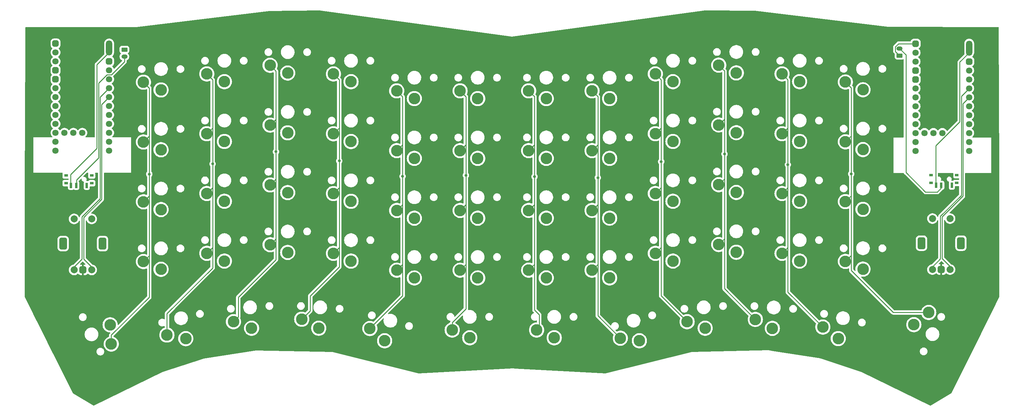
<source format=gbr>
%TF.GenerationSoftware,KiCad,Pcbnew,8.0.5*%
%TF.CreationDate,2024-10-07T12:12:51+02:00*%
%TF.ProjectId,chastity,63686173-7469-4747-992e-6b696361645f,rev?*%
%TF.SameCoordinates,Original*%
%TF.FileFunction,Copper,L1,Top*%
%TF.FilePolarity,Positive*%
%FSLAX46Y46*%
G04 Gerber Fmt 4.6, Leading zero omitted, Abs format (unit mm)*
G04 Created by KiCad (PCBNEW 8.0.5) date 2024-10-07 12:12:51*
%MOMM*%
%LPD*%
G01*
G04 APERTURE LIST*
G04 Aperture macros list*
%AMRoundRect*
0 Rectangle with rounded corners*
0 $1 Rounding radius*
0 $2 $3 $4 $5 $6 $7 $8 $9 X,Y pos of 4 corners*
0 Add a 4 corners polygon primitive as box body*
4,1,4,$2,$3,$4,$5,$6,$7,$8,$9,$2,$3,0*
0 Add four circle primitives for the rounded corners*
1,1,$1+$1,$2,$3*
1,1,$1+$1,$4,$5*
1,1,$1+$1,$6,$7*
1,1,$1+$1,$8,$9*
0 Add four rect primitives between the rounded corners*
20,1,$1+$1,$2,$3,$4,$5,0*
20,1,$1+$1,$4,$5,$6,$7,0*
20,1,$1+$1,$6,$7,$8,$9,0*
20,1,$1+$1,$8,$9,$2,$3,0*%
G04 Aperture macros list end*
%TA.AperFunction,SMDPad,CuDef*%
%ADD10R,1.000000X0.800000*%
%TD*%
%TA.AperFunction,SMDPad,CuDef*%
%ADD11R,0.700000X1.500000*%
%TD*%
%TA.AperFunction,ComponentPad*%
%ADD12C,1.800000*%
%TD*%
%TA.AperFunction,ComponentPad*%
%ADD13RoundRect,0.450000X-0.450000X-0.450000X0.450000X-0.450000X0.450000X0.450000X-0.450000X0.450000X0*%
%TD*%
%TA.AperFunction,ComponentPad*%
%ADD14O,1.800000X4.340000*%
%TD*%
%TA.AperFunction,ComponentPad*%
%ADD15C,2.000000*%
%TD*%
%TA.AperFunction,ComponentPad*%
%ADD16RoundRect,0.500000X0.500000X-0.500000X0.500000X0.500000X-0.500000X0.500000X-0.500000X-0.500000X0*%
%TD*%
%TA.AperFunction,ComponentPad*%
%ADD17RoundRect,0.550000X0.550000X-1.150000X0.550000X1.150000X-0.550000X1.150000X-0.550000X-1.150000X0*%
%TD*%
%TA.AperFunction,ComponentPad*%
%ADD18C,3.300000*%
%TD*%
%TA.AperFunction,ComponentPad*%
%ADD19O,1.750000X1.200000*%
%TD*%
%TA.AperFunction,ComponentPad*%
%ADD20RoundRect,0.250000X0.625000X-0.350000X0.625000X0.350000X-0.625000X0.350000X-0.625000X-0.350000X0*%
%TD*%
%TA.AperFunction,ComponentPad*%
%ADD21RoundRect,0.250000X-0.625000X0.350000X-0.625000X-0.350000X0.625000X-0.350000X0.625000X0.350000X0*%
%TD*%
%TA.AperFunction,ViaPad*%
%ADD22C,0.800000*%
%TD*%
%TA.AperFunction,Conductor*%
%ADD23C,0.250000*%
%TD*%
G04 APERTURE END LIST*
D10*
%TO.P,SW_POWERR32,*%
%TO.N,*%
X11949764Y86247998D03*
X11949764Y88457999D03*
X4649764Y86248000D03*
X4649764Y88457999D03*
D11*
%TO.P,SW_POWERR32,1,A*%
%TO.N,unconnected-(SW_POWERR32-A-Pad1)*%
X10549765Y85597999D03*
%TO.P,SW_POWERR32,2,B*%
%TO.N,Net-(J32-Pin_2)*%
X7549764Y85597999D03*
%TO.P,SW_POWERR32,3,C*%
%TO.N,Net-(SW_POWERR32-C)*%
X6049765Y85597999D03*
%TD*%
%TO.P,SW_POWERR31,3,C*%
%TO.N,Net-(SW_POWERR31-C)*%
X251886815Y85657555D03*
%TO.P,SW_POWERR31,2,B*%
%TO.N,Net-(J31-Pin_2)*%
X253386815Y85657555D03*
%TO.P,SW_POWERR31,1,A*%
%TO.N,unconnected-(SW_POWERR31-A-Pad1)*%
X256386815Y85657555D03*
D10*
%TO.P,SW_POWERR31,*%
%TO.N,*%
X250486815Y88517555D03*
X250486815Y86307555D03*
X257786815Y88517555D03*
X257786815Y86307555D03*
%TD*%
D12*
%TO.P,U32,1,P0.06*%
%TO.N,col 2*%
X1659764Y123423000D03*
%TO.P,U32,2,P0.08*%
%TO.N,col 1*%
X1659764Y120883000D03*
D13*
%TO.P,U32,3,GND*%
%TO.N,unconnected-(U32-GND-Pad3)*%
X1659764Y118343000D03*
%TO.P,U32,4,GND*%
%TO.N,unconnected-(U32-GND-Pad4)*%
X1659764Y115803000D03*
D12*
%TO.P,U32,5,P0.17*%
%TO.N,unconnected-(U32-P0.17-Pad5)*%
X1659764Y113263000D03*
%TO.P,U32,6,P0.20*%
%TO.N,unconnected-(U32-P0.20-Pad6)*%
X1659764Y110723000D03*
%TO.P,U32,7,P0.22*%
%TO.N,unconnected-(U32-P0.22-Pad7)*%
X1659764Y108183000D03*
%TO.P,U32,8,P0.24*%
%TO.N,unconnected-(U32-P0.24-Pad8)*%
X1659764Y105643000D03*
%TO.P,U32,9,P1.00*%
%TO.N,unconnected-(U32-P1.00-Pad9)*%
X1659764Y103103000D03*
%TO.P,U32,10,P0.11*%
%TO.N,unconnected-(U32-P0.11-Pad10)*%
X1659764Y100563000D03*
%TO.P,U32,11,P1.04-LF*%
%TO.N,unconnected-(U32-P1.04-LF-Pad11)*%
X1659764Y98023000D03*
%TO.P,U32,12,P1.06-LF*%
%TO.N,col 0*%
X1659764Y95483000D03*
D14*
%TO.P,U32,13,BAT+*%
%TO.N,Net-(SW_POWERR32-C)*%
X16899764Y124693000D03*
D13*
%TO.P,U32,14,GND*%
%TO.N,unconnected-(U32-GND-Pad14)*%
X16899764Y120883000D03*
D12*
%TO.P,U32,15,RST*%
%TO.N,unconnected-(U32-RST-Pad15)*%
X16899764Y118343000D03*
%TO.P,U32,16,3V3*%
%TO.N,unconnected-(U32-3V3-Pad16)*%
X16899764Y115803000D03*
%TO.P,U32,17,P0.31-LF*%
%TO.N,Net-(U32-P0.31-LF)*%
X16899764Y113263000D03*
%TO.P,U32,18,P0.29-LF*%
%TO.N,Net-(U32-P0.29-LF)*%
X16899764Y110723000D03*
%TO.P,U32,19,P0.02-LF*%
%TO.N,row 0*%
X16899764Y108183000D03*
%TO.P,U32,20,P1.15-LF*%
%TO.N,col 3*%
X16899764Y105643000D03*
%TO.P,U32,21,P1.13-LF*%
%TO.N,col 4*%
X16899764Y103103000D03*
%TO.P,U32,22,P1.11-LF*%
%TO.N,col 5*%
X16899764Y100563000D03*
%TO.P,U32,23,P0-10-LF*%
%TO.N,col 6*%
X16899764Y98023000D03*
%TO.P,U32,24,P0.09-LF*%
%TO.N,row 1*%
X16899764Y95483000D03*
%TO.P,U32,25,P1.01-LF*%
%TO.N,row 4*%
X4199764Y100563000D03*
%TO.P,U32,26,P1.02-LF*%
%TO.N,row 3*%
X6739764Y100563000D03*
%TO.P,U32,27,P1-07-LF*%
%TO.N,row 2*%
X9279764Y100563000D03*
D13*
%TO.P,U32,28,GND*%
%TO.N,Net-(J32-Pin_1)*%
X1659764Y125963000D03*
D12*
%TO.P,U32,29,BAT+*%
%TO.N,unconnected-(U32-BAT+-Pad29)*%
X16899764Y125963000D03*
%TD*%
%TO.P,U31,29,BAT+*%
%TO.N,unconnected-(U31-BAT+-Pad29)*%
X261316815Y125912555D03*
D13*
%TO.P,U31,28,GND*%
%TO.N,Net-(J31-Pin_1)*%
X246076815Y125912555D03*
D12*
%TO.P,U31,27,P1-07-LF*%
%TO.N,Net-(D19-K)*%
X253696815Y100512555D03*
%TO.P,U31,26,P1.02-LF*%
%TO.N,Net-(U31-P1.02-LF)*%
X251156815Y100512555D03*
%TO.P,U31,25,P1.01-LF*%
%TO.N,Net-(D13-K)*%
X248616815Y100512555D03*
%TO.P,U31,24,P0.09-LF*%
%TO.N,Net-(D25-K)*%
X261316815Y95432555D03*
%TO.P,U31,23,P0-10-LF*%
%TO.N,unconnected-(U31-P0-10-LF-Pad23)*%
X261316815Y97972555D03*
%TO.P,U31,22,P1.11-LF*%
%TO.N,unconnected-(U31-P1.11-LF-Pad22)*%
X261316815Y100512555D03*
%TO.P,U31,21,P1.13-LF*%
%TO.N,unconnected-(U31-P1.13-LF-Pad21)*%
X261316815Y103052555D03*
%TO.P,U31,20,P1.15-LF*%
%TO.N,unconnected-(U31-P1.15-LF-Pad20)*%
X261316815Y105592555D03*
%TO.P,U31,19,P0.02-LF*%
%TO.N,unconnected-(U31-P0.02-LF-Pad19)*%
X261316815Y108132555D03*
%TO.P,U31,18,P0.29-LF*%
%TO.N,Net-(U31-P0.29-LF)*%
X261316815Y110672555D03*
%TO.P,U31,17,P0.31-LF*%
%TO.N,Net-(U31-P0.31-LF)*%
X261316815Y113212555D03*
%TO.P,U31,16,3V3*%
%TO.N,unconnected-(U31-3V3-Pad16)*%
X261316815Y115752555D03*
%TO.P,U31,15,RST*%
%TO.N,unconnected-(U31-RST-Pad15)*%
X261316815Y118292555D03*
D13*
%TO.P,U31,14,GND*%
%TO.N,unconnected-(U31-GND-Pad14)*%
X261316815Y120832555D03*
D14*
%TO.P,U31,13,BAT+*%
%TO.N,Net-(SW_POWERR31-C)*%
X261316815Y124642555D03*
D12*
%TO.P,U31,12,P1.06-LF*%
%TO.N,Net-(U31-P1.06-LF)*%
X246076815Y95432555D03*
%TO.P,U31,11,P1.04-LF*%
%TO.N,Net-(U31-P1.04-LF)*%
X246076815Y97972555D03*
%TO.P,U31,10,P0.11*%
%TO.N,Net-(U31-P0.11)*%
X246076815Y100512555D03*
%TO.P,U31,9,P1.00*%
%TO.N,Net-(U31-P1.00)*%
X246076815Y103052555D03*
%TO.P,U31,8,P0.24*%
%TO.N,Net-(U31-P0.24)*%
X246076815Y105592555D03*
%TO.P,U31,7,P0.22*%
%TO.N,Net-(U31-P0.22)*%
X246076815Y108132555D03*
%TO.P,U31,6,P0.20*%
%TO.N,Net-(D10-K)*%
X246076815Y110672555D03*
%TO.P,U31,5,P0.17*%
%TO.N,Net-(D1-K)*%
X246076815Y113212555D03*
D13*
%TO.P,U31,4,GND*%
%TO.N,unconnected-(U31-GND-Pad4)*%
X246076815Y115752555D03*
%TO.P,U31,3,GND*%
%TO.N,unconnected-(U31-GND-Pad3)*%
X246076815Y118292555D03*
D12*
%TO.P,U31,2,P0.08*%
%TO.N,unconnected-(U31-P0.08-Pad2)*%
X246076815Y120832555D03*
%TO.P,U31,1,P0.06*%
%TO.N,unconnected-(U31-P0.06-Pad1)*%
X246076815Y123372555D03*
%TD*%
D15*
%TO.P,SW2,A,A*%
%TO.N,Net-(U32-P0.31-LF)*%
X6939764Y61583000D03*
%TO.P,SW2,B,B*%
%TO.N,Net-(U32-P0.29-LF)*%
X11939764Y61583000D03*
D16*
%TO.P,SW2,C,C*%
%TO.N,GND*%
X9439764Y61583000D03*
D17*
%TO.P,SW2,MP*%
%TO.N,N/C*%
X3839764Y69083000D03*
X15039764Y69083000D03*
D15*
%TO.P,SW2,S1,S1*%
%TO.N,Net-(D62-A)*%
X11939764Y76083000D03*
%TO.P,SW2,S2,S2*%
%TO.N,col 0*%
X6939764Y76083000D03*
%TD*%
%TO.P,SW1,S2,S2*%
%TO.N,Net-(U31-P1.02-LF)*%
X250866815Y76192555D03*
%TO.P,SW1,S1,S1*%
%TO.N,Net-(D61-A)*%
X255866815Y76192555D03*
D17*
%TO.P,SW1,MP*%
%TO.N,N/C*%
X258966815Y69192555D03*
X247766815Y69192555D03*
D16*
%TO.P,SW1,C,C*%
%TO.N,GND*%
X253366815Y61692555D03*
D15*
%TO.P,SW1,B,B*%
%TO.N,Net-(U31-P0.29-LF)*%
X255866815Y61692555D03*
%TO.P,SW1,A,A*%
%TO.N,Net-(U31-P0.31-LF)*%
X250866815Y61692555D03*
%TD*%
D18*
%TO.P,MX35,1,1*%
%TO.N,col 5*%
X98634764Y112493000D03*
%TO.P,MX35,2,2*%
%TO.N,Net-(D35-A)*%
X103634764Y110293000D03*
%TD*%
%TO.P,MX19,2,2*%
%TO.N,Net-(D19-A)*%
X141126815Y59302555D03*
%TO.P,MX19,1,1*%
%TO.N,Net-(U31-P0.22)*%
X136126815Y61502555D03*
%TD*%
%TO.P,MX58,1,1*%
%TO.N,col 4*%
X71638309Y47552784D03*
%TO.P,MX58,2,2*%
%TO.N,Net-(D58-A)*%
X76472669Y45009360D03*
%TD*%
%TO.P,MX4,2,2*%
%TO.N,Net-(D4-A)*%
X195126815Y117602555D03*
%TO.P,MX4,1,1*%
%TO.N,Net-(U31-P0.11)*%
X190126815Y119802555D03*
%TD*%
%TO.P,MX40,1,1*%
%TO.N,col 4*%
X80639764Y100293000D03*
%TO.P,MX40,2,2*%
%TO.N,Net-(D40-A)*%
X85639764Y98093000D03*
%TD*%
%TO.P,MX11,2,2*%
%TO.N,Net-(D11-A)*%
X213126815Y98102555D03*
%TO.P,MX11,1,1*%
%TO.N,Net-(U31-P1.04-LF)*%
X208126815Y100302555D03*
%TD*%
%TO.P,MX10,2,2*%
%TO.N,Net-(D10-A)*%
X195126815Y100602555D03*
%TO.P,MX10,1,1*%
%TO.N,Net-(U31-P0.11)*%
X190126815Y102802555D03*
%TD*%
%TO.P,MX15,2,2*%
%TO.N,Net-(D15-A)*%
X177126815Y81102555D03*
%TO.P,MX15,1,1*%
%TO.N,Net-(U31-P1.00)*%
X172126815Y83302555D03*
%TD*%
%TO.P,MX60,1,1*%
%TO.N,col 6*%
X114389764Y44483000D03*
%TO.P,MX60,2,2*%
%TO.N,Net-(D60-A)*%
X119389764Y42283000D03*
%TD*%
%TO.P,MX54,1,1*%
%TO.N,col 6*%
X116634764Y61493000D03*
%TO.P,MX54,2,2*%
%TO.N,Net-(D54-A)*%
X121634764Y59293000D03*
%TD*%
%TO.P,MX33,1,1*%
%TO.N,col 3*%
X62652114Y119754250D03*
%TO.P,MX33,2,2*%
%TO.N,Net-(D33-A)*%
X67652114Y117554250D03*
%TD*%
%TO.P,MX14,2,2*%
%TO.N,Net-(D14-A)*%
X159126815Y76302555D03*
%TO.P,MX14,1,1*%
%TO.N,Net-(U31-P0.24)*%
X154126815Y78502555D03*
%TD*%
%TO.P,MX41,1,1*%
%TO.N,col 5*%
X98634764Y95493000D03*
%TO.P,MX41,2,2*%
%TO.N,Net-(D41-A)*%
X103634764Y93293000D03*
%TD*%
%TO.P,MX9,2,2*%
%TO.N,Net-(D9-A)*%
X177126815Y98102555D03*
%TO.P,MX9,1,1*%
%TO.N,Net-(U31-P1.00)*%
X172126815Y100302555D03*
%TD*%
%TO.P,MX32,1,1*%
%TO.N,col 2*%
X44652114Y117304250D03*
%TO.P,MX32,2,2*%
%TO.N,Net-(D32-A)*%
X49652114Y115104250D03*
%TD*%
%TO.P,MX16,2,2*%
%TO.N,Net-(D16-A)*%
X195126815Y83602555D03*
%TO.P,MX16,1,1*%
%TO.N,Net-(U31-P0.11)*%
X190126815Y85802555D03*
%TD*%
%TO.P,MX31,1,1*%
%TO.N,col 1*%
X26652114Y114954250D03*
%TO.P,MX31,2,2*%
%TO.N,Net-(D31-A)*%
X31652114Y112754250D03*
%TD*%
%TO.P,MX26,2,2*%
%TO.N,Net-(D26-A)*%
X167579918Y41437043D03*
%TO.P,MX26,1,1*%
%TO.N,Net-(U31-P0.24)*%
X162167208Y42173632D03*
%TD*%
%TO.P,MX2,2,2*%
%TO.N,Net-(D2-A)*%
X159126815Y110302555D03*
%TO.P,MX2,1,1*%
%TO.N,Net-(U31-P0.24)*%
X154126815Y112502555D03*
%TD*%
%TO.P,MX21,2,2*%
%TO.N,Net-(D21-A)*%
X177126815Y64102555D03*
%TO.P,MX21,1,1*%
%TO.N,Net-(U31-P1.00)*%
X172126815Y66302555D03*
%TD*%
%TO.P,MX3,2,2*%
%TO.N,Net-(D3-A)*%
X177126815Y115102555D03*
%TO.P,MX3,1,1*%
%TO.N,Net-(U31-P1.00)*%
X172126815Y117302555D03*
%TD*%
%TO.P,MX56,1,1*%
%TO.N,col 2*%
X33312446Y43067126D03*
%TO.P,MX56,2,2*%
%TO.N,Net-(D56-A)*%
X38679188Y42048267D03*
%TD*%
%TO.P,MX13,2,2*%
%TO.N,Net-(D13-A)*%
X141126815Y76302555D03*
%TO.P,MX13,1,1*%
%TO.N,Net-(U31-P0.22)*%
X136126815Y78502555D03*
%TD*%
%TO.P,MX12,2,2*%
%TO.N,Net-(D12-A)*%
X231126815Y95802555D03*
%TO.P,MX12,1,1*%
%TO.N,Net-(U31-P1.06-LF)*%
X226126815Y98002555D03*
%TD*%
%TO.P,MX1,2,2*%
%TO.N,Net-(D1-A)*%
X141126815Y110302555D03*
%TO.P,MX1,1,1*%
%TO.N,Net-(U31-P0.22)*%
X136126815Y112502555D03*
%TD*%
%TO.P,MX44,1,1*%
%TO.N,col 2*%
X44652114Y83304250D03*
%TO.P,MX44,2,2*%
%TO.N,Net-(D44-A)*%
X49652114Y81104250D03*
%TD*%
%TO.P,MX18,2,2*%
%TO.N,Net-(D18-A)*%
X231126815Y78802555D03*
%TO.P,MX18,1,1*%
%TO.N,Net-(U31-P1.06-LF)*%
X226126815Y81002555D03*
%TD*%
%TO.P,MX20,2,2*%
%TO.N,Net-(D20-A)*%
X159126815Y59302555D03*
%TO.P,MX20,1,1*%
%TO.N,Net-(U31-P0.24)*%
X154126815Y61502555D03*
%TD*%
%TO.P,MX53,1,1*%
%TO.N,col 5*%
X98634764Y61493000D03*
%TO.P,MX53,2,2*%
%TO.N,Net-(D53-A)*%
X103634764Y59293000D03*
%TD*%
%TO.P,MX47,1,1*%
%TO.N,col 5*%
X98634764Y78493000D03*
%TO.P,MX47,2,2*%
%TO.N,Net-(D47-A)*%
X103634764Y76293000D03*
%TD*%
%TO.P,MX59,1,1*%
%TO.N,col 5*%
X90989815Y44926454D03*
%TO.P,MX59,2,2*%
%TO.N,Net-(D59-A)*%
X95189722Y41433493D03*
%TD*%
%TO.P,MX34,1,1*%
%TO.N,col 4*%
X80639764Y117293000D03*
%TO.P,MX34,2,2*%
%TO.N,Net-(D34-A)*%
X85639764Y115093000D03*
%TD*%
%TO.P,MX36,1,1*%
%TO.N,col 6*%
X116634764Y112493000D03*
%TO.P,MX36,2,2*%
%TO.N,Net-(D36-A)*%
X121634764Y110293000D03*
%TD*%
%TO.P,MX25,2,2*%
%TO.N,Net-(D25-A)*%
X143380058Y42288079D03*
%TO.P,MX25,1,1*%
%TO.N,Net-(U31-P0.22)*%
X138380058Y44488079D03*
%TD*%
%TO.P,MX8,2,2*%
%TO.N,Net-(D8-A)*%
X159126815Y93302555D03*
%TO.P,MX8,1,1*%
%TO.N,Net-(U31-P0.24)*%
X154126815Y95502555D03*
%TD*%
%TO.P,MX29,2,2*%
%TO.N,Net-(D29-A)*%
X224103773Y42064186D03*
%TO.P,MX29,1,1*%
%TO.N,Net-(U31-P1.04-LF)*%
X219726815Y45332555D03*
%TD*%
%TO.P,MX42,1,1*%
%TO.N,col 6*%
X116634764Y95493000D03*
%TO.P,MX42,2,2*%
%TO.N,Net-(D42-A)*%
X121634764Y93293000D03*
%TD*%
%TO.P,MX27,2,2*%
%TO.N,Net-(D27-A)*%
X186285264Y45003388D03*
%TO.P,MX27,1,1*%
%TO.N,Net-(U31-P1.00)*%
X181143980Y46849246D03*
%TD*%
%TO.P,MX7,2,2*%
%TO.N,Net-(D7-A)*%
X141126815Y93302555D03*
%TO.P,MX7,1,1*%
%TO.N,Net-(U31-P0.22)*%
X136126815Y95502555D03*
%TD*%
%TO.P,MX45,1,1*%
%TO.N,col 3*%
X62652114Y85754250D03*
%TO.P,MX45,2,2*%
%TO.N,Net-(D45-A)*%
X67652114Y83554250D03*
%TD*%
%TO.P,MX23,2,2*%
%TO.N,Net-(D23-A)*%
X213126815Y64102555D03*
%TO.P,MX23,1,1*%
%TO.N,Net-(U31-P1.04-LF)*%
X208126815Y66302555D03*
%TD*%
%TO.P,MX37,1,1*%
%TO.N,col 1*%
X26652114Y97954250D03*
%TO.P,MX37,2,2*%
%TO.N,Net-(D37-A)*%
X31652114Y95754250D03*
%TD*%
%TO.P,MX49,1,1*%
%TO.N,col 1*%
X26652114Y63954250D03*
%TO.P,MX49,2,2*%
%TO.N,Net-(D49-A)*%
X31652114Y61754250D03*
%TD*%
%TO.P,MX28,2,2*%
%TO.N,Net-(D28-A)*%
X205365162Y44970710D03*
%TO.P,MX28,1,1*%
%TO.N,Net-(U31-P0.11)*%
X200530805Y47514133D03*
%TD*%
%TO.P,MX22,2,2*%
%TO.N,Net-(D22-A)*%
X195126815Y66602555D03*
%TO.P,MX22,1,1*%
%TO.N,Net-(U31-P0.11)*%
X190126815Y68802555D03*
%TD*%
D19*
%TO.P,J31,2,Pin_2*%
%TO.N,Net-(J31-Pin_2)*%
X241536815Y124512555D03*
D20*
%TO.P,J31,1,Pin_1*%
%TO.N,Net-(J31-Pin_1)*%
X241536815Y122512555D03*
%TD*%
D18*
%TO.P,MX43,1,1*%
%TO.N,col 1*%
X26652114Y80954250D03*
%TO.P,MX43,2,2*%
%TO.N,Net-(D43-A)*%
X31652114Y78754250D03*
%TD*%
%TO.P,MX38,1,1*%
%TO.N,col 2*%
X44652114Y100304250D03*
%TO.P,MX38,2,2*%
%TO.N,Net-(D38-A)*%
X49652114Y98104250D03*
%TD*%
%TO.P,MX48,1,1*%
%TO.N,col 6*%
X116634764Y78493000D03*
%TO.P,MX48,2,2*%
%TO.N,Net-(D48-A)*%
X121634764Y76293000D03*
%TD*%
%TO.P,MX17,2,2*%
%TO.N,Net-(D17-A)*%
X213126815Y81102555D03*
%TO.P,MX17,1,1*%
%TO.N,Net-(U31-P1.04-LF)*%
X208126815Y83302555D03*
%TD*%
%TO.P,MX39,1,1*%
%TO.N,col 3*%
X62652114Y102754250D03*
%TO.P,MX39,2,2*%
%TO.N,Net-(D39-A)*%
X67652114Y100554250D03*
%TD*%
%TO.P,MX52,1,1*%
%TO.N,col 4*%
X80639764Y66293000D03*
%TO.P,MX52,2,2*%
%TO.N,Net-(D52-A)*%
X85639764Y64093000D03*
%TD*%
%TO.P,MX30,2,2*%
%TO.N,Net-(D30-A)*%
X245575326Y46023798D03*
%TO.P,MX30,1,1*%
%TO.N,Net-(U31-P1.06-LF)*%
X249805493Y49480052D03*
%TD*%
%TO.P,MX6,2,2*%
%TO.N,Net-(D6-A)*%
X231126815Y112802555D03*
%TO.P,MX6,1,1*%
%TO.N,Net-(U31-P1.06-LF)*%
X226126815Y115002555D03*
%TD*%
%TO.P,MX5,2,2*%
%TO.N,Net-(D5-A)*%
X213126815Y115102555D03*
%TO.P,MX5,1,1*%
%TO.N,Net-(U31-P1.04-LF)*%
X208126815Y117302555D03*
%TD*%
%TO.P,MX50,1,1*%
%TO.N,col 2*%
X44652114Y66304250D03*
%TO.P,MX50,2,2*%
%TO.N,Net-(D50-A)*%
X49652114Y64104250D03*
%TD*%
%TO.P,MX24,2,2*%
%TO.N,Net-(D24-A)*%
X231126815Y61802555D03*
%TO.P,MX24,1,1*%
%TO.N,Net-(U31-P1.06-LF)*%
X226126815Y64002555D03*
%TD*%
%TO.P,MX46,1,1*%
%TO.N,col 4*%
X80639764Y83293000D03*
%TO.P,MX46,2,2*%
%TO.N,Net-(D46-A)*%
X85639764Y81093000D03*
%TD*%
%TO.P,MX51,1,1*%
%TO.N,col 3*%
X62652114Y68754250D03*
%TO.P,MX51,2,2*%
%TO.N,Net-(D51-A)*%
X67652114Y66554250D03*
%TD*%
%TO.P,MX55,2,2*%
%TO.N,Net-(D55-A)*%
X17196201Y45965936D03*
%TO.P,MX55,1,1*%
%TO.N,col 1*%
X17505939Y40512125D03*
%TD*%
D21*
%TO.P,J32,1,Pin_1*%
%TO.N,Net-(J32-Pin_1)*%
X21239764Y124223000D03*
D19*
%TO.P,J32,2,Pin_2*%
%TO.N,Net-(J32-Pin_2)*%
X21239764Y122223000D03*
%TD*%
D18*
%TO.P,MX57,1,1*%
%TO.N,col 3*%
X52231385Y46852499D03*
%TO.P,MX57,2,2*%
%TO.N,Net-(D57-A)*%
X57372669Y45006641D03*
%TD*%
D22*
%TO.N,Net-(U31-P0.22)*%
X137776815Y88112555D03*
%TO.N,Net-(U31-P0.24)*%
X155776815Y87797555D03*
%TO.N,Net-(U31-P1.00)*%
X173776815Y92377555D03*
%TO.N,Net-(U31-P0.11)*%
X191776815Y94547555D03*
%TO.N,Net-(U31-P1.04-LF)*%
X209776815Y91517555D03*
%TO.N,Net-(U31-P1.06-LF)*%
X227776815Y88887555D03*
%TO.N,col 6*%
X118284764Y88493000D03*
%TO.N,col 5*%
X100284764Y88198000D03*
%TO.N,col 2*%
X46302114Y91728000D03*
%TO.N,col 4*%
X82289764Y92568000D03*
%TO.N,col 3*%
X64302114Y95188000D03*
%TO.N,col 1*%
X28302114Y88823000D03*
%TD*%
D23*
%TO.N,col 1*%
X17505939Y43044952D02*
X17505939Y40512125D01*
X28302114Y53841127D02*
X17505939Y43044952D01*
X28302114Y65890000D02*
X28302114Y53841127D01*
%TO.N,Net-(J31-Pin_1)*%
X240336815Y123712555D02*
X241536815Y122512555D01*
X240336815Y125012555D02*
X240336815Y123712555D01*
X246076815Y125912555D02*
X241236815Y125912555D01*
X241236815Y125912555D02*
X240336815Y125012555D01*
%TO.N,Net-(J31-Pin_2)*%
X253386815Y84862555D02*
X253386815Y85657555D01*
X248896815Y83742555D02*
X252266815Y83742555D01*
X243326815Y122722555D02*
X243326815Y89312555D01*
X241536815Y124512555D02*
X243326815Y122722555D01*
X252266815Y83742555D02*
X253386815Y84862555D01*
X243326815Y89312555D02*
X248896815Y83742555D01*
%TO.N,Net-(U31-P0.22)*%
X137776815Y63152555D02*
X137776815Y50191322D01*
X139105058Y48863079D02*
X139105058Y45213079D01*
X137776815Y97152555D02*
X137776815Y88112555D01*
X137776815Y50191322D02*
X139105058Y48863079D01*
X137776815Y110852555D02*
X137776815Y97152555D01*
X137776815Y80152555D02*
X137776815Y88112555D01*
X137776815Y97152555D02*
X136126815Y95502555D01*
X137776815Y80152555D02*
X136126815Y78502555D01*
X137776815Y63152555D02*
X136126815Y61502555D01*
X136126815Y112502555D02*
X137776815Y110852555D01*
X137776815Y80152555D02*
X137776815Y63152555D01*
%TO.N,Net-(U31-P0.24)*%
X155776815Y63152555D02*
X154126815Y61502555D01*
X155776815Y110852555D02*
X155776815Y97152555D01*
X155776815Y97152555D02*
X154126815Y95502555D01*
X155776815Y80152555D02*
X154126815Y78502555D01*
X155776815Y48564025D02*
X162167208Y42173632D01*
X155776815Y80152555D02*
X155776815Y63152555D01*
X155776815Y97152555D02*
X155776815Y80152555D01*
X154126815Y112502555D02*
X155776815Y110852555D01*
X155776815Y63152555D02*
X155776815Y48564025D01*
%TO.N,Net-(U31-P1.00)*%
X173776815Y92612555D02*
X173776815Y92377555D01*
X173776815Y101952555D02*
X172126815Y100302555D01*
X172126815Y117302555D02*
X173776815Y115652555D01*
X173776815Y68150555D02*
X173776815Y67952555D01*
X173776815Y54216411D02*
X181143980Y46849246D01*
X173776815Y101952555D02*
X173776815Y92612555D01*
X173776815Y67952555D02*
X172126815Y66302555D01*
X173776815Y92612555D02*
X173776815Y84952555D01*
X173776815Y84952555D02*
X172126815Y83302555D01*
X173776815Y68150555D02*
X173776815Y54216411D01*
X173776815Y84952555D02*
X173776815Y68150555D01*
X173776815Y115652555D02*
X173776815Y101952555D01*
%TO.N,Net-(U31-P0.11)*%
X190126815Y119802555D02*
X191776815Y118152555D01*
X191776815Y87452555D02*
X190126815Y85802555D01*
X191776815Y104452555D02*
X190126815Y102802555D01*
X191776815Y104452555D02*
X191776815Y93752555D01*
X191776815Y93752555D02*
X191776815Y87452555D01*
X191776815Y87452555D02*
X191776815Y70452555D01*
X191776815Y70452555D02*
X190126815Y68802555D01*
X191776815Y70452555D02*
X191776815Y56268123D01*
X191776815Y93752555D02*
X191776815Y94547555D01*
X191776815Y56268123D02*
X200530805Y47514133D01*
X191776815Y118152555D02*
X191776815Y104452555D01*
%TO.N,Net-(U31-P1.04-LF)*%
X209776815Y84952555D02*
X208126815Y83302555D01*
X209776815Y115652555D02*
X209776815Y101952555D01*
X209776815Y67952555D02*
X208126815Y66302555D01*
X209776815Y67952555D02*
X209776815Y55282555D01*
X209776815Y91172555D02*
X209776815Y91517555D01*
X209776815Y55282555D02*
X219726815Y45332555D01*
X209776815Y84952555D02*
X209776815Y67952555D01*
X209776815Y91172555D02*
X209776815Y84952555D01*
X208126815Y117302555D02*
X209776815Y115652555D01*
X209776815Y101952555D02*
X209776815Y91172555D01*
X209776815Y101952555D02*
X208126815Y100302555D01*
%TO.N,Net-(U31-P1.06-LF)*%
X227776815Y65652555D02*
X227776815Y61442555D01*
X227776815Y82652555D02*
X226126815Y81002555D01*
X227776815Y61442555D02*
X239739318Y49480052D01*
X226126815Y115002555D02*
X227776815Y113352555D01*
X227776815Y113352555D02*
X227776815Y99652555D01*
X227776815Y88792555D02*
X227776815Y88887555D01*
X239739318Y49480052D02*
X249805493Y49480052D01*
X227776815Y88792555D02*
X227776815Y82652555D01*
X227776815Y82652555D02*
X227776815Y65652555D01*
X227776815Y99652555D02*
X226126815Y98002555D01*
X227776815Y99652555D02*
X227776815Y88792555D01*
X227776815Y65652555D02*
X226126815Y64002555D01*
%TO.N,Net-(U31-P0.31-LF)*%
X253126815Y76838951D02*
X259076815Y82788951D01*
X253126815Y64742555D02*
X253126815Y76838951D01*
X250866815Y62482555D02*
X253126815Y64742555D01*
X250866815Y61692555D02*
X250866815Y62482555D01*
X259076815Y82788951D02*
X259076815Y110972555D01*
X259076815Y110972555D02*
X261316815Y113212555D01*
%TO.N,Net-(U31-P0.29-LF)*%
X261316815Y110672555D02*
X259526815Y108882555D01*
X259526815Y108882555D02*
X259526815Y82602555D01*
X255866815Y62542555D02*
X255866815Y61692555D01*
X259526815Y82602555D02*
X253576815Y76652555D01*
X253576815Y64832555D02*
X255866815Y62542555D01*
X253576815Y76652555D02*
X253576815Y64832555D01*
%TO.N,Net-(U32-P0.29-LF)*%
X11939764Y61583000D02*
X11939764Y62373000D01*
X14789764Y108613000D02*
X16899764Y110723000D01*
X9649764Y64663000D02*
X9649764Y76523000D01*
X14789764Y81663000D02*
X14789764Y108613000D01*
X9649764Y76523000D02*
X14789764Y81663000D01*
X11939764Y62373000D02*
X9649764Y64663000D01*
%TO.N,Net-(U32-P0.31-LF)*%
X6939764Y62423000D02*
X9199764Y64683000D01*
X9199764Y76709396D02*
X14339764Y81849396D01*
X9199764Y64683000D02*
X9199764Y76709396D01*
X14339764Y81849396D02*
X14339764Y110703000D01*
X14339764Y110703000D02*
X16899764Y113263000D01*
X6939764Y61583000D02*
X6939764Y62423000D01*
%TO.N,Net-(J32-Pin_2)*%
X13889764Y114673000D02*
X13889764Y93413000D01*
X7624764Y87148000D02*
X7624764Y85748000D01*
X21239764Y120763000D02*
X17549764Y117073000D01*
X13889764Y93413000D02*
X7624764Y87148000D01*
X16289764Y117073000D02*
X13889764Y114673000D01*
X7484765Y85597999D02*
X7549764Y85597999D01*
X17549764Y117073000D02*
X16289764Y117073000D01*
X7624764Y85748000D02*
X7479764Y85603000D01*
X21239764Y122223000D02*
X21239764Y120763000D01*
X7479764Y85603000D02*
X7484765Y85597999D01*
%TO.N,Net-(SW_POWERR31-C)*%
X258626815Y120682555D02*
X261316815Y123372555D01*
X251811815Y85732555D02*
X251811815Y96895143D01*
X258626815Y103710143D02*
X258626815Y120682555D01*
X251886815Y85657555D02*
X251811815Y85732555D01*
X251811815Y96895143D02*
X258626815Y103710143D01*
%TO.N,Net-(SW_POWERR32-C)*%
X5974764Y85673000D02*
X5974764Y88688000D01*
X6049765Y85597999D02*
X5974764Y85673000D01*
X13439764Y96153000D02*
X13439764Y119963000D01*
X13439764Y119963000D02*
X16899764Y123423000D01*
X5974764Y88688000D02*
X13439764Y96153000D01*
%TO.N,col 6*%
X116634764Y112493000D02*
X118284764Y110843000D01*
X118284764Y80253000D02*
X118284764Y63243000D01*
X118284764Y63143000D02*
X118284764Y63243000D01*
X118284764Y80143000D02*
X118284764Y80253000D01*
X114389764Y46609000D02*
X114389764Y44483000D01*
X118284764Y50504000D02*
X114389764Y46609000D01*
X118284764Y97383000D02*
X118284764Y80253000D01*
X116634764Y95493000D02*
X118284764Y97143000D01*
X118284764Y63143000D02*
X118284764Y50504000D01*
X118284764Y110843000D02*
X118284764Y97383000D01*
X116634764Y61493000D02*
X118284764Y63143000D01*
X116634764Y78493000D02*
X118284764Y80143000D01*
X118284764Y97143000D02*
X118284764Y97383000D01*
%TO.N,col 5*%
X100284764Y63143000D02*
X98634764Y61493000D01*
X100284764Y110843000D02*
X100284764Y97243000D01*
X98634764Y95493000D02*
X100284764Y97143000D01*
X100284764Y97143000D02*
X100284764Y97243000D01*
X100284764Y63841000D02*
X100284764Y63143000D01*
X98634764Y78493000D02*
X100284764Y80143000D01*
X100284764Y97243000D02*
X100284764Y80333000D01*
X100284764Y80143000D02*
X100284764Y80333000D01*
X100284764Y80333000D02*
X100284764Y63841000D01*
X100284764Y63841000D02*
X100284764Y54221403D01*
X98634764Y112493000D02*
X100284764Y110843000D01*
X100284764Y54221403D02*
X90989815Y44926454D01*
%TO.N,col 2*%
X46302114Y67954250D02*
X44652114Y66304250D01*
X46302114Y85003000D02*
X46302114Y67954250D01*
X46302114Y62154350D02*
X33312446Y49164682D01*
X46302114Y84954250D02*
X46302114Y85003000D01*
X44652114Y117304250D02*
X46302114Y115654250D01*
X44653364Y100304250D02*
X46302114Y101953000D01*
X33312446Y49164682D02*
X33312446Y43067126D01*
X46302114Y91883000D02*
X46302114Y85003000D01*
X44652114Y83304250D02*
X46302114Y84954250D01*
X46302114Y101953000D02*
X46302114Y91883000D01*
X46302114Y67954250D02*
X46302114Y62154350D01*
X46302114Y91883000D02*
X46302114Y91728000D01*
X44652114Y100304250D02*
X44653364Y100304250D01*
X46302114Y115654250D02*
X46302114Y101953000D01*
%TO.N,col 4*%
X82289764Y67943000D02*
X82289764Y62449000D01*
X80639764Y100293000D02*
X82289764Y101943000D01*
X82289764Y92283000D02*
X82289764Y85013000D01*
X80639764Y117293000D02*
X82289764Y115643000D01*
X82289764Y115643000D02*
X82289764Y102053000D01*
X80639764Y83293000D02*
X82289764Y84943000D01*
X82289764Y92283000D02*
X82289764Y92568000D01*
X74039764Y54199000D02*
X74039764Y49954239D01*
X82289764Y102053000D02*
X82289764Y92283000D01*
X82289764Y101943000D02*
X82289764Y102053000D01*
X82289764Y85013000D02*
X82289764Y67943000D01*
X82289764Y84943000D02*
X82289764Y85013000D01*
X82289764Y62449000D02*
X74039764Y54199000D01*
X82289764Y67943000D02*
X80639764Y66293000D01*
X74039764Y49954239D02*
X71638309Y47552784D01*
%TO.N,col 3*%
X62652114Y85754250D02*
X64302114Y87404250D01*
X64302114Y94203000D02*
X64302114Y87583000D01*
X64302114Y64533350D02*
X53604764Y53836000D01*
X64302114Y118104250D02*
X64302114Y104453000D01*
X64302114Y104404250D02*
X64302114Y104453000D01*
X64302114Y87583000D02*
X64302114Y70657000D01*
X62652114Y102754250D02*
X64302114Y104404250D01*
X53604764Y48225878D02*
X52231385Y46852499D01*
X64302114Y70657000D02*
X64302114Y70404250D01*
X62652114Y119754250D02*
X64302114Y118104250D01*
X64302114Y94203000D02*
X64302114Y95188000D01*
X64302114Y70404250D02*
X62652114Y68754250D01*
X64302114Y87404250D02*
X64302114Y87583000D01*
X64302114Y104453000D02*
X64302114Y94203000D01*
X64302114Y70657000D02*
X64302114Y64533350D01*
X53604764Y53836000D02*
X53604764Y48225878D01*
%TO.N,col 1*%
X28302114Y82623000D02*
X28302114Y65890000D01*
X28302114Y99604250D02*
X28302114Y99773000D01*
X28302114Y99773000D02*
X28302114Y82623000D01*
X26652114Y80954250D02*
X28302114Y82604250D01*
X28302114Y82604250D02*
X28302114Y82623000D01*
X28302114Y65890000D02*
X28302114Y65604250D01*
X28302114Y65604250D02*
X26652114Y63954250D01*
X26652114Y114954250D02*
X28302114Y113304250D01*
X26652114Y97954250D02*
X28302114Y99604250D01*
X28302114Y113304250D02*
X28302114Y99773000D01*
%TD*%
%TA.AperFunction,Conductor*%
%TO.N,GND*%
G36*
X253440148Y64068786D02*
G01*
X253484495Y64040285D01*
X254130550Y63394230D01*
X254164035Y63332907D01*
X254159051Y63263215D01*
X254117179Y63207282D01*
X254051715Y63182865D01*
X254031889Y63183036D01*
X253924817Y63192555D01*
X253616815Y63192555D01*
X253616815Y62125567D01*
X253559808Y62158480D01*
X253432641Y62192555D01*
X253300989Y62192555D01*
X253173822Y62158480D01*
X253116815Y62125567D01*
X253116815Y63192555D01*
X252808809Y63192555D01*
X252767593Y63188891D01*
X252699074Y63202563D01*
X252648823Y63251108D01*
X252632796Y63319115D01*
X252656079Y63384991D01*
X252668921Y63400072D01*
X253309137Y64040288D01*
X253370456Y64073770D01*
X253440148Y64068786D01*
G37*
%TD.AperFunction*%
%TA.AperFunction,Conductor*%
G36*
X200410235Y135244396D02*
G01*
X200423828Y135243505D01*
X238167056Y130674324D01*
X269603696Y130624520D01*
X269670704Y130604729D01*
X269716375Y130551853D01*
X269727498Y130500965D01*
X269803114Y109431185D01*
X269866824Y91678868D01*
X269867055Y91614739D01*
X269867056Y91614324D01*
X269876191Y53961590D01*
X269863484Y53906881D01*
X267896367Y49903047D01*
X267896070Y49902446D01*
X261547153Y37154520D01*
X261546920Y37154055D01*
X256193353Y26516708D01*
X256145880Y26465821D01*
X250354652Y23028510D01*
X250286955Y23011220D01*
X250236887Y23023749D01*
X230687063Y32584322D01*
X230687045Y32584329D01*
X218927060Y36434324D01*
X218927053Y36434325D01*
X205569733Y38508630D01*
X247279367Y38508630D01*
X247279367Y38335408D01*
X247306465Y38164318D01*
X247359994Y37999574D01*
X247438635Y37845231D01*
X247540453Y37705091D01*
X247662939Y37582605D01*
X247803079Y37480787D01*
X247957422Y37402146D01*
X248122166Y37348617D01*
X248293256Y37321519D01*
X248293257Y37321519D01*
X248466477Y37321519D01*
X248466478Y37321519D01*
X248637568Y37348617D01*
X248802312Y37402146D01*
X248956655Y37480787D01*
X249096795Y37582605D01*
X249219281Y37705091D01*
X249321099Y37845231D01*
X249399740Y37999574D01*
X249453269Y38164318D01*
X249480367Y38335408D01*
X249480367Y38508630D01*
X249453269Y38679720D01*
X249399740Y38844464D01*
X249321099Y38998807D01*
X249219281Y39138947D01*
X249096795Y39261433D01*
X248956655Y39363251D01*
X248802312Y39441892D01*
X248637568Y39495421D01*
X248637566Y39495422D01*
X248637565Y39495422D01*
X248506138Y39516238D01*
X248466478Y39522519D01*
X248293256Y39522519D01*
X248253595Y39516238D01*
X248122169Y39495422D01*
X247957419Y39441891D01*
X247803078Y39363251D01*
X247723123Y39305160D01*
X247662939Y39261433D01*
X247662937Y39261431D01*
X247662936Y39261431D01*
X247540455Y39138950D01*
X247540455Y39138949D01*
X247540453Y39138947D01*
X247496726Y39078763D01*
X247438635Y38998808D01*
X247359995Y38844467D01*
X247306464Y38679717D01*
X247279367Y38508630D01*
X205569733Y38508630D01*
X204219045Y38718383D01*
X204219041Y38718383D01*
X182477056Y38244324D01*
X182477052Y38244324D01*
X182477051Y38244323D01*
X182477049Y38244323D01*
X157955115Y32148814D01*
X157918477Y32145334D01*
X132449771Y33528618D01*
X131643005Y33572436D01*
X131642999Y33572436D01*
X129767056Y33674324D01*
X129377847Y42288079D01*
X141224533Y42288079D01*
X141244609Y41994568D01*
X141244610Y41994566D01*
X141304462Y41706536D01*
X141304467Y41706520D01*
X141402985Y41429317D01*
X141538336Y41168102D01*
X141538340Y41168096D01*
X141707990Y40927756D01*
X141908801Y40712741D01*
X142036442Y40608898D01*
X142137009Y40527080D01*
X142137011Y40527079D01*
X142137012Y40527078D01*
X142388377Y40374219D01*
X142388382Y40374217D01*
X142651867Y40259770D01*
X142658217Y40257012D01*
X142941503Y40177639D01*
X143196670Y40142567D01*
X143232959Y40137579D01*
X143232960Y40137579D01*
X143527157Y40137579D01*
X143563446Y40142567D01*
X143818613Y40177639D01*
X144101899Y40257012D01*
X144371740Y40374220D01*
X144623107Y40527080D01*
X144851318Y40712744D01*
X145052123Y40927753D01*
X145221780Y41168103D01*
X145357130Y41429315D01*
X145455650Y41706525D01*
X145455650Y41706530D01*
X145455653Y41706536D01*
X145491724Y41880121D01*
X145515506Y41994568D01*
X145535583Y42288079D01*
X145515506Y42581590D01*
X145492097Y42694242D01*
X145455653Y42869623D01*
X145455648Y42869639D01*
X145404917Y43012382D01*
X145357130Y43146843D01*
X145221780Y43408055D01*
X145221779Y43408057D01*
X145221775Y43408063D01*
X145052125Y43648403D01*
X144950497Y43757220D01*
X144851318Y43863414D01*
X144851316Y43863415D01*
X144851314Y43863418D01*
X144623103Y44049081D01*
X144371738Y44201940D01*
X144371733Y44201942D01*
X144101903Y44319145D01*
X143818618Y44398518D01*
X143818614Y44398519D01*
X143818613Y44398519D01*
X143649021Y44421829D01*
X143527157Y44438579D01*
X143527156Y44438579D01*
X143232960Y44438579D01*
X143232959Y44438579D01*
X142941503Y44398519D01*
X142941497Y44398518D01*
X142658212Y44319145D01*
X142388382Y44201942D01*
X142388377Y44201940D01*
X142137012Y44049081D01*
X141908801Y43863418D01*
X141707990Y43648403D01*
X141538340Y43408063D01*
X141538336Y43408057D01*
X141402985Y43146842D01*
X141304467Y42869639D01*
X141304462Y42869623D01*
X141244610Y42581593D01*
X141244609Y42581591D01*
X141224533Y42288079D01*
X129377847Y42288079D01*
X128747056Y56248383D01*
X128840033Y65339166D01*
X134526315Y65339166D01*
X134526315Y65165945D01*
X134548286Y65027220D01*
X134553413Y64994854D01*
X134606942Y64830110D01*
X134685583Y64675767D01*
X134787401Y64535627D01*
X134909887Y64413141D01*
X135050027Y64311323D01*
X135204370Y64232682D01*
X135369114Y64179153D01*
X135540204Y64152055D01*
X135540205Y64152055D01*
X135713425Y64152055D01*
X135713426Y64152055D01*
X135884516Y64179153D01*
X136049260Y64232682D01*
X136203603Y64311323D01*
X136343743Y64413141D01*
X136466229Y64535627D01*
X136568047Y64675767D01*
X136646688Y64830110D01*
X136700217Y64994854D01*
X136727315Y65165944D01*
X136727315Y65339166D01*
X136700217Y65510256D01*
X136646688Y65675000D01*
X136568047Y65829343D01*
X136466229Y65969483D01*
X136343743Y66091969D01*
X136203603Y66193787D01*
X136049260Y66272428D01*
X135884516Y66325957D01*
X135884514Y66325958D01*
X135884513Y66325958D01*
X135753086Y66346774D01*
X135713426Y66353055D01*
X135540204Y66353055D01*
X135500543Y66346774D01*
X135369117Y66325958D01*
X135204367Y66272427D01*
X135050026Y66193787D01*
X134993964Y66153055D01*
X134909887Y66091969D01*
X134909885Y66091967D01*
X134909884Y66091967D01*
X134787403Y65969486D01*
X134787403Y65969485D01*
X134787401Y65969483D01*
X134748844Y65916414D01*
X134685583Y65829344D01*
X134606943Y65675003D01*
X134553412Y65510253D01*
X134526315Y65339166D01*
X128840033Y65339166D01*
X129013901Y82339166D01*
X134526315Y82339166D01*
X134526315Y82165945D01*
X134548286Y82027220D01*
X134553413Y81994854D01*
X134606942Y81830110D01*
X134685583Y81675767D01*
X134787401Y81535627D01*
X134909887Y81413141D01*
X135050027Y81311323D01*
X135204370Y81232682D01*
X135369114Y81179153D01*
X135540204Y81152055D01*
X135540205Y81152055D01*
X135713425Y81152055D01*
X135713426Y81152055D01*
X135884516Y81179153D01*
X136049260Y81232682D01*
X136203603Y81311323D01*
X136343743Y81413141D01*
X136466229Y81535627D01*
X136568047Y81675767D01*
X136646688Y81830110D01*
X136700217Y81994854D01*
X136727315Y82165944D01*
X136727315Y82339166D01*
X136700217Y82510256D01*
X136646688Y82675000D01*
X136568047Y82829343D01*
X136466229Y82969483D01*
X136343743Y83091969D01*
X136203603Y83193787D01*
X136049260Y83272428D01*
X135884516Y83325957D01*
X135884514Y83325958D01*
X135884513Y83325958D01*
X135727095Y83350890D01*
X135713426Y83353055D01*
X135540204Y83353055D01*
X135526535Y83350890D01*
X135369117Y83325958D01*
X135204367Y83272427D01*
X135050026Y83193787D01*
X134977500Y83141093D01*
X134909887Y83091969D01*
X134909885Y83091967D01*
X134909884Y83091967D01*
X134787403Y82969486D01*
X134787403Y82969485D01*
X134787401Y82969483D01*
X134748844Y82916414D01*
X134685583Y82829344D01*
X134606943Y82675003D01*
X134606942Y82675001D01*
X134606942Y82675000D01*
X134593586Y82633895D01*
X134553412Y82510253D01*
X134526315Y82339166D01*
X129013901Y82339166D01*
X129187769Y99339166D01*
X134526315Y99339166D01*
X134526315Y99165945D01*
X134548286Y99027220D01*
X134553413Y98994854D01*
X134606942Y98830110D01*
X134685583Y98675767D01*
X134787401Y98535627D01*
X134909887Y98413141D01*
X135050027Y98311323D01*
X135204370Y98232682D01*
X135369114Y98179153D01*
X135540204Y98152055D01*
X135540205Y98152055D01*
X135713425Y98152055D01*
X135713426Y98152055D01*
X135884516Y98179153D01*
X136049260Y98232682D01*
X136203603Y98311323D01*
X136343743Y98413141D01*
X136466229Y98535627D01*
X136568047Y98675767D01*
X136646688Y98830110D01*
X136700217Y98994854D01*
X136727315Y99165944D01*
X136727315Y99339166D01*
X136700217Y99510256D01*
X136646688Y99675000D01*
X136568047Y99829343D01*
X136466229Y99969483D01*
X136343743Y100091969D01*
X136203603Y100193787D01*
X136049260Y100272428D01*
X135884516Y100325957D01*
X135884514Y100325958D01*
X135884513Y100325958D01*
X135753086Y100346774D01*
X135713426Y100353055D01*
X135540204Y100353055D01*
X135500543Y100346774D01*
X135369117Y100325958D01*
X135204367Y100272427D01*
X135050026Y100193787D01*
X134993964Y100153055D01*
X134909887Y100091969D01*
X134909885Y100091967D01*
X134909884Y100091967D01*
X134787403Y99969486D01*
X134787403Y99969485D01*
X134787401Y99969483D01*
X134748844Y99916414D01*
X134685583Y99829344D01*
X134606943Y99675003D01*
X134553412Y99510253D01*
X134526315Y99339166D01*
X129187769Y99339166D01*
X129322398Y112502555D01*
X133971290Y112502555D01*
X133991366Y112209044D01*
X133991367Y112209042D01*
X134051219Y111921012D01*
X134051224Y111920996D01*
X134149742Y111643793D01*
X134285093Y111382578D01*
X134285097Y111382572D01*
X134454747Y111142232D01*
X134454750Y111142229D01*
X134655549Y110927226D01*
X134655558Y110927217D01*
X134783199Y110823374D01*
X134883766Y110741556D01*
X134883768Y110741555D01*
X134883769Y110741554D01*
X135135134Y110588695D01*
X135135139Y110588693D01*
X135404969Y110471490D01*
X135404974Y110471488D01*
X135688260Y110392115D01*
X135944496Y110356896D01*
X135979716Y110352055D01*
X135979717Y110352055D01*
X136273914Y110352055D01*
X136305335Y110356375D01*
X136565370Y110392115D01*
X136848656Y110471488D01*
X136977916Y110527634D01*
X137047244Y110536287D01*
X137110249Y110506084D01*
X137146922Y110446612D01*
X137151315Y110413899D01*
X137151315Y97591213D01*
X137131630Y97524174D01*
X137078826Y97478419D01*
X137009668Y97468475D01*
X136977914Y97477478D01*
X136877724Y97520996D01*
X136848656Y97533622D01*
X136848654Y97533623D01*
X136848653Y97533623D01*
X136565375Y97612994D01*
X136565371Y97612995D01*
X136565370Y97612995D01*
X136419641Y97633025D01*
X136273914Y97653055D01*
X136273913Y97653055D01*
X135979717Y97653055D01*
X135979716Y97653055D01*
X135688260Y97612995D01*
X135688254Y97612994D01*
X135404969Y97533621D01*
X135135139Y97416418D01*
X135135134Y97416416D01*
X134883769Y97263557D01*
X134655558Y97077894D01*
X134454747Y96862879D01*
X134285097Y96622539D01*
X134285093Y96622533D01*
X134149742Y96361318D01*
X134051224Y96084115D01*
X134051219Y96084099D01*
X133991367Y95796069D01*
X133991366Y95796067D01*
X133971290Y95502555D01*
X133991366Y95209044D01*
X133991367Y95209042D01*
X134051219Y94921012D01*
X134051224Y94920996D01*
X134149742Y94643793D01*
X134285093Y94382578D01*
X134285097Y94382572D01*
X134454747Y94142232D01*
X134454750Y94142229D01*
X134573255Y94015341D01*
X134655558Y93927217D01*
X134727302Y93868849D01*
X134883766Y93741556D01*
X134883768Y93741555D01*
X134883769Y93741554D01*
X135135134Y93588695D01*
X135135139Y93588693D01*
X135404969Y93471490D01*
X135404974Y93471488D01*
X135688260Y93392115D01*
X135944496Y93356896D01*
X135979716Y93352055D01*
X135979717Y93352055D01*
X136273914Y93352055D01*
X136305335Y93356375D01*
X136565370Y93392115D01*
X136848656Y93471488D01*
X136977916Y93527634D01*
X137047244Y93536287D01*
X137110249Y93506084D01*
X137146922Y93446612D01*
X137151315Y93413899D01*
X137151315Y88811243D01*
X137131630Y88744204D01*
X137119465Y88728271D01*
X137044281Y88644771D01*
X136949636Y88480840D01*
X136949633Y88480833D01*
X136891142Y88300815D01*
X136891141Y88300811D01*
X136871355Y88112555D01*
X136891141Y87924299D01*
X136891142Y87924296D01*
X136949633Y87744278D01*
X136949636Y87744271D01*
X137044282Y87580339D01*
X137063866Y87558589D01*
X137119465Y87496840D01*
X137149695Y87433849D01*
X137151315Y87413868D01*
X137151315Y80591213D01*
X137131630Y80524174D01*
X137078826Y80478419D01*
X137009668Y80468475D01*
X136977914Y80477478D01*
X136877724Y80520996D01*
X136848656Y80533622D01*
X136848654Y80533623D01*
X136848653Y80533623D01*
X136565375Y80612994D01*
X136565371Y80612995D01*
X136565370Y80612995D01*
X136419641Y80633025D01*
X136273914Y80653055D01*
X136273913Y80653055D01*
X135979717Y80653055D01*
X135979716Y80653055D01*
X135688260Y80612995D01*
X135688254Y80612994D01*
X135404969Y80533621D01*
X135135139Y80416418D01*
X135135134Y80416416D01*
X134883769Y80263557D01*
X134655558Y80077894D01*
X134454747Y79862879D01*
X134285097Y79622539D01*
X134285093Y79622533D01*
X134149742Y79361318D01*
X134051224Y79084115D01*
X134051219Y79084099D01*
X133991367Y78796069D01*
X133991366Y78796067D01*
X133971290Y78502555D01*
X133991366Y78209044D01*
X133991367Y78209042D01*
X134051219Y77921012D01*
X134051224Y77920996D01*
X134149742Y77643793D01*
X134285093Y77382578D01*
X134285097Y77382572D01*
X134454747Y77142232D01*
X134655558Y76927217D01*
X134783199Y76823374D01*
X134883766Y76741556D01*
X134883768Y76741555D01*
X134883769Y76741554D01*
X135135134Y76588695D01*
X135135139Y76588693D01*
X135404969Y76471490D01*
X135404974Y76471488D01*
X135688260Y76392115D01*
X135944496Y76356896D01*
X135979716Y76352055D01*
X135979717Y76352055D01*
X136273914Y76352055D01*
X136305335Y76356375D01*
X136565370Y76392115D01*
X136848656Y76471488D01*
X136977916Y76527634D01*
X137047244Y76536287D01*
X137110249Y76506084D01*
X137146922Y76446612D01*
X137151315Y76413899D01*
X137151315Y63591213D01*
X137131630Y63524174D01*
X137078826Y63478419D01*
X137009668Y63468475D01*
X136977914Y63477478D01*
X136877724Y63520996D01*
X136848656Y63533622D01*
X136848654Y63533623D01*
X136848653Y63533623D01*
X136565375Y63612994D01*
X136565371Y63612995D01*
X136565370Y63612995D01*
X136419641Y63633025D01*
X136273914Y63653055D01*
X136273913Y63653055D01*
X135979717Y63653055D01*
X135979716Y63653055D01*
X135688260Y63612995D01*
X135688254Y63612994D01*
X135404969Y63533621D01*
X135135139Y63416418D01*
X135135134Y63416416D01*
X134883769Y63263557D01*
X134655558Y63077894D01*
X134454747Y62862879D01*
X134285097Y62622539D01*
X134285093Y62622533D01*
X134149742Y62361318D01*
X134051224Y62084115D01*
X134051219Y62084099D01*
X133991367Y61796069D01*
X133991366Y61796067D01*
X133971290Y61502555D01*
X133991366Y61209044D01*
X133991367Y61209042D01*
X134051219Y60921012D01*
X134051224Y60920996D01*
X134149742Y60643793D01*
X134285093Y60382578D01*
X134285097Y60382572D01*
X134454747Y60142232D01*
X134655558Y59927217D01*
X134778541Y59827163D01*
X134883766Y59741556D01*
X134883768Y59741555D01*
X134883769Y59741554D01*
X135135134Y59588695D01*
X135135139Y59588693D01*
X135395905Y59475427D01*
X135404974Y59471488D01*
X135688260Y59392115D01*
X135944496Y59356896D01*
X135979716Y59352055D01*
X135979717Y59352055D01*
X136273914Y59352055D01*
X136305335Y59356375D01*
X136565370Y59392115D01*
X136848656Y59471488D01*
X136977916Y59527634D01*
X137047244Y59536287D01*
X137110249Y59506084D01*
X137146922Y59446612D01*
X137151315Y59413899D01*
X137151315Y50129716D01*
X137164862Y50061606D01*
X137164862Y50061605D01*
X137175349Y50008879D01*
X137175351Y50008875D01*
X137175352Y50008871D01*
X137222503Y49895036D01*
X137250638Y49852931D01*
X137250639Y49852928D01*
X137290953Y49792594D01*
X137290959Y49792586D01*
X137382401Y49701144D01*
X137382423Y49701124D01*
X137592269Y49491278D01*
X137625754Y49429955D01*
X137620770Y49360263D01*
X137578898Y49304330D01*
X137542907Y49285666D01*
X137457608Y49257951D01*
X137303269Y49179311D01*
X137263615Y49150500D01*
X137163130Y49077493D01*
X137163128Y49077491D01*
X137163127Y49077491D01*
X137040646Y48955010D01*
X137040646Y48955009D01*
X137040644Y48955007D01*
X137007693Y48909654D01*
X136938826Y48814868D01*
X136860186Y48660527D01*
X136806655Y48495777D01*
X136785162Y48360075D01*
X136779558Y48324690D01*
X136779558Y48151468D01*
X136786087Y48110243D01*
X136803798Y47998419D01*
X136806656Y47980378D01*
X136860185Y47815634D01*
X136938826Y47661291D01*
X137040644Y47521151D01*
X137163130Y47398665D01*
X137303270Y47296847D01*
X137457613Y47218206D01*
X137622357Y47164677D01*
X137793447Y47137579D01*
X137793448Y47137579D01*
X137966668Y47137579D01*
X137966669Y47137579D01*
X138137759Y47164677D01*
X138302503Y47218206D01*
X138302506Y47218209D01*
X138302510Y47218209D01*
X138307012Y47220073D01*
X138307804Y47218159D01*
X138367931Y47229451D01*
X138432672Y47203175D01*
X138472929Y47146069D01*
X138479558Y47106070D01*
X138479558Y46762579D01*
X138459873Y46695540D01*
X138407069Y46649785D01*
X138355558Y46638579D01*
X138232959Y46638579D01*
X137941503Y46598519D01*
X137941497Y46598518D01*
X137658212Y46519145D01*
X137388382Y46401942D01*
X137388377Y46401940D01*
X137137012Y46249081D01*
X136908801Y46063418D01*
X136707990Y45848403D01*
X136538340Y45608063D01*
X136538336Y45608057D01*
X136402985Y45346842D01*
X136304467Y45069639D01*
X136304462Y45069623D01*
X136244610Y44781593D01*
X136244609Y44781591D01*
X136224533Y44488079D01*
X136244609Y44194568D01*
X136244610Y44194566D01*
X136304462Y43906536D01*
X136304467Y43906520D01*
X136402985Y43629317D01*
X136538336Y43368102D01*
X136538340Y43368096D01*
X136707990Y43127756D01*
X136908801Y42912741D01*
X137022537Y42820210D01*
X137137009Y42727080D01*
X137137011Y42727079D01*
X137137012Y42727078D01*
X137388377Y42574219D01*
X137388382Y42574217D01*
X137634893Y42467143D01*
X137658217Y42457012D01*
X137941503Y42377639D01*
X138197739Y42342420D01*
X138232959Y42337579D01*
X138232960Y42337579D01*
X138527157Y42337579D01*
X138558578Y42341899D01*
X138818613Y42377639D01*
X139101899Y42457012D01*
X139371740Y42574220D01*
X139623107Y42727080D01*
X139851318Y42912744D01*
X140052123Y43127753D01*
X140221780Y43368103D01*
X140357130Y43629315D01*
X140455650Y43906525D01*
X140455650Y43906530D01*
X140455653Y43906536D01*
X140493255Y44087491D01*
X140515506Y44194568D01*
X140535583Y44488079D01*
X140515506Y44781590D01*
X140498147Y44865124D01*
X140455653Y45069623D01*
X140455648Y45069639D01*
X140402885Y45218100D01*
X140357130Y45346843D01*
X140221780Y45608055D01*
X140221779Y45608057D01*
X140221775Y45608063D01*
X140052125Y45848403D01*
X139851314Y46063418D01*
X139776303Y46124444D01*
X139736722Y46182022D01*
X139730558Y46220632D01*
X139730558Y48365930D01*
X141429558Y48365930D01*
X141429558Y48110229D01*
X141455515Y47913072D01*
X141462932Y47856739D01*
X141517609Y47652682D01*
X141529108Y47609767D01*
X141529111Y47609757D01*
X141626952Y47373548D01*
X141626957Y47373537D01*
X141754792Y47152122D01*
X141754803Y47152106D01*
X141910446Y46949268D01*
X141910452Y46949261D01*
X142091239Y46768474D01*
X142091246Y46768468D01*
X142139151Y46731709D01*
X142294093Y46612818D01*
X142294100Y46612814D01*
X142515515Y46484979D01*
X142515520Y46484977D01*
X142515523Y46484975D01*
X142527633Y46479959D01*
X142734794Y46394150D01*
X142751745Y46387129D01*
X142998718Y46320953D01*
X143252215Y46287579D01*
X143252222Y46287579D01*
X143507894Y46287579D01*
X143507901Y46287579D01*
X143761398Y46320953D01*
X144008371Y46387129D01*
X144244593Y46484975D01*
X144466023Y46612818D01*
X144668871Y46768469D01*
X144849668Y46949266D01*
X145005319Y47152114D01*
X145133162Y47373544D01*
X145231008Y47609766D01*
X145297184Y47856739D01*
X145330558Y48110236D01*
X145330558Y48324690D01*
X147779558Y48324690D01*
X147779558Y48151468D01*
X147786087Y48110243D01*
X147803798Y47998419D01*
X147806656Y47980378D01*
X147860185Y47815634D01*
X147938826Y47661291D01*
X148040644Y47521151D01*
X148163130Y47398665D01*
X148303270Y47296847D01*
X148457613Y47218206D01*
X148622357Y47164677D01*
X148793447Y47137579D01*
X148793448Y47137579D01*
X148966668Y47137579D01*
X148966669Y47137579D01*
X149137759Y47164677D01*
X149302503Y47218206D01*
X149456846Y47296847D01*
X149596986Y47398665D01*
X149719472Y47521151D01*
X149821290Y47661291D01*
X149899931Y47815634D01*
X149953460Y47980378D01*
X149980558Y48151468D01*
X149980558Y48324690D01*
X149953460Y48495780D01*
X149899931Y48660524D01*
X149821290Y48814867D01*
X149719472Y48955007D01*
X149596986Y49077493D01*
X149456846Y49179311D01*
X149302503Y49257952D01*
X149137759Y49311481D01*
X149137757Y49311482D01*
X149137756Y49311482D01*
X149006329Y49332298D01*
X148966669Y49338579D01*
X148793447Y49338579D01*
X148753786Y49332298D01*
X148622360Y49311482D01*
X148457610Y49257951D01*
X148303269Y49179311D01*
X148263615Y49150500D01*
X148163130Y49077493D01*
X148163128Y49077491D01*
X148163127Y49077491D01*
X148040646Y48955010D01*
X148040646Y48955009D01*
X148040644Y48955007D01*
X148007693Y48909654D01*
X147938826Y48814868D01*
X147860186Y48660527D01*
X147806655Y48495777D01*
X147785162Y48360075D01*
X147779558Y48324690D01*
X145330558Y48324690D01*
X145330558Y48365922D01*
X145297184Y48619419D01*
X145231008Y48866392D01*
X145227667Y48874457D01*
X145192365Y48959685D01*
X145133162Y49102614D01*
X145133160Y49102617D01*
X145133158Y49102622D01*
X145005323Y49324037D01*
X145005319Y49324044D01*
X144925554Y49427996D01*
X144849669Y49526891D01*
X144849663Y49526898D01*
X144668876Y49707685D01*
X144668869Y49707691D01*
X144466031Y49863334D01*
X144466029Y49863336D01*
X144466023Y49863340D01*
X144466018Y49863343D01*
X144466015Y49863345D01*
X144244600Y49991180D01*
X144244589Y49991185D01*
X144008380Y50089026D01*
X144008373Y50089028D01*
X144008371Y50089029D01*
X143761398Y50155205D01*
X143705065Y50162622D01*
X143507908Y50188579D01*
X143507901Y50188579D01*
X143252215Y50188579D01*
X143252207Y50188579D01*
X143026884Y50158914D01*
X142998718Y50155205D01*
X142813410Y50105552D01*
X142751745Y50089029D01*
X142751735Y50089026D01*
X142515526Y49991185D01*
X142515515Y49991180D01*
X142294100Y49863345D01*
X142294084Y49863334D01*
X142091246Y49707691D01*
X142091239Y49707685D01*
X141910452Y49526898D01*
X141910446Y49526891D01*
X141754803Y49324053D01*
X141754792Y49324037D01*
X141626957Y49102622D01*
X141626952Y49102611D01*
X141529111Y48866402D01*
X141529108Y48866392D01*
X141463434Y48621290D01*
X141462932Y48619418D01*
X141429558Y48365930D01*
X139730558Y48365930D01*
X139730558Y48924686D01*
X139730557Y48924690D01*
X139725991Y48947646D01*
X139706521Y49045531D01*
X139661959Y49153112D01*
X139659370Y49159363D01*
X139659365Y49159372D01*
X139590916Y49261812D01*
X139590913Y49261816D01*
X139500695Y49352034D01*
X139500664Y49352063D01*
X138438634Y50414093D01*
X138405149Y50475416D01*
X138402315Y50501774D01*
X138402315Y59302555D01*
X138971290Y59302555D01*
X138991366Y59009044D01*
X138991367Y59009042D01*
X139051219Y58721012D01*
X139051224Y58720996D01*
X139149742Y58443793D01*
X139285093Y58182578D01*
X139285097Y58182572D01*
X139454747Y57942232D01*
X139655558Y57727217D01*
X139783199Y57623374D01*
X139883766Y57541556D01*
X139883768Y57541555D01*
X139883769Y57541554D01*
X140135134Y57388695D01*
X140135139Y57388693D01*
X140404969Y57271490D01*
X140404974Y57271488D01*
X140688260Y57192115D01*
X140944496Y57156896D01*
X140979716Y57152055D01*
X140979717Y57152055D01*
X141273914Y57152055D01*
X141305335Y57156375D01*
X141565370Y57192115D01*
X141848656Y57271488D01*
X142118497Y57388696D01*
X142369864Y57541556D01*
X142598075Y57727220D01*
X142798880Y57942229D01*
X142968537Y58182579D01*
X143103887Y58443791D01*
X143202407Y58721001D01*
X143202407Y58721006D01*
X143202410Y58721012D01*
X143235326Y58879420D01*
X143262263Y59009044D01*
X143282340Y59302555D01*
X143262263Y59596066D01*
X143242303Y59692117D01*
X143202410Y59884099D01*
X143202405Y59884115D01*
X143146451Y60041554D01*
X143103887Y60161319D01*
X142968537Y60422531D01*
X142968536Y60422533D01*
X142968532Y60422539D01*
X142798882Y60662879D01*
X142598071Y60877894D01*
X142394118Y61043822D01*
X142369864Y61063554D01*
X142369862Y61063555D01*
X142369860Y61063557D01*
X142118495Y61216416D01*
X142118490Y61216418D01*
X141848660Y61333621D01*
X141565375Y61412994D01*
X141565371Y61412995D01*
X141565370Y61412995D01*
X141419641Y61433025D01*
X141273914Y61453055D01*
X141273913Y61453055D01*
X140979717Y61453055D01*
X140979716Y61453055D01*
X140688260Y61412995D01*
X140688254Y61412994D01*
X140404969Y61333621D01*
X140135139Y61216418D01*
X140135134Y61216416D01*
X139883769Y61063557D01*
X139655558Y60877894D01*
X139454747Y60662879D01*
X139285097Y60422539D01*
X139285093Y60422533D01*
X139149742Y60161318D01*
X139051224Y59884115D01*
X139051219Y59884099D01*
X138991367Y59596069D01*
X138991366Y59596067D01*
X138971290Y59302555D01*
X138402315Y59302555D01*
X138402315Y65380406D01*
X139176315Y65380406D01*
X139176315Y65124705D01*
X139200339Y64942232D01*
X139209689Y64871215D01*
X139262059Y64675767D01*
X139275865Y64624243D01*
X139275868Y64624233D01*
X139373709Y64388024D01*
X139373714Y64388013D01*
X139501549Y64166598D01*
X139501560Y64166582D01*
X139657203Y63963744D01*
X139657209Y63963737D01*
X139837996Y63782950D01*
X139838003Y63782944D01*
X139934314Y63709042D01*
X140040850Y63627294D01*
X140040857Y63627290D01*
X140262272Y63499455D01*
X140262277Y63499453D01*
X140262280Y63499451D01*
X140498502Y63401605D01*
X140745475Y63335429D01*
X140998972Y63302055D01*
X140998979Y63302055D01*
X141254651Y63302055D01*
X141254658Y63302055D01*
X141508155Y63335429D01*
X141755128Y63401605D01*
X141991350Y63499451D01*
X142212780Y63627294D01*
X142415628Y63782945D01*
X142596425Y63963742D01*
X142752076Y64166590D01*
X142879919Y64388020D01*
X142977765Y64624242D01*
X143043941Y64871215D01*
X143077315Y65124712D01*
X143077315Y65339166D01*
X145526315Y65339166D01*
X145526315Y65165945D01*
X145548286Y65027220D01*
X145553413Y64994854D01*
X145606942Y64830110D01*
X145685583Y64675767D01*
X145787401Y64535627D01*
X145909887Y64413141D01*
X146050027Y64311323D01*
X146204370Y64232682D01*
X146369114Y64179153D01*
X146540204Y64152055D01*
X146540205Y64152055D01*
X146713425Y64152055D01*
X146713426Y64152055D01*
X146884516Y64179153D01*
X147049260Y64232682D01*
X147203603Y64311323D01*
X147343743Y64413141D01*
X147466229Y64535627D01*
X147568047Y64675767D01*
X147646688Y64830110D01*
X147700217Y64994854D01*
X147727315Y65165944D01*
X147727315Y65339166D01*
X152526315Y65339166D01*
X152526315Y65165945D01*
X152548286Y65027220D01*
X152553413Y64994854D01*
X152606942Y64830110D01*
X152685583Y64675767D01*
X152787401Y64535627D01*
X152909887Y64413141D01*
X153050027Y64311323D01*
X153204370Y64232682D01*
X153369114Y64179153D01*
X153540204Y64152055D01*
X153540205Y64152055D01*
X153713425Y64152055D01*
X153713426Y64152055D01*
X153884516Y64179153D01*
X154049260Y64232682D01*
X154203603Y64311323D01*
X154343743Y64413141D01*
X154466229Y64535627D01*
X154568047Y64675767D01*
X154646688Y64830110D01*
X154700217Y64994854D01*
X154727315Y65165944D01*
X154727315Y65339166D01*
X154700217Y65510256D01*
X154646688Y65675000D01*
X154568047Y65829343D01*
X154466229Y65969483D01*
X154343743Y66091969D01*
X154203603Y66193787D01*
X154049260Y66272428D01*
X153884516Y66325957D01*
X153884514Y66325958D01*
X153884513Y66325958D01*
X153753086Y66346774D01*
X153713426Y66353055D01*
X153540204Y66353055D01*
X153500543Y66346774D01*
X153369117Y66325958D01*
X153204367Y66272427D01*
X153050026Y66193787D01*
X152993964Y66153055D01*
X152909887Y66091969D01*
X152909885Y66091967D01*
X152909884Y66091967D01*
X152787403Y65969486D01*
X152787403Y65969485D01*
X152787401Y65969483D01*
X152748844Y65916414D01*
X152685583Y65829344D01*
X152606943Y65675003D01*
X152553412Y65510253D01*
X152526315Y65339166D01*
X147727315Y65339166D01*
X147700217Y65510256D01*
X147646688Y65675000D01*
X147568047Y65829343D01*
X147466229Y65969483D01*
X147343743Y66091969D01*
X147203603Y66193787D01*
X147049260Y66272428D01*
X146884516Y66325957D01*
X146884514Y66325958D01*
X146884513Y66325958D01*
X146753086Y66346774D01*
X146713426Y66353055D01*
X146540204Y66353055D01*
X146500543Y66346774D01*
X146369117Y66325958D01*
X146204367Y66272427D01*
X146050026Y66193787D01*
X145993964Y66153055D01*
X145909887Y66091969D01*
X145909885Y66091967D01*
X145909884Y66091967D01*
X145787403Y65969486D01*
X145787403Y65969485D01*
X145787401Y65969483D01*
X145748844Y65916414D01*
X145685583Y65829344D01*
X145606943Y65675003D01*
X145553412Y65510253D01*
X145526315Y65339166D01*
X143077315Y65339166D01*
X143077315Y65380398D01*
X143043941Y65633895D01*
X142977765Y65880868D01*
X142969175Y65901605D01*
X142921619Y66016416D01*
X142879919Y66117090D01*
X142879917Y66117093D01*
X142879915Y66117098D01*
X142752080Y66338513D01*
X142752076Y66338520D01*
X142707267Y66396917D01*
X142596426Y66541367D01*
X142596420Y66541374D01*
X142415633Y66722161D01*
X142415626Y66722167D01*
X142212788Y66877810D01*
X142212786Y66877812D01*
X142212780Y66877816D01*
X142212775Y66877819D01*
X142212772Y66877821D01*
X141991357Y67005656D01*
X141991346Y67005661D01*
X141755137Y67103502D01*
X141755130Y67103504D01*
X141755128Y67103505D01*
X141508155Y67169681D01*
X141451822Y67177098D01*
X141254665Y67203055D01*
X141254658Y67203055D01*
X140998972Y67203055D01*
X140998964Y67203055D01*
X140773641Y67173390D01*
X140745475Y67169681D01*
X140498502Y67103505D01*
X140498492Y67103502D01*
X140262283Y67005661D01*
X140262272Y67005656D01*
X140040857Y66877821D01*
X140040841Y66877810D01*
X139838003Y66722167D01*
X139837996Y66722161D01*
X139657209Y66541374D01*
X139657203Y66541367D01*
X139501560Y66338529D01*
X139501549Y66338513D01*
X139373714Y66117098D01*
X139373709Y66117087D01*
X139275868Y65880878D01*
X139275865Y65880868D01*
X139221478Y65677890D01*
X139209689Y65633894D01*
X139176315Y65380406D01*
X138402315Y65380406D01*
X138402315Y76302555D01*
X138971290Y76302555D01*
X138991366Y76009044D01*
X138991367Y76009042D01*
X139051219Y75721012D01*
X139051224Y75720996D01*
X139149742Y75443793D01*
X139285093Y75182578D01*
X139285097Y75182572D01*
X139454747Y74942232D01*
X139655558Y74727217D01*
X139698778Y74692055D01*
X139883766Y74541556D01*
X139883768Y74541555D01*
X139883769Y74541554D01*
X140135134Y74388695D01*
X140135139Y74388693D01*
X140326304Y74305659D01*
X140404974Y74271488D01*
X140688260Y74192115D01*
X140944496Y74156896D01*
X140979716Y74152055D01*
X140979717Y74152055D01*
X141273914Y74152055D01*
X141305335Y74156375D01*
X141565370Y74192115D01*
X141848656Y74271488D01*
X142118497Y74388696D01*
X142369864Y74541556D01*
X142598075Y74727220D01*
X142798880Y74942229D01*
X142968537Y75182579D01*
X143103887Y75443791D01*
X143202407Y75721001D01*
X143202407Y75721006D01*
X143202410Y75721012D01*
X143235326Y75879420D01*
X143262263Y76009044D01*
X143282340Y76302555D01*
X143262263Y76596066D01*
X143242303Y76692117D01*
X143202410Y76884099D01*
X143202405Y76884115D01*
X143146451Y77041554D01*
X143103887Y77161319D01*
X142968537Y77422531D01*
X142968536Y77422533D01*
X142968532Y77422539D01*
X142798882Y77662879D01*
X142598071Y77877894D01*
X142369860Y78063557D01*
X142118495Y78216416D01*
X142118490Y78216418D01*
X141848660Y78333621D01*
X141565375Y78412994D01*
X141565371Y78412995D01*
X141565370Y78412995D01*
X141419641Y78433025D01*
X141273914Y78453055D01*
X141273913Y78453055D01*
X140979717Y78453055D01*
X140979716Y78453055D01*
X140688260Y78412995D01*
X140688254Y78412994D01*
X140404969Y78333621D01*
X140135139Y78216418D01*
X140135134Y78216416D01*
X139883769Y78063557D01*
X139655558Y77877894D01*
X139454747Y77662879D01*
X139285097Y77422539D01*
X139285093Y77422533D01*
X139149742Y77161318D01*
X139051224Y76884115D01*
X139051219Y76884099D01*
X138991367Y76596069D01*
X138991366Y76596067D01*
X138971290Y76302555D01*
X138402315Y76302555D01*
X138402315Y82380406D01*
X139176315Y82380406D01*
X139176315Y82124705D01*
X139200339Y81942232D01*
X139209689Y81871215D01*
X139262059Y81675767D01*
X139275865Y81624243D01*
X139275868Y81624233D01*
X139373709Y81388024D01*
X139373714Y81388013D01*
X139501549Y81166598D01*
X139501560Y81166582D01*
X139657203Y80963744D01*
X139657209Y80963737D01*
X139837996Y80782950D01*
X139838003Y80782944D01*
X139934314Y80709042D01*
X140040850Y80627294D01*
X140040857Y80627290D01*
X140262272Y80499455D01*
X140262277Y80499453D01*
X140262280Y80499451D01*
X140498502Y80401605D01*
X140745475Y80335429D01*
X140998972Y80302055D01*
X140998979Y80302055D01*
X141254651Y80302055D01*
X141254658Y80302055D01*
X141508155Y80335429D01*
X141755128Y80401605D01*
X141991350Y80499451D01*
X142212780Y80627294D01*
X142415628Y80782945D01*
X142596425Y80963742D01*
X142752076Y81166590D01*
X142879919Y81388020D01*
X142977765Y81624242D01*
X143043941Y81871215D01*
X143077315Y82124712D01*
X143077315Y82339166D01*
X145526315Y82339166D01*
X145526315Y82165945D01*
X145548286Y82027220D01*
X145553413Y81994854D01*
X145606942Y81830110D01*
X145685583Y81675767D01*
X145787401Y81535627D01*
X145909887Y81413141D01*
X146050027Y81311323D01*
X146204370Y81232682D01*
X146369114Y81179153D01*
X146540204Y81152055D01*
X146540205Y81152055D01*
X146713425Y81152055D01*
X146713426Y81152055D01*
X146884516Y81179153D01*
X147049260Y81232682D01*
X147203603Y81311323D01*
X147343743Y81413141D01*
X147466229Y81535627D01*
X147568047Y81675767D01*
X147646688Y81830110D01*
X147700217Y81994854D01*
X147727315Y82165944D01*
X147727315Y82339166D01*
X152526315Y82339166D01*
X152526315Y82165945D01*
X152548286Y82027220D01*
X152553413Y81994854D01*
X152606942Y81830110D01*
X152685583Y81675767D01*
X152787401Y81535627D01*
X152909887Y81413141D01*
X153050027Y81311323D01*
X153204370Y81232682D01*
X153369114Y81179153D01*
X153540204Y81152055D01*
X153540205Y81152055D01*
X153713425Y81152055D01*
X153713426Y81152055D01*
X153884516Y81179153D01*
X154049260Y81232682D01*
X154203603Y81311323D01*
X154343743Y81413141D01*
X154466229Y81535627D01*
X154568047Y81675767D01*
X154646688Y81830110D01*
X154700217Y81994854D01*
X154727315Y82165944D01*
X154727315Y82339166D01*
X154700217Y82510256D01*
X154646688Y82675000D01*
X154568047Y82829343D01*
X154466229Y82969483D01*
X154343743Y83091969D01*
X154203603Y83193787D01*
X154049260Y83272428D01*
X153884516Y83325957D01*
X153884514Y83325958D01*
X153884513Y83325958D01*
X153727095Y83350890D01*
X153713426Y83353055D01*
X153540204Y83353055D01*
X153526535Y83350890D01*
X153369117Y83325958D01*
X153204367Y83272427D01*
X153050026Y83193787D01*
X152977500Y83141093D01*
X152909887Y83091969D01*
X152909885Y83091967D01*
X152909884Y83091967D01*
X152787403Y82969486D01*
X152787403Y82969485D01*
X152787401Y82969483D01*
X152748844Y82916414D01*
X152685583Y82829344D01*
X152606943Y82675003D01*
X152606942Y82675001D01*
X152606942Y82675000D01*
X152593586Y82633895D01*
X152553412Y82510253D01*
X152526315Y82339166D01*
X147727315Y82339166D01*
X147700217Y82510256D01*
X147646688Y82675000D01*
X147568047Y82829343D01*
X147466229Y82969483D01*
X147343743Y83091969D01*
X147203603Y83193787D01*
X147049260Y83272428D01*
X146884516Y83325957D01*
X146884514Y83325958D01*
X146884513Y83325958D01*
X146727095Y83350890D01*
X146713426Y83353055D01*
X146540204Y83353055D01*
X146526535Y83350890D01*
X146369117Y83325958D01*
X146204367Y83272427D01*
X146050026Y83193787D01*
X145977500Y83141093D01*
X145909887Y83091969D01*
X145909885Y83091967D01*
X145909884Y83091967D01*
X145787403Y82969486D01*
X145787403Y82969485D01*
X145787401Y82969483D01*
X145748844Y82916414D01*
X145685583Y82829344D01*
X145606943Y82675003D01*
X145606942Y82675001D01*
X145606942Y82675000D01*
X145593586Y82633895D01*
X145553412Y82510253D01*
X145526315Y82339166D01*
X143077315Y82339166D01*
X143077315Y82380398D01*
X143043941Y82633895D01*
X142977765Y82880868D01*
X142969175Y82901605D01*
X142921619Y83016416D01*
X142879919Y83117090D01*
X142879917Y83117093D01*
X142879915Y83117098D01*
X142752080Y83338513D01*
X142752076Y83338520D01*
X142707267Y83396917D01*
X142596426Y83541367D01*
X142596420Y83541374D01*
X142415633Y83722161D01*
X142415626Y83722167D01*
X142212788Y83877810D01*
X142212786Y83877812D01*
X142212780Y83877816D01*
X142212775Y83877819D01*
X142212772Y83877821D01*
X141991357Y84005656D01*
X141991346Y84005661D01*
X141755137Y84103502D01*
X141755130Y84103504D01*
X141755128Y84103505D01*
X141508155Y84169681D01*
X141451822Y84177098D01*
X141254665Y84203055D01*
X141254658Y84203055D01*
X140998972Y84203055D01*
X140998964Y84203055D01*
X140773641Y84173390D01*
X140745475Y84169681D01*
X140498502Y84103505D01*
X140498492Y84103502D01*
X140262283Y84005661D01*
X140262272Y84005656D01*
X140040857Y83877821D01*
X140040841Y83877810D01*
X139838003Y83722167D01*
X139837996Y83722161D01*
X139657209Y83541374D01*
X139657203Y83541367D01*
X139501560Y83338529D01*
X139501549Y83338513D01*
X139373714Y83117098D01*
X139373709Y83117087D01*
X139275868Y82880878D01*
X139275865Y82880868D01*
X139221478Y82677890D01*
X139209689Y82633894D01*
X139176315Y82380406D01*
X138402315Y82380406D01*
X138402315Y87413868D01*
X138422000Y87480907D01*
X138434165Y87496840D01*
X138477139Y87544568D01*
X138509348Y87580339D01*
X138603994Y87744271D01*
X138662489Y87924299D01*
X138682275Y88112555D01*
X138662489Y88300811D01*
X138603994Y88480839D01*
X138509348Y88644771D01*
X138470413Y88688013D01*
X138434165Y88728271D01*
X138403935Y88791263D01*
X138402315Y88811243D01*
X138402315Y93302555D01*
X138971290Y93302555D01*
X138991366Y93009044D01*
X138991367Y93009042D01*
X139051219Y92721012D01*
X139051224Y92720996D01*
X139149742Y92443793D01*
X139285093Y92182578D01*
X139285097Y92182572D01*
X139454747Y91942232D01*
X139655558Y91727217D01*
X139714987Y91678868D01*
X139883766Y91541556D01*
X139883768Y91541555D01*
X139883769Y91541554D01*
X140135134Y91388695D01*
X140135139Y91388693D01*
X140326304Y91305659D01*
X140404974Y91271488D01*
X140688260Y91192115D01*
X140944496Y91156896D01*
X140979716Y91152055D01*
X140979717Y91152055D01*
X141273914Y91152055D01*
X141305335Y91156375D01*
X141565370Y91192115D01*
X141848656Y91271488D01*
X142118497Y91388696D01*
X142369864Y91541556D01*
X142598075Y91727220D01*
X142798880Y91942229D01*
X142968537Y92182579D01*
X143103887Y92443791D01*
X143202407Y92721001D01*
X143202407Y92721006D01*
X143202410Y92721012D01*
X143258985Y92993271D01*
X143262263Y93009044D01*
X143282340Y93302555D01*
X143262263Y93596066D01*
X143242303Y93692117D01*
X143202410Y93884099D01*
X143202405Y93884115D01*
X143146451Y94041554D01*
X143103887Y94161319D01*
X142968537Y94422531D01*
X142968536Y94422533D01*
X142968532Y94422539D01*
X142798882Y94662879D01*
X142598071Y94877894D01*
X142369860Y95063557D01*
X142118495Y95216416D01*
X142118490Y95216418D01*
X141848660Y95333621D01*
X141565375Y95412994D01*
X141565371Y95412995D01*
X141565370Y95412995D01*
X141419641Y95433025D01*
X141273914Y95453055D01*
X141273913Y95453055D01*
X140979717Y95453055D01*
X140979716Y95453055D01*
X140688260Y95412995D01*
X140688254Y95412994D01*
X140404969Y95333621D01*
X140135139Y95216418D01*
X140135134Y95216416D01*
X139883769Y95063557D01*
X139655558Y94877894D01*
X139454747Y94662879D01*
X139285097Y94422539D01*
X139285093Y94422533D01*
X139149742Y94161318D01*
X139051224Y93884115D01*
X139051219Y93884099D01*
X138991367Y93596069D01*
X138991366Y93596067D01*
X138971290Y93302555D01*
X138402315Y93302555D01*
X138402315Y99380406D01*
X139176315Y99380406D01*
X139176315Y99124705D01*
X139200339Y98942232D01*
X139209689Y98871215D01*
X139262059Y98675767D01*
X139275865Y98624243D01*
X139275868Y98624233D01*
X139373709Y98388024D01*
X139373714Y98388013D01*
X139501549Y98166598D01*
X139501560Y98166582D01*
X139657203Y97963744D01*
X139657209Y97963737D01*
X139837996Y97782950D01*
X139838003Y97782944D01*
X139934314Y97709042D01*
X140040850Y97627294D01*
X140040857Y97627290D01*
X140262272Y97499455D01*
X140262277Y97499453D01*
X140262280Y97499451D01*
X140498502Y97401605D01*
X140745475Y97335429D01*
X140998972Y97302055D01*
X140998979Y97302055D01*
X141254651Y97302055D01*
X141254658Y97302055D01*
X141508155Y97335429D01*
X141755128Y97401605D01*
X141991350Y97499451D01*
X142212780Y97627294D01*
X142415628Y97782945D01*
X142596425Y97963742D01*
X142752076Y98166590D01*
X142879919Y98388020D01*
X142977765Y98624242D01*
X143043941Y98871215D01*
X143077315Y99124712D01*
X143077315Y99339166D01*
X145526315Y99339166D01*
X145526315Y99165945D01*
X145548286Y99027220D01*
X145553413Y98994854D01*
X145606942Y98830110D01*
X145685583Y98675767D01*
X145787401Y98535627D01*
X145909887Y98413141D01*
X146050027Y98311323D01*
X146204370Y98232682D01*
X146369114Y98179153D01*
X146540204Y98152055D01*
X146540205Y98152055D01*
X146713425Y98152055D01*
X146713426Y98152055D01*
X146884516Y98179153D01*
X147049260Y98232682D01*
X147203603Y98311323D01*
X147343743Y98413141D01*
X147466229Y98535627D01*
X147568047Y98675767D01*
X147646688Y98830110D01*
X147700217Y98994854D01*
X147727315Y99165944D01*
X147727315Y99339166D01*
X152526315Y99339166D01*
X152526315Y99165945D01*
X152548286Y99027220D01*
X152553413Y98994854D01*
X152606942Y98830110D01*
X152685583Y98675767D01*
X152787401Y98535627D01*
X152909887Y98413141D01*
X153050027Y98311323D01*
X153204370Y98232682D01*
X153369114Y98179153D01*
X153540204Y98152055D01*
X153540205Y98152055D01*
X153713425Y98152055D01*
X153713426Y98152055D01*
X153884516Y98179153D01*
X154049260Y98232682D01*
X154203603Y98311323D01*
X154343743Y98413141D01*
X154466229Y98535627D01*
X154568047Y98675767D01*
X154646688Y98830110D01*
X154700217Y98994854D01*
X154727315Y99165944D01*
X154727315Y99339166D01*
X154700217Y99510256D01*
X154646688Y99675000D01*
X154568047Y99829343D01*
X154466229Y99969483D01*
X154343743Y100091969D01*
X154203603Y100193787D01*
X154049260Y100272428D01*
X153884516Y100325957D01*
X153884514Y100325958D01*
X153884513Y100325958D01*
X153753086Y100346774D01*
X153713426Y100353055D01*
X153540204Y100353055D01*
X153500543Y100346774D01*
X153369117Y100325958D01*
X153204367Y100272427D01*
X153050026Y100193787D01*
X152993964Y100153055D01*
X152909887Y100091969D01*
X152909885Y100091967D01*
X152909884Y100091967D01*
X152787403Y99969486D01*
X152787403Y99969485D01*
X152787401Y99969483D01*
X152748844Y99916414D01*
X152685583Y99829344D01*
X152606943Y99675003D01*
X152553412Y99510253D01*
X152526315Y99339166D01*
X147727315Y99339166D01*
X147700217Y99510256D01*
X147646688Y99675000D01*
X147568047Y99829343D01*
X147466229Y99969483D01*
X147343743Y100091969D01*
X147203603Y100193787D01*
X147049260Y100272428D01*
X146884516Y100325957D01*
X146884514Y100325958D01*
X146884513Y100325958D01*
X146753086Y100346774D01*
X146713426Y100353055D01*
X146540204Y100353055D01*
X146500543Y100346774D01*
X146369117Y100325958D01*
X146204367Y100272427D01*
X146050026Y100193787D01*
X145993964Y100153055D01*
X145909887Y100091969D01*
X145909885Y100091967D01*
X145909884Y100091967D01*
X145787403Y99969486D01*
X145787403Y99969485D01*
X145787401Y99969483D01*
X145748844Y99916414D01*
X145685583Y99829344D01*
X145606943Y99675003D01*
X145553412Y99510253D01*
X145526315Y99339166D01*
X143077315Y99339166D01*
X143077315Y99380398D01*
X143043941Y99633895D01*
X142977765Y99880868D01*
X142969175Y99901605D01*
X142921619Y100016416D01*
X142879919Y100117090D01*
X142879917Y100117093D01*
X142879915Y100117098D01*
X142752080Y100338513D01*
X142752076Y100338520D01*
X142707267Y100396917D01*
X142596426Y100541367D01*
X142596420Y100541374D01*
X142415633Y100722161D01*
X142415626Y100722167D01*
X142212788Y100877810D01*
X142212786Y100877812D01*
X142212780Y100877816D01*
X142212775Y100877819D01*
X142212772Y100877821D01*
X141991357Y101005656D01*
X141991346Y101005661D01*
X141755137Y101103502D01*
X141755130Y101103504D01*
X141755128Y101103505D01*
X141508155Y101169681D01*
X141451822Y101177098D01*
X141254665Y101203055D01*
X141254658Y101203055D01*
X140998972Y101203055D01*
X140998964Y101203055D01*
X140773641Y101173390D01*
X140745475Y101169681D01*
X140499301Y101103719D01*
X140498502Y101103505D01*
X140498492Y101103502D01*
X140262283Y101005661D01*
X140262272Y101005656D01*
X140040857Y100877821D01*
X140040841Y100877810D01*
X139838003Y100722167D01*
X139837996Y100722161D01*
X139657209Y100541374D01*
X139657203Y100541367D01*
X139501560Y100338529D01*
X139501549Y100338513D01*
X139373714Y100117098D01*
X139373709Y100117087D01*
X139275868Y99880878D01*
X139275865Y99880868D01*
X139221478Y99677890D01*
X139209689Y99633894D01*
X139176315Y99380406D01*
X138402315Y99380406D01*
X138402315Y110302555D01*
X138971290Y110302555D01*
X138991366Y110009044D01*
X138991367Y110009042D01*
X139051219Y109721012D01*
X139051224Y109720996D01*
X139149742Y109443793D01*
X139285093Y109182578D01*
X139285097Y109182572D01*
X139454747Y108942232D01*
X139655558Y108727217D01*
X139783199Y108623374D01*
X139883766Y108541556D01*
X139883768Y108541555D01*
X139883769Y108541554D01*
X140135134Y108388695D01*
X140135139Y108388693D01*
X140326304Y108305659D01*
X140404974Y108271488D01*
X140688260Y108192115D01*
X140944496Y108156896D01*
X140979716Y108152055D01*
X140979717Y108152055D01*
X141273914Y108152055D01*
X141305335Y108156375D01*
X141565370Y108192115D01*
X141848656Y108271488D01*
X142118497Y108388696D01*
X142369864Y108541556D01*
X142598075Y108727220D01*
X142798880Y108942229D01*
X142968537Y109182579D01*
X143103887Y109443791D01*
X143202407Y109721001D01*
X143202407Y109721006D01*
X143202410Y109721012D01*
X143248465Y109942645D01*
X143262263Y110009044D01*
X143282340Y110302555D01*
X143262263Y110596066D01*
X143237867Y110713465D01*
X143202410Y110884099D01*
X143202405Y110884115D01*
X143146451Y111041554D01*
X143103887Y111161319D01*
X142968537Y111422531D01*
X142968536Y111422533D01*
X142968532Y111422539D01*
X142798882Y111662879D01*
X142629071Y111844701D01*
X142598075Y111877890D01*
X142598073Y111877891D01*
X142598071Y111877894D01*
X142369860Y112063557D01*
X142118495Y112216416D01*
X142118490Y112216418D01*
X141848660Y112333621D01*
X141565375Y112412994D01*
X141565371Y112412995D01*
X141565370Y112412995D01*
X141419641Y112433025D01*
X141273914Y112453055D01*
X141273913Y112453055D01*
X140979717Y112453055D01*
X140979716Y112453055D01*
X140688260Y112412995D01*
X140688254Y112412994D01*
X140404969Y112333621D01*
X140135139Y112216418D01*
X140135134Y112216416D01*
X139883769Y112063557D01*
X139655558Y111877894D01*
X139454747Y111662879D01*
X139285097Y111422539D01*
X139285093Y111422533D01*
X139149742Y111161318D01*
X139051224Y110884115D01*
X139051219Y110884099D01*
X138991367Y110596069D01*
X138991366Y110596067D01*
X138971290Y110302555D01*
X138402315Y110302555D01*
X138402315Y110914159D01*
X138399716Y110927226D01*
X138399716Y110927227D01*
X138378279Y111034999D01*
X138378278Y111035006D01*
X138339404Y111128855D01*
X138333865Y111142229D01*
X138331128Y111148837D01*
X138331125Y111148842D01*
X138262674Y111251287D01*
X138262673Y111251288D01*
X138175548Y111338413D01*
X138175547Y111338414D01*
X138088279Y111425682D01*
X138054794Y111487005D01*
X138059778Y111556697D01*
X138065850Y111570386D01*
X138103887Y111643791D01*
X138202407Y111921001D01*
X138202407Y111921006D01*
X138202410Y111921012D01*
X138255945Y112178642D01*
X138262263Y112209044D01*
X138282340Y112502555D01*
X151971290Y112502555D01*
X151991366Y112209044D01*
X151991367Y112209042D01*
X152051219Y111921012D01*
X152051224Y111920996D01*
X152149742Y111643793D01*
X152285093Y111382578D01*
X152285097Y111382572D01*
X152454747Y111142232D01*
X152454750Y111142229D01*
X152655549Y110927226D01*
X152655558Y110927217D01*
X152783199Y110823374D01*
X152883766Y110741556D01*
X152883768Y110741555D01*
X152883769Y110741554D01*
X153135134Y110588695D01*
X153135139Y110588693D01*
X153404969Y110471490D01*
X153404974Y110471488D01*
X153688260Y110392115D01*
X153944496Y110356896D01*
X153979716Y110352055D01*
X153979717Y110352055D01*
X154273914Y110352055D01*
X154305335Y110356375D01*
X154565370Y110392115D01*
X154848656Y110471488D01*
X154977916Y110527634D01*
X155047244Y110536287D01*
X155110249Y110506084D01*
X155146922Y110446612D01*
X155151315Y110413899D01*
X155151315Y97591213D01*
X155131630Y97524174D01*
X155078826Y97478419D01*
X155009668Y97468475D01*
X154977914Y97477478D01*
X154877724Y97520996D01*
X154848656Y97533622D01*
X154848654Y97533623D01*
X154848653Y97533623D01*
X154565375Y97612994D01*
X154565371Y97612995D01*
X154565370Y97612995D01*
X154419641Y97633025D01*
X154273914Y97653055D01*
X154273913Y97653055D01*
X153979717Y97653055D01*
X153979716Y97653055D01*
X153688260Y97612995D01*
X153688254Y97612994D01*
X153404969Y97533621D01*
X153135139Y97416418D01*
X153135134Y97416416D01*
X152883769Y97263557D01*
X152655558Y97077894D01*
X152454747Y96862879D01*
X152285097Y96622539D01*
X152285093Y96622533D01*
X152149742Y96361318D01*
X152051224Y96084115D01*
X152051219Y96084099D01*
X151991367Y95796069D01*
X151991366Y95796067D01*
X151971290Y95502555D01*
X151991366Y95209044D01*
X151991367Y95209042D01*
X152051219Y94921012D01*
X152051224Y94920996D01*
X152149742Y94643793D01*
X152285093Y94382578D01*
X152285097Y94382572D01*
X152454747Y94142232D01*
X152454750Y94142229D01*
X152573255Y94015341D01*
X152655558Y93927217D01*
X152727302Y93868849D01*
X152883766Y93741556D01*
X152883768Y93741555D01*
X152883769Y93741554D01*
X153135134Y93588695D01*
X153135139Y93588693D01*
X153404969Y93471490D01*
X153404974Y93471488D01*
X153688260Y93392115D01*
X153944496Y93356896D01*
X153979716Y93352055D01*
X153979717Y93352055D01*
X154273914Y93352055D01*
X154305335Y93356375D01*
X154565370Y93392115D01*
X154848656Y93471488D01*
X154977916Y93527634D01*
X155047244Y93536287D01*
X155110249Y93506084D01*
X155146922Y93446612D01*
X155151315Y93413899D01*
X155151315Y88496243D01*
X155131630Y88429204D01*
X155119465Y88413271D01*
X155044281Y88329771D01*
X154949636Y88165840D01*
X154949633Y88165833D01*
X154891142Y87985815D01*
X154891141Y87985811D01*
X154871355Y87797555D01*
X154891141Y87609299D01*
X154891142Y87609296D01*
X154949633Y87429278D01*
X154949636Y87429271D01*
X155044282Y87265339D01*
X155085771Y87219261D01*
X155119465Y87181840D01*
X155149695Y87118849D01*
X155151315Y87098868D01*
X155151315Y80591213D01*
X155131630Y80524174D01*
X155078826Y80478419D01*
X155009668Y80468475D01*
X154977914Y80477478D01*
X154877724Y80520996D01*
X154848656Y80533622D01*
X154848654Y80533623D01*
X154848653Y80533623D01*
X154565375Y80612994D01*
X154565371Y80612995D01*
X154565370Y80612995D01*
X154419641Y80633025D01*
X154273914Y80653055D01*
X154273913Y80653055D01*
X153979717Y80653055D01*
X153979716Y80653055D01*
X153688260Y80612995D01*
X153688254Y80612994D01*
X153404969Y80533621D01*
X153135139Y80416418D01*
X153135134Y80416416D01*
X152883769Y80263557D01*
X152655558Y80077894D01*
X152454747Y79862879D01*
X152285097Y79622539D01*
X152285093Y79622533D01*
X152149742Y79361318D01*
X152051224Y79084115D01*
X152051219Y79084099D01*
X151991367Y78796069D01*
X151991366Y78796067D01*
X151971290Y78502555D01*
X151991366Y78209044D01*
X151991367Y78209042D01*
X152051219Y77921012D01*
X152051224Y77920996D01*
X152149742Y77643793D01*
X152285093Y77382578D01*
X152285097Y77382572D01*
X152454747Y77142232D01*
X152655558Y76927217D01*
X152783199Y76823374D01*
X152883766Y76741556D01*
X152883768Y76741555D01*
X152883769Y76741554D01*
X153135134Y76588695D01*
X153135139Y76588693D01*
X153404969Y76471490D01*
X153404974Y76471488D01*
X153688260Y76392115D01*
X153944496Y76356896D01*
X153979716Y76352055D01*
X153979717Y76352055D01*
X154273914Y76352055D01*
X154305335Y76356375D01*
X154565370Y76392115D01*
X154848656Y76471488D01*
X154977916Y76527634D01*
X155047244Y76536287D01*
X155110249Y76506084D01*
X155146922Y76446612D01*
X155151315Y76413899D01*
X155151315Y63591213D01*
X155131630Y63524174D01*
X155078826Y63478419D01*
X155009668Y63468475D01*
X154977914Y63477478D01*
X154877724Y63520996D01*
X154848656Y63533622D01*
X154848654Y63533623D01*
X154848653Y63533623D01*
X154565375Y63612994D01*
X154565371Y63612995D01*
X154565370Y63612995D01*
X154419641Y63633025D01*
X154273914Y63653055D01*
X154273913Y63653055D01*
X153979717Y63653055D01*
X153979716Y63653055D01*
X153688260Y63612995D01*
X153688254Y63612994D01*
X153404969Y63533621D01*
X153135139Y63416418D01*
X153135134Y63416416D01*
X152883769Y63263557D01*
X152655558Y63077894D01*
X152454747Y62862879D01*
X152285097Y62622539D01*
X152285093Y62622533D01*
X152149742Y62361318D01*
X152051224Y62084115D01*
X152051219Y62084099D01*
X151991367Y61796069D01*
X151991366Y61796067D01*
X151971290Y61502555D01*
X151991366Y61209044D01*
X151991367Y61209042D01*
X152051219Y60921012D01*
X152051224Y60920996D01*
X152149742Y60643793D01*
X152285093Y60382578D01*
X152285097Y60382572D01*
X152454747Y60142232D01*
X152655558Y59927217D01*
X152778541Y59827163D01*
X152883766Y59741556D01*
X152883768Y59741555D01*
X152883769Y59741554D01*
X153135134Y59588695D01*
X153135139Y59588693D01*
X153395905Y59475427D01*
X153404974Y59471488D01*
X153688260Y59392115D01*
X153944496Y59356896D01*
X153979716Y59352055D01*
X153979717Y59352055D01*
X154273914Y59352055D01*
X154305335Y59356375D01*
X154565370Y59392115D01*
X154848656Y59471488D01*
X154977916Y59527634D01*
X155047244Y59536287D01*
X155110249Y59506084D01*
X155146922Y59446612D01*
X155151315Y59413899D01*
X155151315Y48502416D01*
X155153784Y48490004D01*
X155153784Y48490002D01*
X155175350Y48381581D01*
X155175354Y48381567D01*
X155185726Y48356527D01*
X155222499Y48267747D01*
X155222504Y48267736D01*
X155234280Y48250115D01*
X155234281Y48250110D01*
X155234283Y48250110D01*
X155290955Y48165294D01*
X155290956Y48165293D01*
X155290957Y48165292D01*
X155378082Y48078167D01*
X155378083Y48078167D01*
X155385150Y48071100D01*
X155385149Y48071100D01*
X155385153Y48071097D01*
X160205742Y43250507D01*
X160239227Y43189184D01*
X160234243Y43119492D01*
X160228159Y43105778D01*
X160190135Y43032395D01*
X160091617Y42755192D01*
X160091612Y42755176D01*
X160031760Y42467146D01*
X160031759Y42467144D01*
X160011683Y42173632D01*
X160031759Y41880121D01*
X160031760Y41880119D01*
X160091612Y41592089D01*
X160091617Y41592073D01*
X160190135Y41314870D01*
X160325486Y41053655D01*
X160325490Y41053649D01*
X160495140Y40813309D01*
X160695951Y40598294D01*
X160823592Y40494451D01*
X160924159Y40412633D01*
X160924161Y40412632D01*
X160924162Y40412631D01*
X161175527Y40259772D01*
X161175532Y40259770D01*
X161445362Y40142567D01*
X161445367Y40142565D01*
X161728653Y40063192D01*
X161984889Y40027973D01*
X162020109Y40023132D01*
X162020110Y40023132D01*
X162314307Y40023132D01*
X162345728Y40027452D01*
X162605763Y40063192D01*
X162889049Y40142565D01*
X163158890Y40259773D01*
X163410257Y40412633D01*
X163638468Y40598297D01*
X163839273Y40813306D01*
X164008930Y41053656D01*
X164144280Y41314868D01*
X164187701Y41437043D01*
X165424393Y41437043D01*
X165444469Y41143532D01*
X165444470Y41143530D01*
X165504322Y40855500D01*
X165504327Y40855484D01*
X165602845Y40578281D01*
X165738196Y40317066D01*
X165738200Y40317060D01*
X165907850Y40076720D01*
X166108661Y39861705D01*
X166236302Y39757862D01*
X166336869Y39676044D01*
X166336871Y39676043D01*
X166336872Y39676042D01*
X166588237Y39523183D01*
X166588242Y39523181D01*
X166858072Y39405978D01*
X166858077Y39405976D01*
X167141363Y39326603D01*
X167397599Y39291384D01*
X167432819Y39286543D01*
X167432820Y39286543D01*
X167727017Y39286543D01*
X167758438Y39290863D01*
X168018473Y39326603D01*
X168301759Y39405976D01*
X168571600Y39523184D01*
X168822967Y39676044D01*
X169051178Y39861708D01*
X169251983Y40076717D01*
X169421640Y40317067D01*
X169556990Y40578279D01*
X169655510Y40855489D01*
X169655510Y40855494D01*
X169655513Y40855500D01*
X169696689Y41053655D01*
X169715366Y41143532D01*
X169735443Y41437043D01*
X169715366Y41730554D01*
X169684286Y41880121D01*
X169655513Y42018587D01*
X169655508Y42018603D01*
X169639308Y42064186D01*
X221948248Y42064186D01*
X221968324Y41770675D01*
X221968325Y41770673D01*
X222028177Y41482643D01*
X222028182Y41482627D01*
X222126700Y41205424D01*
X222262051Y40944209D01*
X222262055Y40944203D01*
X222431705Y40703863D01*
X222431708Y40703860D01*
X222596809Y40527080D01*
X222632516Y40488848D01*
X222760157Y40385005D01*
X222860724Y40303187D01*
X222860726Y40303186D01*
X222860727Y40303185D01*
X223112092Y40150326D01*
X223112097Y40150324D01*
X223381927Y40033121D01*
X223381932Y40033119D01*
X223665218Y39953746D01*
X223921454Y39918527D01*
X223956674Y39913686D01*
X223956675Y39913686D01*
X224250872Y39913686D01*
X224282293Y39918006D01*
X224542328Y39953746D01*
X224825614Y40033119D01*
X225095455Y40150327D01*
X225346822Y40303187D01*
X225575033Y40488851D01*
X225775838Y40703860D01*
X225945495Y40944210D01*
X226080845Y41205422D01*
X226179365Y41482632D01*
X226179365Y41482637D01*
X226179368Y41482643D01*
X226223972Y41697294D01*
X226239221Y41770675D01*
X226259298Y42064186D01*
X226239221Y42357697D01*
X226216477Y42467146D01*
X226179368Y42645730D01*
X226179363Y42645746D01*
X226125476Y42797369D01*
X226080845Y42922950D01*
X225945495Y43184162D01*
X225945494Y43184164D01*
X225945490Y43184170D01*
X225775840Y43424510D01*
X225751655Y43450406D01*
X248926315Y43450406D01*
X248926315Y43194705D01*
X248950320Y43012378D01*
X248959689Y42941215D01*
X248998233Y42797367D01*
X249025865Y42694243D01*
X249025868Y42694233D01*
X249123709Y42458024D01*
X249123714Y42458013D01*
X249251549Y42236598D01*
X249251560Y42236582D01*
X249407203Y42033744D01*
X249407209Y42033737D01*
X249587996Y41852950D01*
X249588002Y41852945D01*
X249790850Y41697294D01*
X249790857Y41697290D01*
X250012272Y41569455D01*
X250012277Y41569453D01*
X250012280Y41569451D01*
X250248502Y41471605D01*
X250495475Y41405429D01*
X250748972Y41372055D01*
X250748979Y41372055D01*
X251004651Y41372055D01*
X251004658Y41372055D01*
X251258155Y41405429D01*
X251505128Y41471605D01*
X251741350Y41569451D01*
X251962780Y41697294D01*
X252165628Y41852945D01*
X252346425Y42033742D01*
X252502076Y42236590D01*
X252629919Y42458020D01*
X252727765Y42694242D01*
X252793941Y42941215D01*
X252827315Y43194712D01*
X252827315Y43450398D01*
X252793941Y43703895D01*
X252727765Y43950868D01*
X252629919Y44187090D01*
X252629917Y44187093D01*
X252629915Y44187098D01*
X252502080Y44408513D01*
X252502076Y44408520D01*
X252346425Y44611368D01*
X252346420Y44611374D01*
X252165633Y44792161D01*
X252165626Y44792167D01*
X251962788Y44947810D01*
X251962786Y44947812D01*
X251962780Y44947816D01*
X251962775Y44947819D01*
X251962772Y44947821D01*
X251741357Y45075656D01*
X251741346Y45075661D01*
X251505137Y45173502D01*
X251505130Y45173504D01*
X251505128Y45173505D01*
X251258155Y45239681D01*
X251201822Y45247098D01*
X251004665Y45273055D01*
X251004658Y45273055D01*
X250748972Y45273055D01*
X250748964Y45273055D01*
X250523641Y45243390D01*
X250495475Y45239681D01*
X250369966Y45206051D01*
X250248502Y45173505D01*
X250248492Y45173502D01*
X250012283Y45075661D01*
X250012272Y45075656D01*
X249790857Y44947821D01*
X249790841Y44947810D01*
X249588003Y44792167D01*
X249587996Y44792161D01*
X249407209Y44611374D01*
X249407203Y44611367D01*
X249251560Y44408529D01*
X249251549Y44408513D01*
X249123714Y44187098D01*
X249123709Y44187087D01*
X249025868Y43950878D01*
X249025865Y43950868D01*
X248973978Y43757220D01*
X248959689Y43703894D01*
X248926315Y43450406D01*
X225751655Y43450406D01*
X225575029Y43639525D01*
X225346818Y43825188D01*
X225095453Y43978047D01*
X225095448Y43978049D01*
X224825618Y44095252D01*
X224542333Y44174625D01*
X224542329Y44174626D01*
X224542328Y44174626D01*
X224396599Y44194656D01*
X224250872Y44214686D01*
X224250871Y44214686D01*
X223956675Y44214686D01*
X223956674Y44214686D01*
X223665218Y44174626D01*
X223665212Y44174625D01*
X223381927Y44095252D01*
X223112097Y43978049D01*
X223112092Y43978047D01*
X222860727Y43825188D01*
X222632516Y43639525D01*
X222431705Y43424510D01*
X222262055Y43184170D01*
X222262051Y43184164D01*
X222126700Y42922949D01*
X222028182Y42645746D01*
X222028177Y42645730D01*
X221968325Y42357700D01*
X221968324Y42357698D01*
X221948248Y42064186D01*
X169639308Y42064186D01*
X169578038Y42236582D01*
X169556990Y42295807D01*
X169421640Y42557019D01*
X169421639Y42557021D01*
X169421635Y42557027D01*
X169251985Y42797367D01*
X169051174Y43012382D01*
X168880986Y43150840D01*
X168822967Y43198042D01*
X168822965Y43198043D01*
X168822963Y43198045D01*
X168571598Y43350904D01*
X168571593Y43350906D01*
X168301763Y43468109D01*
X168018478Y43547482D01*
X168018474Y43547483D01*
X168018473Y43547483D01*
X167843330Y43571556D01*
X167727017Y43587543D01*
X167727016Y43587543D01*
X167432820Y43587543D01*
X167432819Y43587543D01*
X167141363Y43547483D01*
X167141357Y43547482D01*
X166858072Y43468109D01*
X166588242Y43350906D01*
X166588237Y43350904D01*
X166336872Y43198045D01*
X166108661Y43012382D01*
X165907850Y42797367D01*
X165738200Y42557027D01*
X165738196Y42557021D01*
X165602845Y42295806D01*
X165504327Y42018603D01*
X165504322Y42018587D01*
X165444470Y41730557D01*
X165444469Y41730555D01*
X165424393Y41437043D01*
X164187701Y41437043D01*
X164242800Y41592078D01*
X164242800Y41592083D01*
X164242803Y41592089D01*
X164279913Y41770675D01*
X164302656Y41880121D01*
X164322733Y42173632D01*
X164302656Y42467143D01*
X164278874Y42581590D01*
X164242803Y42755176D01*
X164242798Y42755192D01*
X164202124Y42869639D01*
X164144280Y43032396D01*
X164008930Y43293608D01*
X164008929Y43293610D01*
X164008925Y43293616D01*
X163839275Y43533956D01*
X163767893Y43610387D01*
X163638468Y43748967D01*
X163638466Y43748968D01*
X163638464Y43748971D01*
X163410253Y43934634D01*
X163158888Y44087493D01*
X163158883Y44087495D01*
X162889053Y44204698D01*
X162605768Y44284071D01*
X162605764Y44284072D01*
X162605763Y44284072D01*
X162460034Y44304102D01*
X162314307Y44324132D01*
X162314306Y44324132D01*
X162020110Y44324132D01*
X162020109Y44324132D01*
X161728653Y44284072D01*
X161728647Y44284071D01*
X161445362Y44204698D01*
X161226728Y44109732D01*
X161157397Y44101078D01*
X161094393Y44131282D01*
X161089646Y44135785D01*
X160863255Y44362176D01*
X160829770Y44423499D01*
X160834754Y44493191D01*
X160876626Y44549124D01*
X160912609Y44567784D01*
X161075382Y44620672D01*
X161229725Y44699313D01*
X161369865Y44801131D01*
X161492351Y44923617D01*
X161594169Y45063757D01*
X161672810Y45218100D01*
X161726339Y45382844D01*
X161753437Y45553934D01*
X161753437Y45727156D01*
X161726339Y45898246D01*
X161672810Y46062990D01*
X161594169Y46217333D01*
X161492351Y46357473D01*
X161369865Y46479959D01*
X161229725Y46581777D01*
X161075382Y46660418D01*
X160910638Y46713947D01*
X160910636Y46713948D01*
X160910635Y46713948D01*
X160779208Y46734764D01*
X160739548Y46741045D01*
X160566326Y46741045D01*
X160526665Y46734764D01*
X160395239Y46713948D01*
X160230489Y46660417D01*
X160076148Y46581777D01*
X160015683Y46537846D01*
X159936009Y46479959D01*
X159936007Y46479957D01*
X159936006Y46479957D01*
X159813525Y46357476D01*
X159813525Y46357475D01*
X159813523Y46357473D01*
X159786990Y46320953D01*
X159711705Y46217334D01*
X159633065Y46062993D01*
X159633064Y46062991D01*
X159633064Y46062990D01*
X159582552Y45907529D01*
X159580179Y45900227D01*
X159540741Y45842551D01*
X159476383Y45815353D01*
X159407536Y45827268D01*
X159374567Y45850864D01*
X157941044Y47284387D01*
X163989376Y47284387D01*
X163989376Y47028700D01*
X164008617Y46882561D01*
X164022750Y46775210D01*
X164088926Y46528238D01*
X164088929Y46528228D01*
X164186770Y46292019D01*
X164186775Y46292008D01*
X164314610Y46070593D01*
X164314621Y46070577D01*
X164470264Y45867739D01*
X164470270Y45867732D01*
X164651057Y45686945D01*
X164651064Y45686939D01*
X164730394Y45626067D01*
X164853911Y45531289D01*
X164853918Y45531285D01*
X165075333Y45403450D01*
X165075338Y45403448D01*
X165075341Y45403446D01*
X165311563Y45305600D01*
X165558536Y45239424D01*
X165812033Y45206050D01*
X165812040Y45206050D01*
X166067712Y45206050D01*
X166067719Y45206050D01*
X166321216Y45239424D01*
X166568189Y45305600D01*
X166804411Y45403446D01*
X167025841Y45531289D01*
X167228689Y45686940D01*
X167409486Y45867737D01*
X167565137Y46070585D01*
X167692980Y46292015D01*
X167790826Y46528237D01*
X167857002Y46775210D01*
X167890376Y47028707D01*
X167890376Y47284393D01*
X167890375Y47284398D01*
X167890375Y47284405D01*
X167877246Y47384124D01*
X167857002Y47537890D01*
X167790826Y47784863D01*
X167784288Y47800646D01*
X167720093Y47955627D01*
X167692980Y48021085D01*
X167692978Y48021088D01*
X167692976Y48021093D01*
X167565141Y48242508D01*
X167565137Y48242515D01*
X167477652Y48356528D01*
X167409487Y48445362D01*
X167409481Y48445369D01*
X167228694Y48626156D01*
X167228687Y48626162D01*
X167055353Y48759166D01*
X170126315Y48759166D01*
X170126315Y48585945D01*
X170151871Y48424585D01*
X170153413Y48414854D01*
X170206942Y48250110D01*
X170285583Y48095767D01*
X170387401Y47955627D01*
X170509887Y47833141D01*
X170650027Y47731323D01*
X170804370Y47652682D01*
X170969114Y47599153D01*
X171140204Y47572055D01*
X171140205Y47572055D01*
X171313425Y47572055D01*
X171313426Y47572055D01*
X171484516Y47599153D01*
X171649260Y47652682D01*
X171803603Y47731323D01*
X171943743Y47833141D01*
X172066229Y47955627D01*
X172168047Y48095767D01*
X172246688Y48250110D01*
X172300217Y48414854D01*
X172327315Y48585944D01*
X172327315Y48759166D01*
X172300217Y48930256D01*
X172246688Y49095000D01*
X172168047Y49249343D01*
X172066229Y49389483D01*
X171943743Y49511969D01*
X171803603Y49613787D01*
X171649260Y49692428D01*
X171484516Y49745957D01*
X171484514Y49745958D01*
X171484513Y49745958D01*
X171353086Y49766774D01*
X171313426Y49773055D01*
X171140204Y49773055D01*
X171100543Y49766774D01*
X170969117Y49745958D01*
X170969114Y49745957D01*
X170866570Y49712638D01*
X170804367Y49692427D01*
X170650026Y49613787D01*
X170605344Y49581323D01*
X170509887Y49511969D01*
X170509885Y49511967D01*
X170509884Y49511967D01*
X170387403Y49389486D01*
X170387403Y49389485D01*
X170387401Y49389483D01*
X170360214Y49352063D01*
X170285583Y49249344D01*
X170206943Y49095003D01*
X170153412Y48930253D01*
X170126315Y48759166D01*
X167055353Y48759166D01*
X167025849Y48781805D01*
X167025847Y48781807D01*
X167025841Y48781811D01*
X167025836Y48781814D01*
X167025833Y48781816D01*
X166804418Y48909651D01*
X166804407Y48909656D01*
X166568198Y49007497D01*
X166568191Y49007499D01*
X166568189Y49007500D01*
X166321216Y49073676D01*
X166264883Y49081093D01*
X166067726Y49107050D01*
X166067719Y49107050D01*
X165812033Y49107050D01*
X165812025Y49107050D01*
X165587529Y49077493D01*
X165558536Y49073676D01*
X165329507Y49012308D01*
X165311563Y49007500D01*
X165311553Y49007497D01*
X165075344Y48909656D01*
X165075333Y48909651D01*
X164853918Y48781816D01*
X164853902Y48781805D01*
X164651064Y48626162D01*
X164651057Y48626156D01*
X164470270Y48445369D01*
X164470264Y48445362D01*
X164314621Y48242524D01*
X164314610Y48242508D01*
X164186775Y48021093D01*
X164186770Y48021082D01*
X164088929Y47784873D01*
X164088926Y47784863D01*
X164030334Y47566192D01*
X164022750Y47537889D01*
X163989377Y47284405D01*
X163989376Y47284387D01*
X157941044Y47284387D01*
X156438634Y48786797D01*
X156405149Y48848120D01*
X156402315Y48874478D01*
X156402315Y59302555D01*
X156971290Y59302555D01*
X156991366Y59009044D01*
X156991367Y59009042D01*
X157051219Y58721012D01*
X157051224Y58720996D01*
X157149742Y58443793D01*
X157285093Y58182578D01*
X157285097Y58182572D01*
X157454747Y57942232D01*
X157655558Y57727217D01*
X157783199Y57623374D01*
X157883766Y57541556D01*
X157883768Y57541555D01*
X157883769Y57541554D01*
X158135134Y57388695D01*
X158135139Y57388693D01*
X158404969Y57271490D01*
X158404974Y57271488D01*
X158688260Y57192115D01*
X158944496Y57156896D01*
X158979716Y57152055D01*
X158979717Y57152055D01*
X159273914Y57152055D01*
X159305335Y57156375D01*
X159565370Y57192115D01*
X159848656Y57271488D01*
X160118497Y57388696D01*
X160369864Y57541556D01*
X160598075Y57727220D01*
X160798880Y57942229D01*
X160968537Y58182579D01*
X161103887Y58443791D01*
X161202407Y58721001D01*
X161202407Y58721006D01*
X161202410Y58721012D01*
X161235326Y58879420D01*
X161262263Y59009044D01*
X161282340Y59302555D01*
X161262263Y59596066D01*
X161242303Y59692117D01*
X161202410Y59884099D01*
X161202405Y59884115D01*
X161146451Y60041554D01*
X161103887Y60161319D01*
X160968537Y60422531D01*
X160968536Y60422533D01*
X160968532Y60422539D01*
X160798882Y60662879D01*
X160598071Y60877894D01*
X160394118Y61043822D01*
X160369864Y61063554D01*
X160369862Y61063555D01*
X160369860Y61063557D01*
X160118495Y61216416D01*
X160118490Y61216418D01*
X159848660Y61333621D01*
X159565375Y61412994D01*
X159565371Y61412995D01*
X159565370Y61412995D01*
X159419641Y61433025D01*
X159273914Y61453055D01*
X159273913Y61453055D01*
X158979717Y61453055D01*
X158979716Y61453055D01*
X158688260Y61412995D01*
X158688254Y61412994D01*
X158404969Y61333621D01*
X158135139Y61216418D01*
X158135134Y61216416D01*
X157883769Y61063557D01*
X157655558Y60877894D01*
X157454747Y60662879D01*
X157285097Y60422539D01*
X157285093Y60422533D01*
X157149742Y60161318D01*
X157051224Y59884115D01*
X157051219Y59884099D01*
X156991367Y59596069D01*
X156991366Y59596067D01*
X156971290Y59302555D01*
X156402315Y59302555D01*
X156402315Y65380406D01*
X157176315Y65380406D01*
X157176315Y65124705D01*
X157200339Y64942232D01*
X157209689Y64871215D01*
X157262059Y64675767D01*
X157275865Y64624243D01*
X157275868Y64624233D01*
X157373709Y64388024D01*
X157373714Y64388013D01*
X157501549Y64166598D01*
X157501560Y64166582D01*
X157657203Y63963744D01*
X157657209Y63963737D01*
X157837996Y63782950D01*
X157838003Y63782944D01*
X157934314Y63709042D01*
X158040850Y63627294D01*
X158040857Y63627290D01*
X158262272Y63499455D01*
X158262277Y63499453D01*
X158262280Y63499451D01*
X158498502Y63401605D01*
X158745475Y63335429D01*
X158998972Y63302055D01*
X158998979Y63302055D01*
X159254651Y63302055D01*
X159254658Y63302055D01*
X159508155Y63335429D01*
X159755128Y63401605D01*
X159991350Y63499451D01*
X160212780Y63627294D01*
X160415628Y63782945D01*
X160596425Y63963742D01*
X160752076Y64166590D01*
X160879919Y64388020D01*
X160977765Y64624242D01*
X161043941Y64871215D01*
X161077315Y65124712D01*
X161077315Y65339166D01*
X163526315Y65339166D01*
X163526315Y65165945D01*
X163548286Y65027220D01*
X163553413Y64994854D01*
X163606942Y64830110D01*
X163685583Y64675767D01*
X163787401Y64535627D01*
X163909887Y64413141D01*
X164050027Y64311323D01*
X164204370Y64232682D01*
X164369114Y64179153D01*
X164540204Y64152055D01*
X164540205Y64152055D01*
X164713425Y64152055D01*
X164713426Y64152055D01*
X164884516Y64179153D01*
X165049260Y64232682D01*
X165203603Y64311323D01*
X165343743Y64413141D01*
X165466229Y64535627D01*
X165568047Y64675767D01*
X165646688Y64830110D01*
X165700217Y64994854D01*
X165727315Y65165944D01*
X165727315Y65339166D01*
X165700217Y65510256D01*
X165646688Y65675000D01*
X165568047Y65829343D01*
X165466229Y65969483D01*
X165343743Y66091969D01*
X165203603Y66193787D01*
X165049260Y66272428D01*
X164884516Y66325957D01*
X164884514Y66325958D01*
X164884513Y66325958D01*
X164753086Y66346774D01*
X164713426Y66353055D01*
X164540204Y66353055D01*
X164500543Y66346774D01*
X164369117Y66325958D01*
X164204367Y66272427D01*
X164050026Y66193787D01*
X163993964Y66153055D01*
X163909887Y66091969D01*
X163909885Y66091967D01*
X163909884Y66091967D01*
X163787403Y65969486D01*
X163787403Y65969485D01*
X163787401Y65969483D01*
X163748844Y65916414D01*
X163685583Y65829344D01*
X163606943Y65675003D01*
X163553412Y65510253D01*
X163526315Y65339166D01*
X161077315Y65339166D01*
X161077315Y65380398D01*
X161043941Y65633895D01*
X160977765Y65880868D01*
X160969175Y65901605D01*
X160921619Y66016416D01*
X160879919Y66117090D01*
X160879917Y66117093D01*
X160879915Y66117098D01*
X160752080Y66338513D01*
X160752076Y66338520D01*
X160707267Y66396917D01*
X160596426Y66541367D01*
X160596420Y66541374D01*
X160415633Y66722161D01*
X160415626Y66722167D01*
X160212788Y66877810D01*
X160212786Y66877812D01*
X160212780Y66877816D01*
X160212775Y66877819D01*
X160212772Y66877821D01*
X159991357Y67005656D01*
X159991346Y67005661D01*
X159755137Y67103502D01*
X159755130Y67103504D01*
X159755128Y67103505D01*
X159508155Y67169681D01*
X159451822Y67177098D01*
X159254665Y67203055D01*
X159254658Y67203055D01*
X158998972Y67203055D01*
X158998964Y67203055D01*
X158773641Y67173390D01*
X158745475Y67169681D01*
X158498502Y67103505D01*
X158498492Y67103502D01*
X158262283Y67005661D01*
X158262272Y67005656D01*
X158040857Y66877821D01*
X158040841Y66877810D01*
X157838003Y66722167D01*
X157837996Y66722161D01*
X157657209Y66541374D01*
X157657203Y66541367D01*
X157501560Y66338529D01*
X157501549Y66338513D01*
X157373714Y66117098D01*
X157373709Y66117087D01*
X157275868Y65880878D01*
X157275865Y65880868D01*
X157221478Y65677890D01*
X157209689Y65633894D01*
X157176315Y65380406D01*
X156402315Y65380406D01*
X156402315Y70139166D01*
X170526315Y70139166D01*
X170526315Y69965944D01*
X170553413Y69794854D01*
X170606942Y69630110D01*
X170685583Y69475767D01*
X170787401Y69335627D01*
X170909887Y69213141D01*
X171050027Y69111323D01*
X171204370Y69032682D01*
X171369114Y68979153D01*
X171540204Y68952055D01*
X171540205Y68952055D01*
X171713425Y68952055D01*
X171713426Y68952055D01*
X171884516Y68979153D01*
X172049260Y69032682D01*
X172203603Y69111323D01*
X172343743Y69213141D01*
X172466229Y69335627D01*
X172568047Y69475767D01*
X172646688Y69630110D01*
X172700217Y69794854D01*
X172727315Y69965944D01*
X172727315Y70139166D01*
X172700217Y70310256D01*
X172646688Y70475000D01*
X172568047Y70629343D01*
X172466229Y70769483D01*
X172343743Y70891969D01*
X172203603Y70993787D01*
X172049260Y71072428D01*
X171884516Y71125957D01*
X171884514Y71125958D01*
X171884513Y71125958D01*
X171753086Y71146774D01*
X171713426Y71153055D01*
X171540204Y71153055D01*
X171500543Y71146774D01*
X171369117Y71125958D01*
X171204367Y71072427D01*
X171050026Y70993787D01*
X170993964Y70953055D01*
X170909887Y70891969D01*
X170909885Y70891967D01*
X170909884Y70891967D01*
X170787403Y70769486D01*
X170787403Y70769485D01*
X170787401Y70769483D01*
X170748844Y70716414D01*
X170685583Y70629344D01*
X170606943Y70475003D01*
X170553412Y70310253D01*
X170530071Y70162881D01*
X170526315Y70139166D01*
X156402315Y70139166D01*
X156402315Y76302555D01*
X156971290Y76302555D01*
X156991366Y76009044D01*
X156991367Y76009042D01*
X157051219Y75721012D01*
X157051224Y75720996D01*
X157149742Y75443793D01*
X157285093Y75182578D01*
X157285097Y75182572D01*
X157454747Y74942232D01*
X157655558Y74727217D01*
X157698778Y74692055D01*
X157883766Y74541556D01*
X157883768Y74541555D01*
X157883769Y74541554D01*
X158135134Y74388695D01*
X158135139Y74388693D01*
X158326304Y74305659D01*
X158404974Y74271488D01*
X158688260Y74192115D01*
X158944496Y74156896D01*
X158979716Y74152055D01*
X158979717Y74152055D01*
X159273914Y74152055D01*
X159305335Y74156375D01*
X159565370Y74192115D01*
X159848656Y74271488D01*
X160118497Y74388696D01*
X160369864Y74541556D01*
X160598075Y74727220D01*
X160798880Y74942229D01*
X160968537Y75182579D01*
X161103887Y75443791D01*
X161202407Y75721001D01*
X161202407Y75721006D01*
X161202410Y75721012D01*
X161235326Y75879420D01*
X161262263Y76009044D01*
X161282340Y76302555D01*
X161262263Y76596066D01*
X161242303Y76692117D01*
X161202410Y76884099D01*
X161202405Y76884115D01*
X161146451Y77041554D01*
X161103887Y77161319D01*
X160968537Y77422531D01*
X160968536Y77422533D01*
X160968532Y77422539D01*
X160798882Y77662879D01*
X160598071Y77877894D01*
X160369860Y78063557D01*
X160118495Y78216416D01*
X160118490Y78216418D01*
X159848660Y78333621D01*
X159565375Y78412994D01*
X159565371Y78412995D01*
X159565370Y78412995D01*
X159419641Y78433025D01*
X159273914Y78453055D01*
X159273913Y78453055D01*
X158979717Y78453055D01*
X158979716Y78453055D01*
X158688260Y78412995D01*
X158688254Y78412994D01*
X158404969Y78333621D01*
X158135139Y78216418D01*
X158135134Y78216416D01*
X157883769Y78063557D01*
X157655558Y77877894D01*
X157454747Y77662879D01*
X157285097Y77422539D01*
X157285093Y77422533D01*
X157149742Y77161318D01*
X157051224Y76884115D01*
X157051219Y76884099D01*
X156991367Y76596069D01*
X156991366Y76596067D01*
X156971290Y76302555D01*
X156402315Y76302555D01*
X156402315Y82380406D01*
X157176315Y82380406D01*
X157176315Y82124705D01*
X157200339Y81942232D01*
X157209689Y81871215D01*
X157262059Y81675767D01*
X157275865Y81624243D01*
X157275868Y81624233D01*
X157373709Y81388024D01*
X157373714Y81388013D01*
X157501549Y81166598D01*
X157501560Y81166582D01*
X157657203Y80963744D01*
X157657209Y80963737D01*
X157837996Y80782950D01*
X157838003Y80782944D01*
X157934314Y80709042D01*
X158040850Y80627294D01*
X158040857Y80627290D01*
X158262272Y80499455D01*
X158262277Y80499453D01*
X158262280Y80499451D01*
X158498502Y80401605D01*
X158745475Y80335429D01*
X158998972Y80302055D01*
X158998979Y80302055D01*
X159254651Y80302055D01*
X159254658Y80302055D01*
X159508155Y80335429D01*
X159755128Y80401605D01*
X159991350Y80499451D01*
X160212780Y80627294D01*
X160415628Y80782945D01*
X160596425Y80963742D01*
X160752076Y81166590D01*
X160879919Y81388020D01*
X160977765Y81624242D01*
X161043941Y81871215D01*
X161077315Y82124712D01*
X161077315Y82339166D01*
X163526315Y82339166D01*
X163526315Y82165945D01*
X163548286Y82027220D01*
X163553413Y81994854D01*
X163606942Y81830110D01*
X163685583Y81675767D01*
X163787401Y81535627D01*
X163909887Y81413141D01*
X164050027Y81311323D01*
X164204370Y81232682D01*
X164369114Y81179153D01*
X164540204Y81152055D01*
X164540205Y81152055D01*
X164713425Y81152055D01*
X164713426Y81152055D01*
X164884516Y81179153D01*
X165049260Y81232682D01*
X165203603Y81311323D01*
X165343743Y81413141D01*
X165466229Y81535627D01*
X165568047Y81675767D01*
X165646688Y81830110D01*
X165700217Y81994854D01*
X165727315Y82165944D01*
X165727315Y82339166D01*
X165700217Y82510256D01*
X165646688Y82675000D01*
X165568047Y82829343D01*
X165466229Y82969483D01*
X165343743Y83091969D01*
X165203603Y83193787D01*
X165049260Y83272428D01*
X164884516Y83325957D01*
X164884514Y83325958D01*
X164884513Y83325958D01*
X164727095Y83350890D01*
X164713426Y83353055D01*
X164540204Y83353055D01*
X164526535Y83350890D01*
X164369117Y83325958D01*
X164204367Y83272427D01*
X164050026Y83193787D01*
X163977500Y83141093D01*
X163909887Y83091969D01*
X163909885Y83091967D01*
X163909884Y83091967D01*
X163787403Y82969486D01*
X163787403Y82969485D01*
X163787401Y82969483D01*
X163748844Y82916414D01*
X163685583Y82829344D01*
X163606943Y82675003D01*
X163606942Y82675001D01*
X163606942Y82675000D01*
X163593586Y82633895D01*
X163553412Y82510253D01*
X163526315Y82339166D01*
X161077315Y82339166D01*
X161077315Y82380398D01*
X161043941Y82633895D01*
X160977765Y82880868D01*
X160969175Y82901605D01*
X160921619Y83016416D01*
X160879919Y83117090D01*
X160879917Y83117093D01*
X160879915Y83117098D01*
X160752080Y83338513D01*
X160752076Y83338520D01*
X160707267Y83396917D01*
X160596426Y83541367D01*
X160596420Y83541374D01*
X160415633Y83722161D01*
X160415626Y83722167D01*
X160212788Y83877810D01*
X160212786Y83877812D01*
X160212780Y83877816D01*
X160212775Y83877819D01*
X160212772Y83877821D01*
X159991357Y84005656D01*
X159991346Y84005661D01*
X159755137Y84103502D01*
X159755130Y84103504D01*
X159755128Y84103505D01*
X159508155Y84169681D01*
X159451822Y84177098D01*
X159254665Y84203055D01*
X159254658Y84203055D01*
X158998972Y84203055D01*
X158998964Y84203055D01*
X158773641Y84173390D01*
X158745475Y84169681D01*
X158498502Y84103505D01*
X158498492Y84103502D01*
X158262283Y84005661D01*
X158262272Y84005656D01*
X158040857Y83877821D01*
X158040841Y83877810D01*
X157838003Y83722167D01*
X157837996Y83722161D01*
X157657209Y83541374D01*
X157657203Y83541367D01*
X157501560Y83338529D01*
X157501549Y83338513D01*
X157373714Y83117098D01*
X157373709Y83117087D01*
X157275868Y82880878D01*
X157275865Y82880868D01*
X157221478Y82677890D01*
X157209689Y82633894D01*
X157176315Y82380406D01*
X156402315Y82380406D01*
X156402315Y87098868D01*
X156414148Y87139166D01*
X170526315Y87139166D01*
X170526315Y86965944D01*
X170553413Y86794854D01*
X170606942Y86630110D01*
X170685583Y86475767D01*
X170787401Y86335627D01*
X170909887Y86213141D01*
X171050027Y86111323D01*
X171204370Y86032682D01*
X171369114Y85979153D01*
X171540204Y85952055D01*
X171540205Y85952055D01*
X171713425Y85952055D01*
X171713426Y85952055D01*
X171884516Y85979153D01*
X172049260Y86032682D01*
X172203603Y86111323D01*
X172343743Y86213141D01*
X172466229Y86335627D01*
X172568047Y86475767D01*
X172646688Y86630110D01*
X172700217Y86794854D01*
X172727315Y86965944D01*
X172727315Y87139166D01*
X172700217Y87310256D01*
X172646688Y87475000D01*
X172568047Y87629343D01*
X172466229Y87769483D01*
X172343743Y87891969D01*
X172203603Y87993787D01*
X172054647Y88069683D01*
X172049262Y88072427D01*
X172049261Y88072428D01*
X172049260Y88072428D01*
X171884516Y88125957D01*
X171884514Y88125958D01*
X171884513Y88125958D01*
X171753086Y88146774D01*
X171713426Y88153055D01*
X171540204Y88153055D01*
X171500543Y88146774D01*
X171369117Y88125958D01*
X171204367Y88072427D01*
X171050026Y87993787D01*
X170993964Y87953055D01*
X170909887Y87891969D01*
X170909885Y87891967D01*
X170909884Y87891967D01*
X170787403Y87769486D01*
X170787403Y87769485D01*
X170787401Y87769483D01*
X170748844Y87716414D01*
X170685583Y87629344D01*
X170606943Y87475003D01*
X170553412Y87310253D01*
X170532843Y87180381D01*
X170526315Y87139166D01*
X156414148Y87139166D01*
X156422000Y87165907D01*
X156434165Y87181840D01*
X156462422Y87213223D01*
X156509348Y87265339D01*
X156603994Y87429271D01*
X156662489Y87609299D01*
X156682275Y87797555D01*
X156662489Y87985811D01*
X156603994Y88165839D01*
X156509348Y88329771D01*
X156498901Y88341374D01*
X156434165Y88413271D01*
X156403935Y88476263D01*
X156402315Y88496243D01*
X156402315Y93302555D01*
X156971290Y93302555D01*
X156991366Y93009044D01*
X156991367Y93009042D01*
X157051219Y92721012D01*
X157051224Y92720996D01*
X157149742Y92443793D01*
X157285093Y92182578D01*
X157285097Y92182572D01*
X157454747Y91942232D01*
X157655558Y91727217D01*
X157714987Y91678868D01*
X157883766Y91541556D01*
X157883768Y91541555D01*
X157883769Y91541554D01*
X158135134Y91388695D01*
X158135139Y91388693D01*
X158326304Y91305659D01*
X158404974Y91271488D01*
X158688260Y91192115D01*
X158944496Y91156896D01*
X158979716Y91152055D01*
X158979717Y91152055D01*
X159273914Y91152055D01*
X159305335Y91156375D01*
X159565370Y91192115D01*
X159848656Y91271488D01*
X160118497Y91388696D01*
X160369864Y91541556D01*
X160598075Y91727220D01*
X160798880Y91942229D01*
X160968537Y92182579D01*
X161103887Y92443791D01*
X161202407Y92721001D01*
X161202407Y92721006D01*
X161202410Y92721012D01*
X161258985Y92993271D01*
X161262263Y93009044D01*
X161282340Y93302555D01*
X161262263Y93596066D01*
X161242303Y93692117D01*
X161202410Y93884099D01*
X161202405Y93884115D01*
X161146451Y94041554D01*
X161103887Y94161319D01*
X160968537Y94422531D01*
X160968536Y94422533D01*
X160968532Y94422539D01*
X160798882Y94662879D01*
X160598071Y94877894D01*
X160369860Y95063557D01*
X160118495Y95216416D01*
X160118490Y95216418D01*
X159848660Y95333621D01*
X159565375Y95412994D01*
X159565371Y95412995D01*
X159565370Y95412995D01*
X159419641Y95433025D01*
X159273914Y95453055D01*
X159273913Y95453055D01*
X158979717Y95453055D01*
X158979716Y95453055D01*
X158688260Y95412995D01*
X158688254Y95412994D01*
X158404969Y95333621D01*
X158135139Y95216418D01*
X158135134Y95216416D01*
X157883769Y95063557D01*
X157655558Y94877894D01*
X157454747Y94662879D01*
X157285097Y94422539D01*
X157285093Y94422533D01*
X157149742Y94161318D01*
X157051224Y93884115D01*
X157051219Y93884099D01*
X156991367Y93596069D01*
X156991366Y93596067D01*
X156971290Y93302555D01*
X156402315Y93302555D01*
X156402315Y99380406D01*
X157176315Y99380406D01*
X157176315Y99124705D01*
X157200339Y98942232D01*
X157209689Y98871215D01*
X157262059Y98675767D01*
X157275865Y98624243D01*
X157275868Y98624233D01*
X157373709Y98388024D01*
X157373714Y98388013D01*
X157501549Y98166598D01*
X157501560Y98166582D01*
X157657203Y97963744D01*
X157657209Y97963737D01*
X157837996Y97782950D01*
X157838003Y97782944D01*
X157934314Y97709042D01*
X158040850Y97627294D01*
X158040857Y97627290D01*
X158262272Y97499455D01*
X158262277Y97499453D01*
X158262280Y97499451D01*
X158498502Y97401605D01*
X158745475Y97335429D01*
X158998972Y97302055D01*
X158998979Y97302055D01*
X159254651Y97302055D01*
X159254658Y97302055D01*
X159508155Y97335429D01*
X159755128Y97401605D01*
X159991350Y97499451D01*
X160212780Y97627294D01*
X160415628Y97782945D01*
X160596425Y97963742D01*
X160752076Y98166590D01*
X160879919Y98388020D01*
X160977765Y98624242D01*
X161043941Y98871215D01*
X161077315Y99124712D01*
X161077315Y99339166D01*
X163526315Y99339166D01*
X163526315Y99165945D01*
X163548286Y99027220D01*
X163553413Y98994854D01*
X163606942Y98830110D01*
X163685583Y98675767D01*
X163787401Y98535627D01*
X163909887Y98413141D01*
X164050027Y98311323D01*
X164204370Y98232682D01*
X164369114Y98179153D01*
X164540204Y98152055D01*
X164540205Y98152055D01*
X164713425Y98152055D01*
X164713426Y98152055D01*
X164884516Y98179153D01*
X165049260Y98232682D01*
X165203603Y98311323D01*
X165343743Y98413141D01*
X165466229Y98535627D01*
X165568047Y98675767D01*
X165646688Y98830110D01*
X165700217Y98994854D01*
X165727315Y99165944D01*
X165727315Y99339166D01*
X165700217Y99510256D01*
X165646688Y99675000D01*
X165568047Y99829343D01*
X165466229Y99969483D01*
X165343743Y100091969D01*
X165203603Y100193787D01*
X165049260Y100272428D01*
X164884516Y100325957D01*
X164884514Y100325958D01*
X164884513Y100325958D01*
X164753086Y100346774D01*
X164713426Y100353055D01*
X164540204Y100353055D01*
X164500543Y100346774D01*
X164369117Y100325958D01*
X164204367Y100272427D01*
X164050026Y100193787D01*
X163993964Y100153055D01*
X163909887Y100091969D01*
X163909885Y100091967D01*
X163909884Y100091967D01*
X163787403Y99969486D01*
X163787403Y99969485D01*
X163787401Y99969483D01*
X163748844Y99916414D01*
X163685583Y99829344D01*
X163606943Y99675003D01*
X163553412Y99510253D01*
X163526315Y99339166D01*
X161077315Y99339166D01*
X161077315Y99380398D01*
X161043941Y99633895D01*
X160977765Y99880868D01*
X160969175Y99901605D01*
X160921619Y100016416D01*
X160879919Y100117090D01*
X160879917Y100117093D01*
X160879915Y100117098D01*
X160752080Y100338513D01*
X160752076Y100338520D01*
X160707267Y100396917D01*
X160596426Y100541367D01*
X160596420Y100541374D01*
X160415633Y100722161D01*
X160415626Y100722167D01*
X160212788Y100877810D01*
X160212786Y100877812D01*
X160212780Y100877816D01*
X160212775Y100877819D01*
X160212772Y100877821D01*
X159991357Y101005656D01*
X159991346Y101005661D01*
X159755137Y101103502D01*
X159755130Y101103504D01*
X159755128Y101103505D01*
X159508155Y101169681D01*
X159451822Y101177098D01*
X159254665Y101203055D01*
X159254658Y101203055D01*
X158998972Y101203055D01*
X158998964Y101203055D01*
X158773641Y101173390D01*
X158745475Y101169681D01*
X158499301Y101103719D01*
X158498502Y101103505D01*
X158498492Y101103502D01*
X158262283Y101005661D01*
X158262272Y101005656D01*
X158040857Y100877821D01*
X158040841Y100877810D01*
X157838003Y100722167D01*
X157837996Y100722161D01*
X157657209Y100541374D01*
X157657203Y100541367D01*
X157501560Y100338529D01*
X157501549Y100338513D01*
X157373714Y100117098D01*
X157373709Y100117087D01*
X157275868Y99880878D01*
X157275865Y99880868D01*
X157221478Y99677890D01*
X157209689Y99633894D01*
X157176315Y99380406D01*
X156402315Y99380406D01*
X156402315Y104139166D01*
X170526315Y104139166D01*
X170526315Y103965944D01*
X170553413Y103794854D01*
X170606942Y103630110D01*
X170685583Y103475767D01*
X170787401Y103335627D01*
X170909887Y103213141D01*
X171050027Y103111323D01*
X171204370Y103032682D01*
X171369114Y102979153D01*
X171540204Y102952055D01*
X171540205Y102952055D01*
X171713425Y102952055D01*
X171713426Y102952055D01*
X171884516Y102979153D01*
X172049260Y103032682D01*
X172203603Y103111323D01*
X172343743Y103213141D01*
X172466229Y103335627D01*
X172568047Y103475767D01*
X172646688Y103630110D01*
X172700217Y103794854D01*
X172727315Y103965944D01*
X172727315Y104139166D01*
X172700217Y104310256D01*
X172646688Y104475000D01*
X172568047Y104629343D01*
X172466229Y104769483D01*
X172343743Y104891969D01*
X172203603Y104993787D01*
X172049260Y105072428D01*
X171884516Y105125957D01*
X171884514Y105125958D01*
X171884513Y105125958D01*
X171753086Y105146774D01*
X171713426Y105153055D01*
X171540204Y105153055D01*
X171500543Y105146774D01*
X171369117Y105125958D01*
X171204367Y105072427D01*
X171050026Y104993787D01*
X170993964Y104953055D01*
X170909887Y104891969D01*
X170909885Y104891967D01*
X170909884Y104891967D01*
X170787403Y104769486D01*
X170787403Y104769485D01*
X170787401Y104769483D01*
X170748844Y104716414D01*
X170685583Y104629344D01*
X170606943Y104475003D01*
X170553412Y104310253D01*
X170531703Y104173182D01*
X170526315Y104139166D01*
X156402315Y104139166D01*
X156402315Y110302555D01*
X156971290Y110302555D01*
X156991366Y110009044D01*
X156991367Y110009042D01*
X157051219Y109721012D01*
X157051224Y109720996D01*
X157149742Y109443793D01*
X157285093Y109182578D01*
X157285097Y109182572D01*
X157454747Y108942232D01*
X157655558Y108727217D01*
X157783199Y108623374D01*
X157883766Y108541556D01*
X157883768Y108541555D01*
X157883769Y108541554D01*
X158135134Y108388695D01*
X158135139Y108388693D01*
X158326304Y108305659D01*
X158404974Y108271488D01*
X158688260Y108192115D01*
X158944496Y108156896D01*
X158979716Y108152055D01*
X158979717Y108152055D01*
X159273914Y108152055D01*
X159305335Y108156375D01*
X159565370Y108192115D01*
X159848656Y108271488D01*
X160118497Y108388696D01*
X160369864Y108541556D01*
X160598075Y108727220D01*
X160798880Y108942229D01*
X160968537Y109182579D01*
X161103887Y109443791D01*
X161202407Y109721001D01*
X161202407Y109721006D01*
X161202410Y109721012D01*
X161248465Y109942645D01*
X161262263Y110009044D01*
X161282340Y110302555D01*
X161262263Y110596066D01*
X161237867Y110713465D01*
X161202410Y110884099D01*
X161202405Y110884115D01*
X161146451Y111041554D01*
X161103887Y111161319D01*
X160968537Y111422531D01*
X160968536Y111422533D01*
X160968532Y111422539D01*
X160798882Y111662879D01*
X160629071Y111844701D01*
X160598075Y111877890D01*
X160598073Y111877891D01*
X160598071Y111877894D01*
X160369860Y112063557D01*
X160118495Y112216416D01*
X160118490Y112216418D01*
X159848660Y112333621D01*
X159565375Y112412994D01*
X159565371Y112412995D01*
X159565370Y112412995D01*
X159419641Y112433025D01*
X159273914Y112453055D01*
X159273913Y112453055D01*
X158979717Y112453055D01*
X158979716Y112453055D01*
X158688260Y112412995D01*
X158688254Y112412994D01*
X158404969Y112333621D01*
X158135139Y112216418D01*
X158135134Y112216416D01*
X157883769Y112063557D01*
X157655558Y111877894D01*
X157454747Y111662879D01*
X157285097Y111422539D01*
X157285093Y111422533D01*
X157149742Y111161318D01*
X157051224Y110884115D01*
X157051219Y110884099D01*
X156991367Y110596069D01*
X156991366Y110596067D01*
X156971290Y110302555D01*
X156402315Y110302555D01*
X156402315Y110914159D01*
X156399716Y110927226D01*
X156399716Y110927227D01*
X156378279Y111034999D01*
X156378278Y111035006D01*
X156339404Y111128855D01*
X156333865Y111142229D01*
X156331128Y111148837D01*
X156331125Y111148842D01*
X156262674Y111251287D01*
X156262673Y111251288D01*
X156175548Y111338413D01*
X156175547Y111338414D01*
X156088279Y111425682D01*
X156054794Y111487005D01*
X156059778Y111556697D01*
X156065850Y111570386D01*
X156103887Y111643791D01*
X156202407Y111921001D01*
X156202407Y111921006D01*
X156202410Y111921012D01*
X156255945Y112178642D01*
X156262263Y112209044D01*
X156282340Y112502555D01*
X156262263Y112796066D01*
X156225810Y112971489D01*
X156202410Y113084099D01*
X156202405Y113084115D01*
X156146451Y113241554D01*
X156103887Y113361319D01*
X155968537Y113622531D01*
X155968536Y113622533D01*
X155968532Y113622539D01*
X155798882Y113862879D01*
X155687090Y113982578D01*
X155598075Y114077890D01*
X155598073Y114077891D01*
X155598071Y114077894D01*
X155369860Y114263557D01*
X155118495Y114416416D01*
X155118490Y114416418D01*
X154848660Y114533621D01*
X154565375Y114612994D01*
X154565371Y114612995D01*
X154565370Y114612995D01*
X154419641Y114633025D01*
X154273914Y114653055D01*
X154273913Y114653055D01*
X153979717Y114653055D01*
X153979716Y114653055D01*
X153688260Y114612995D01*
X153688254Y114612994D01*
X153404969Y114533621D01*
X153135139Y114416418D01*
X153135134Y114416416D01*
X152883769Y114263557D01*
X152655558Y114077894D01*
X152454747Y113862879D01*
X152285097Y113622539D01*
X152285093Y113622533D01*
X152149742Y113361318D01*
X152051224Y113084115D01*
X152051219Y113084099D01*
X151991367Y112796069D01*
X151991366Y112796067D01*
X151971290Y112502555D01*
X138282340Y112502555D01*
X138262263Y112796066D01*
X138225810Y112971489D01*
X138202410Y113084099D01*
X138202405Y113084115D01*
X138146451Y113241554D01*
X138103887Y113361319D01*
X137968537Y113622531D01*
X137968536Y113622533D01*
X137968532Y113622539D01*
X137798882Y113862879D01*
X137687090Y113982578D01*
X137598075Y114077890D01*
X137598073Y114077891D01*
X137598071Y114077894D01*
X137369860Y114263557D01*
X137118495Y114416416D01*
X137118490Y114416418D01*
X136848660Y114533621D01*
X136565375Y114612994D01*
X136565371Y114612995D01*
X136565370Y114612995D01*
X136419641Y114633025D01*
X136273914Y114653055D01*
X136273913Y114653055D01*
X135979717Y114653055D01*
X135979716Y114653055D01*
X135688260Y114612995D01*
X135688254Y114612994D01*
X135404969Y114533621D01*
X135135139Y114416418D01*
X135135134Y114416416D01*
X134883769Y114263557D01*
X134655558Y114077894D01*
X134454747Y113862879D01*
X134285097Y113622539D01*
X134285093Y113622533D01*
X134149742Y113361318D01*
X134051224Y113084115D01*
X134051219Y113084099D01*
X133991367Y112796069D01*
X133991366Y112796067D01*
X133971290Y112502555D01*
X129322398Y112502555D01*
X129361637Y116339166D01*
X134526315Y116339166D01*
X134526315Y116165944D01*
X134530676Y116138412D01*
X134548286Y116027220D01*
X134553413Y115994854D01*
X134606942Y115830110D01*
X134685583Y115675767D01*
X134787401Y115535627D01*
X134909887Y115413141D01*
X135050027Y115311323D01*
X135204370Y115232682D01*
X135369114Y115179153D01*
X135540204Y115152055D01*
X135540205Y115152055D01*
X135713425Y115152055D01*
X135713426Y115152055D01*
X135884516Y115179153D01*
X136049260Y115232682D01*
X136203603Y115311323D01*
X136343743Y115413141D01*
X136466229Y115535627D01*
X136568047Y115675767D01*
X136646688Y115830110D01*
X136700217Y115994854D01*
X136727315Y116165944D01*
X136727315Y116339166D01*
X136720783Y116380406D01*
X139176315Y116380406D01*
X139176315Y116124705D01*
X139199468Y115948848D01*
X139209689Y115871215D01*
X139262059Y115675767D01*
X139275865Y115624243D01*
X139275868Y115624233D01*
X139373709Y115388024D01*
X139373714Y115388013D01*
X139501549Y115166598D01*
X139501560Y115166582D01*
X139657203Y114963744D01*
X139657209Y114963737D01*
X139837996Y114782950D01*
X139838003Y114782944D01*
X139934314Y114709042D01*
X140040850Y114627294D01*
X140040857Y114627290D01*
X140262272Y114499455D01*
X140262277Y114499453D01*
X140262280Y114499451D01*
X140498502Y114401605D01*
X140745475Y114335429D01*
X140998972Y114302055D01*
X140998979Y114302055D01*
X141254651Y114302055D01*
X141254658Y114302055D01*
X141508155Y114335429D01*
X141755128Y114401605D01*
X141991350Y114499451D01*
X142212780Y114627294D01*
X142415628Y114782945D01*
X142596425Y114963742D01*
X142752076Y115166590D01*
X142879919Y115388020D01*
X142977765Y115624242D01*
X143043941Y115871215D01*
X143077315Y116124712D01*
X143077315Y116339166D01*
X145526315Y116339166D01*
X145526315Y116165944D01*
X145530676Y116138412D01*
X145548286Y116027220D01*
X145553413Y115994854D01*
X145606942Y115830110D01*
X145685583Y115675767D01*
X145787401Y115535627D01*
X145909887Y115413141D01*
X146050027Y115311323D01*
X146204370Y115232682D01*
X146369114Y115179153D01*
X146540204Y115152055D01*
X146540205Y115152055D01*
X146713425Y115152055D01*
X146713426Y115152055D01*
X146884516Y115179153D01*
X147049260Y115232682D01*
X147203603Y115311323D01*
X147343743Y115413141D01*
X147466229Y115535627D01*
X147568047Y115675767D01*
X147646688Y115830110D01*
X147700217Y115994854D01*
X147727315Y116165944D01*
X147727315Y116339166D01*
X152526315Y116339166D01*
X152526315Y116165944D01*
X152530676Y116138412D01*
X152548286Y116027220D01*
X152553413Y115994854D01*
X152606942Y115830110D01*
X152685583Y115675767D01*
X152787401Y115535627D01*
X152909887Y115413141D01*
X153050027Y115311323D01*
X153204370Y115232682D01*
X153369114Y115179153D01*
X153540204Y115152055D01*
X153540205Y115152055D01*
X153713425Y115152055D01*
X153713426Y115152055D01*
X153884516Y115179153D01*
X154049260Y115232682D01*
X154203603Y115311323D01*
X154343743Y115413141D01*
X154466229Y115535627D01*
X154568047Y115675767D01*
X154646688Y115830110D01*
X154700217Y115994854D01*
X154727315Y116165944D01*
X154727315Y116339166D01*
X154720783Y116380406D01*
X157176315Y116380406D01*
X157176315Y116124705D01*
X157199468Y115948848D01*
X157209689Y115871215D01*
X157262059Y115675767D01*
X157275865Y115624243D01*
X157275868Y115624233D01*
X157373709Y115388024D01*
X157373714Y115388013D01*
X157501549Y115166598D01*
X157501560Y115166582D01*
X157657203Y114963744D01*
X157657209Y114963737D01*
X157837996Y114782950D01*
X157838003Y114782944D01*
X157934314Y114709042D01*
X158040850Y114627294D01*
X158040857Y114627290D01*
X158262272Y114499455D01*
X158262277Y114499453D01*
X158262280Y114499451D01*
X158498502Y114401605D01*
X158745475Y114335429D01*
X158998972Y114302055D01*
X158998979Y114302055D01*
X159254651Y114302055D01*
X159254658Y114302055D01*
X159508155Y114335429D01*
X159755128Y114401605D01*
X159991350Y114499451D01*
X160212780Y114627294D01*
X160415628Y114782945D01*
X160596425Y114963742D01*
X160752076Y115166590D01*
X160879919Y115388020D01*
X160977765Y115624242D01*
X161043941Y115871215D01*
X161077315Y116124712D01*
X161077315Y116339166D01*
X163526315Y116339166D01*
X163526315Y116165944D01*
X163530676Y116138412D01*
X163548286Y116027220D01*
X163553413Y115994854D01*
X163606942Y115830110D01*
X163685583Y115675767D01*
X163787401Y115535627D01*
X163909887Y115413141D01*
X164050027Y115311323D01*
X164204370Y115232682D01*
X164369114Y115179153D01*
X164540204Y115152055D01*
X164540205Y115152055D01*
X164713425Y115152055D01*
X164713426Y115152055D01*
X164884516Y115179153D01*
X165049260Y115232682D01*
X165203603Y115311323D01*
X165343743Y115413141D01*
X165466229Y115535627D01*
X165568047Y115675767D01*
X165646688Y115830110D01*
X165700217Y115994854D01*
X165727315Y116165944D01*
X165727315Y116339166D01*
X165700217Y116510256D01*
X165646688Y116675000D01*
X165568047Y116829343D01*
X165466229Y116969483D01*
X165343743Y117091969D01*
X165203603Y117193787D01*
X165049260Y117272428D01*
X164956539Y117302555D01*
X169971290Y117302555D01*
X169991366Y117009044D01*
X169991367Y117009042D01*
X170051219Y116721012D01*
X170051224Y116720996D01*
X170149742Y116443793D01*
X170285093Y116182578D01*
X170285097Y116182572D01*
X170454747Y115942232D01*
X170655558Y115727217D01*
X170718799Y115675767D01*
X170883766Y115541556D01*
X170883768Y115541555D01*
X170883769Y115541554D01*
X171135134Y115388695D01*
X171135139Y115388693D01*
X171404969Y115271490D01*
X171404974Y115271488D01*
X171688260Y115192115D01*
X171944496Y115156896D01*
X171979716Y115152055D01*
X171979717Y115152055D01*
X172273914Y115152055D01*
X172305335Y115156375D01*
X172565370Y115192115D01*
X172848656Y115271488D01*
X172977916Y115327634D01*
X173047244Y115336287D01*
X173110249Y115306084D01*
X173146922Y115246612D01*
X173151315Y115213899D01*
X173151315Y102391213D01*
X173131630Y102324174D01*
X173078826Y102278419D01*
X173009668Y102268475D01*
X172977914Y102277478D01*
X172901419Y102310704D01*
X172848656Y102333622D01*
X172848654Y102333623D01*
X172848653Y102333623D01*
X172565375Y102412994D01*
X172565371Y102412995D01*
X172565370Y102412995D01*
X172419641Y102433025D01*
X172273914Y102453055D01*
X172273913Y102453055D01*
X171979717Y102453055D01*
X171979716Y102453055D01*
X171688260Y102412995D01*
X171688254Y102412994D01*
X171404969Y102333621D01*
X171135139Y102216418D01*
X171135134Y102216416D01*
X170883769Y102063557D01*
X170655558Y101877894D01*
X170454747Y101662879D01*
X170285097Y101422539D01*
X170285093Y101422533D01*
X170149742Y101161318D01*
X170051224Y100884115D01*
X170051219Y100884099D01*
X169991367Y100596069D01*
X169991366Y100596067D01*
X169971290Y100302555D01*
X169991366Y100009044D01*
X169991367Y100009042D01*
X170051219Y99721012D01*
X170051224Y99720996D01*
X170149742Y99443793D01*
X170285093Y99182578D01*
X170285097Y99182572D01*
X170454747Y98942232D01*
X170655558Y98727217D01*
X170718799Y98675767D01*
X170883766Y98541556D01*
X170883768Y98541555D01*
X170883769Y98541554D01*
X171135134Y98388695D01*
X171135139Y98388693D01*
X171404969Y98271490D01*
X171404974Y98271488D01*
X171688260Y98192115D01*
X171944496Y98156896D01*
X171979716Y98152055D01*
X171979717Y98152055D01*
X172273914Y98152055D01*
X172305335Y98156375D01*
X172565370Y98192115D01*
X172848656Y98271488D01*
X172977916Y98327634D01*
X173047244Y98336287D01*
X173110249Y98306084D01*
X173146922Y98246612D01*
X173151315Y98213899D01*
X173151315Y93076243D01*
X173131630Y93009204D01*
X173119465Y92993271D01*
X173044281Y92909771D01*
X172949636Y92745840D01*
X172949633Y92745833D01*
X172891142Y92565815D01*
X172891141Y92565811D01*
X172871355Y92377555D01*
X172891141Y92189299D01*
X172891142Y92189296D01*
X172949633Y92009278D01*
X172949636Y92009271D01*
X173044282Y91845339D01*
X173087587Y91797245D01*
X173119465Y91761840D01*
X173149695Y91698849D01*
X173151315Y91678868D01*
X173151315Y85391213D01*
X173131630Y85324174D01*
X173078826Y85278419D01*
X173009668Y85268475D01*
X172977914Y85277478D01*
X172901419Y85310704D01*
X172848656Y85333622D01*
X172848654Y85333623D01*
X172848653Y85333623D01*
X172565375Y85412994D01*
X172565371Y85412995D01*
X172565370Y85412995D01*
X172407237Y85434730D01*
X172273914Y85453055D01*
X172273913Y85453055D01*
X171979717Y85453055D01*
X171979716Y85453055D01*
X171688260Y85412995D01*
X171688254Y85412994D01*
X171404969Y85333621D01*
X171135139Y85216418D01*
X171135134Y85216416D01*
X170883769Y85063557D01*
X170655558Y84877894D01*
X170454747Y84662879D01*
X170285097Y84422539D01*
X170285093Y84422533D01*
X170149742Y84161318D01*
X170051224Y83884115D01*
X170051219Y83884099D01*
X169991367Y83596069D01*
X169991366Y83596067D01*
X169971290Y83302555D01*
X169991366Y83009044D01*
X169991367Y83009042D01*
X170051219Y82721012D01*
X170051224Y82720996D01*
X170149742Y82443793D01*
X170285093Y82182578D01*
X170285097Y82182572D01*
X170454747Y81942232D01*
X170655558Y81727217D01*
X170718799Y81675767D01*
X170883766Y81541556D01*
X170883768Y81541555D01*
X170883769Y81541554D01*
X171135134Y81388695D01*
X171135139Y81388693D01*
X171404969Y81271490D01*
X171404974Y81271488D01*
X171688260Y81192115D01*
X171944496Y81156896D01*
X171979716Y81152055D01*
X171979717Y81152055D01*
X172273914Y81152055D01*
X172305335Y81156375D01*
X172565370Y81192115D01*
X172848656Y81271488D01*
X172977916Y81327634D01*
X173047244Y81336287D01*
X173110249Y81306084D01*
X173146922Y81246612D01*
X173151315Y81213899D01*
X173151315Y68391213D01*
X173131630Y68324174D01*
X173078826Y68278419D01*
X173009668Y68268475D01*
X172977914Y68277478D01*
X172901419Y68310704D01*
X172848656Y68333622D01*
X172848654Y68333623D01*
X172848653Y68333623D01*
X172565375Y68412994D01*
X172565371Y68412995D01*
X172565370Y68412995D01*
X172419641Y68433025D01*
X172273914Y68453055D01*
X172273913Y68453055D01*
X171979717Y68453055D01*
X171979716Y68453055D01*
X171688260Y68412995D01*
X171688254Y68412994D01*
X171404969Y68333621D01*
X171135139Y68216418D01*
X171135134Y68216416D01*
X170883769Y68063557D01*
X170655558Y67877894D01*
X170454747Y67662879D01*
X170285097Y67422539D01*
X170285093Y67422533D01*
X170149742Y67161318D01*
X170051224Y66884115D01*
X170051219Y66884099D01*
X169991367Y66596069D01*
X169991366Y66596067D01*
X169971290Y66302555D01*
X169991366Y66009044D01*
X169991367Y66009042D01*
X170051219Y65721012D01*
X170051224Y65720996D01*
X170149742Y65443793D01*
X170285093Y65182578D01*
X170285097Y65182572D01*
X170454747Y64942232D01*
X170655558Y64727217D01*
X170718799Y64675767D01*
X170883766Y64541556D01*
X170883768Y64541555D01*
X170883769Y64541554D01*
X171135134Y64388695D01*
X171135139Y64388693D01*
X171404969Y64271490D01*
X171404974Y64271488D01*
X171688260Y64192115D01*
X171944496Y64156896D01*
X171979716Y64152055D01*
X171979717Y64152055D01*
X172273914Y64152055D01*
X172305335Y64156375D01*
X172565370Y64192115D01*
X172848656Y64271488D01*
X172977916Y64327634D01*
X173047244Y64336287D01*
X173110249Y64306084D01*
X173146922Y64246612D01*
X173151315Y64213899D01*
X173151315Y54154800D01*
X173175350Y54033967D01*
X173175355Y54033950D01*
X173222500Y53920131D01*
X173222505Y53920122D01*
X173256729Y53868904D01*
X173256730Y53868902D01*
X173290955Y53817680D01*
X173290956Y53817679D01*
X173290957Y53817678D01*
X173378082Y53730553D01*
X173378083Y53730553D01*
X173385150Y53723486D01*
X173385149Y53723486D01*
X173385153Y53723483D01*
X179182514Y47926121D01*
X179215999Y47864798D01*
X179211015Y47795106D01*
X179204931Y47781392D01*
X179166907Y47708009D01*
X179068389Y47430806D01*
X179068384Y47430790D01*
X179008532Y47142760D01*
X179008531Y47142758D01*
X178988455Y46849246D01*
X179008531Y46555735D01*
X179008532Y46555733D01*
X179068384Y46267703D01*
X179068389Y46267687D01*
X179166907Y45990484D01*
X179302258Y45729269D01*
X179302262Y45729263D01*
X179471912Y45488923D01*
X179471915Y45488920D01*
X179643124Y45305600D01*
X179672723Y45273908D01*
X179741323Y45218098D01*
X179900931Y45088247D01*
X179900933Y45088246D01*
X179900934Y45088245D01*
X180152299Y44935386D01*
X180152304Y44935384D01*
X180224984Y44903815D01*
X180422139Y44818179D01*
X180705425Y44738806D01*
X180961661Y44703587D01*
X180996881Y44698746D01*
X180996882Y44698746D01*
X181291079Y44698746D01*
X181322500Y44703066D01*
X181582535Y44738806D01*
X181865821Y44818179D01*
X182135662Y44935387D01*
X182247485Y45003388D01*
X184129739Y45003388D01*
X184149815Y44709877D01*
X184149816Y44709875D01*
X184209668Y44421845D01*
X184209673Y44421829D01*
X184308191Y44144626D01*
X184443542Y43883411D01*
X184443546Y43883405D01*
X184613196Y43643065D01*
X184814007Y43428050D01*
X184908835Y43350902D01*
X185042215Y43242389D01*
X185042217Y43242388D01*
X185042218Y43242387D01*
X185293583Y43089528D01*
X185293588Y43089526D01*
X185471202Y43012378D01*
X185563423Y42972321D01*
X185846709Y42892948D01*
X186102945Y42857729D01*
X186138165Y42852888D01*
X186138166Y42852888D01*
X186432363Y42852888D01*
X186463784Y42857208D01*
X186723819Y42892948D01*
X187007105Y42972321D01*
X187276946Y43089529D01*
X187528313Y43242389D01*
X187756524Y43428053D01*
X187957329Y43643062D01*
X188126986Y43883412D01*
X188262336Y44144624D01*
X188360856Y44421834D01*
X188360856Y44421839D01*
X188360859Y44421845D01*
X188400241Y44611367D01*
X188420712Y44709877D01*
X188438554Y44970710D01*
X203209637Y44970710D01*
X203229713Y44677199D01*
X203229714Y44677197D01*
X203289566Y44389167D01*
X203289571Y44389151D01*
X203381218Y44131282D01*
X203388090Y44111946D01*
X203389132Y44109936D01*
X203523440Y43850733D01*
X203523444Y43850727D01*
X203693094Y43610387D01*
X203764474Y43533958D01*
X203872124Y43418693D01*
X203893905Y43395372D01*
X203948564Y43350904D01*
X204122113Y43209711D01*
X204122115Y43209710D01*
X204122116Y43209709D01*
X204373481Y43056850D01*
X204373486Y43056848D01*
X204643316Y42939645D01*
X204643321Y42939643D01*
X204926607Y42860270D01*
X205182843Y42825051D01*
X205218063Y42820210D01*
X205218064Y42820210D01*
X205512261Y42820210D01*
X205543682Y42824530D01*
X205803717Y42860270D01*
X206087003Y42939643D01*
X206356844Y43056851D01*
X206608211Y43209711D01*
X206836422Y43395375D01*
X207037227Y43610384D01*
X207206884Y43850734D01*
X207342234Y44111946D01*
X207440754Y44389156D01*
X207440754Y44389161D01*
X207440757Y44389167D01*
X207486931Y44611374D01*
X207500610Y44677199D01*
X207520687Y44970710D01*
X207500610Y45264221D01*
X207471678Y45403450D01*
X207440757Y45552254D01*
X207440752Y45552270D01*
X207392890Y45686940D01*
X207342234Y45829474D01*
X207206884Y46090686D01*
X207206883Y46090688D01*
X207206879Y46090694D01*
X207037229Y46331034D01*
X206898142Y46479959D01*
X206836422Y46546045D01*
X206836420Y46546046D01*
X206836418Y46546049D01*
X206655937Y46692881D01*
X206608211Y46731709D01*
X206608209Y46731710D01*
X206608207Y46731712D01*
X206356842Y46884571D01*
X206356837Y46884573D01*
X206087007Y47001776D01*
X205803722Y47081149D01*
X205803718Y47081150D01*
X205803717Y47081150D01*
X205622411Y47106070D01*
X205512261Y47121210D01*
X205512260Y47121210D01*
X205218064Y47121210D01*
X205218063Y47121210D01*
X204926607Y47081150D01*
X204926601Y47081149D01*
X204643316Y47001776D01*
X204373486Y46884573D01*
X204373481Y46884571D01*
X204122116Y46731712D01*
X203893905Y46546049D01*
X203693094Y46331034D01*
X203523444Y46090694D01*
X203523440Y46090688D01*
X203388089Y45829473D01*
X203289571Y45552270D01*
X203289566Y45552254D01*
X203229714Y45264224D01*
X203229713Y45264222D01*
X203209637Y44970710D01*
X188438554Y44970710D01*
X188440789Y45003388D01*
X188420712Y45296899D01*
X188402852Y45382848D01*
X188360859Y45584932D01*
X188360854Y45584948D01*
X188310313Y45727156D01*
X188262336Y45862152D01*
X188126986Y46123364D01*
X188126985Y46123366D01*
X188126981Y46123372D01*
X187957331Y46363712D01*
X187803674Y46528238D01*
X187756524Y46578723D01*
X187756522Y46578724D01*
X187756520Y46578727D01*
X187586332Y46717185D01*
X187528313Y46764387D01*
X187528311Y46764388D01*
X187528309Y46764390D01*
X187276944Y46917249D01*
X187276939Y46917251D01*
X187007109Y47034454D01*
X186723824Y47113827D01*
X186723820Y47113828D01*
X186723819Y47113828D01*
X186578090Y47133858D01*
X186432363Y47153888D01*
X186432362Y47153888D01*
X186138166Y47153888D01*
X186138165Y47153888D01*
X185846709Y47113828D01*
X185846703Y47113827D01*
X185563418Y47034454D01*
X185293588Y46917251D01*
X185293583Y46917249D01*
X185042218Y46764390D01*
X184814007Y46578727D01*
X184613196Y46363712D01*
X184443546Y46123372D01*
X184443542Y46123366D01*
X184308191Y45862151D01*
X184209673Y45584948D01*
X184209668Y45584932D01*
X184149816Y45296902D01*
X184149815Y45296900D01*
X184129739Y45003388D01*
X182247485Y45003388D01*
X182387029Y45088247D01*
X182615240Y45273911D01*
X182816045Y45488920D01*
X182985702Y45729270D01*
X183121052Y45990482D01*
X183219572Y46267692D01*
X183219572Y46267697D01*
X183219575Y46267703D01*
X183263681Y46479957D01*
X183279428Y46555735D01*
X183299505Y46849246D01*
X183279428Y47142757D01*
X183257888Y47246414D01*
X183219575Y47430790D01*
X183219570Y47430806D01*
X183171454Y47566192D01*
X183121052Y47708010D01*
X182985702Y47969222D01*
X182985701Y47969224D01*
X182985697Y47969230D01*
X182816047Y48209570D01*
X182675490Y48360069D01*
X182615240Y48424581D01*
X182615238Y48424582D01*
X182615236Y48424585D01*
X182416899Y48585944D01*
X182387029Y48610245D01*
X182387027Y48610246D01*
X182387025Y48610248D01*
X182135660Y48763107D01*
X182135655Y48763109D01*
X181865825Y48880312D01*
X181582540Y48959685D01*
X181582536Y48959686D01*
X181582535Y48959686D01*
X181373670Y48988394D01*
X181291079Y48999746D01*
X181291078Y48999746D01*
X180996882Y48999746D01*
X180996881Y48999746D01*
X180705425Y48959686D01*
X180705419Y48959685D01*
X180422134Y48880312D01*
X180203500Y48785346D01*
X180134169Y48776692D01*
X180071165Y48806896D01*
X180066418Y48811399D01*
X178235973Y50641844D01*
X179283111Y50641844D01*
X179283111Y50468623D01*
X179308143Y50310572D01*
X179310209Y50297532D01*
X179363738Y50132788D01*
X179442379Y49978445D01*
X179544197Y49838305D01*
X179666683Y49715819D01*
X179806823Y49614001D01*
X179961166Y49535360D01*
X180125910Y49481831D01*
X180297000Y49454733D01*
X180297001Y49454733D01*
X180470221Y49454733D01*
X180470222Y49454733D01*
X180641312Y49481831D01*
X180806056Y49535360D01*
X180960399Y49614001D01*
X181100539Y49715819D01*
X181223025Y49838305D01*
X181324843Y49978445D01*
X181403484Y50132788D01*
X181457013Y50297532D01*
X181484111Y50468622D01*
X181484111Y50641844D01*
X181457013Y50812934D01*
X181403484Y50977678D01*
X181358102Y51066745D01*
X183919713Y51066745D01*
X183919713Y50811044D01*
X183932610Y50713089D01*
X183953087Y50557554D01*
X184011698Y50338815D01*
X184019263Y50310582D01*
X184019266Y50310572D01*
X184117107Y50074363D01*
X184117112Y50074352D01*
X184244947Y49852937D01*
X184244952Y49852929D01*
X184256174Y49838304D01*
X184400601Y49650083D01*
X184400607Y49650076D01*
X184581394Y49469289D01*
X184581401Y49469283D01*
X184723479Y49360263D01*
X184784248Y49313633D01*
X184784255Y49313629D01*
X185005670Y49185794D01*
X185005675Y49185792D01*
X185005678Y49185790D01*
X185090876Y49150500D01*
X185238220Y49089468D01*
X185241900Y49087944D01*
X185488873Y49021768D01*
X185742370Y48988394D01*
X185742377Y48988394D01*
X185998049Y48988394D01*
X185998056Y48988394D01*
X186251553Y49021768D01*
X186498526Y49087944D01*
X186734748Y49185790D01*
X186956178Y49313633D01*
X187159026Y49469284D01*
X187339823Y49650081D01*
X187495474Y49852929D01*
X187615954Y50061606D01*
X187623313Y50074352D01*
X187623313Y50074353D01*
X187623317Y50074359D01*
X187721163Y50310581D01*
X187787339Y50557554D01*
X187820713Y50811051D01*
X187820713Y51066737D01*
X187787339Y51320234D01*
X187763510Y51409166D01*
X190256315Y51409166D01*
X190256315Y51235945D01*
X190283115Y51066731D01*
X190283413Y51064854D01*
X190336942Y50900110D01*
X190415583Y50745767D01*
X190517401Y50605627D01*
X190639887Y50483141D01*
X190780027Y50381323D01*
X190934370Y50302682D01*
X191099114Y50249153D01*
X191270204Y50222055D01*
X191270205Y50222055D01*
X191443425Y50222055D01*
X191443426Y50222055D01*
X191614516Y50249153D01*
X191779260Y50302682D01*
X191933603Y50381323D01*
X192073743Y50483141D01*
X192196229Y50605627D01*
X192298047Y50745767D01*
X192376688Y50900110D01*
X192430217Y51064854D01*
X192457315Y51235944D01*
X192457315Y51409166D01*
X192430217Y51580256D01*
X192376688Y51745000D01*
X192298047Y51899343D01*
X192196229Y52039483D01*
X192073743Y52161969D01*
X191933603Y52263787D01*
X191779260Y52342428D01*
X191614516Y52395957D01*
X191614514Y52395958D01*
X191614513Y52395958D01*
X191483086Y52416774D01*
X191443426Y52423055D01*
X191270204Y52423055D01*
X191230543Y52416774D01*
X191099117Y52395958D01*
X190934367Y52342427D01*
X190780026Y52263787D01*
X190730367Y52227707D01*
X190639887Y52161969D01*
X190639885Y52161967D01*
X190639884Y52161967D01*
X190517403Y52039486D01*
X190517403Y52039485D01*
X190517401Y52039483D01*
X190493659Y52006805D01*
X190415583Y51899344D01*
X190336943Y51745003D01*
X190283412Y51580253D01*
X190256315Y51409166D01*
X187763510Y51409166D01*
X187721163Y51567207D01*
X187711518Y51590491D01*
X187636854Y51770748D01*
X187623317Y51803429D01*
X187623315Y51803432D01*
X187623313Y51803437D01*
X187495478Y52024852D01*
X187495474Y52024859D01*
X187339823Y52227707D01*
X187339818Y52227713D01*
X187159031Y52408500D01*
X187159024Y52408506D01*
X186956186Y52564149D01*
X186956184Y52564151D01*
X186956178Y52564155D01*
X186956173Y52564158D01*
X186956170Y52564160D01*
X186734755Y52691995D01*
X186734744Y52692000D01*
X186498535Y52789841D01*
X186498528Y52789843D01*
X186498526Y52789844D01*
X186251553Y52856020D01*
X186195220Y52863437D01*
X185998063Y52889394D01*
X185998056Y52889394D01*
X185742370Y52889394D01*
X185742362Y52889394D01*
X185517039Y52859729D01*
X185488873Y52856020D01*
X185366917Y52823342D01*
X185241900Y52789844D01*
X185241890Y52789841D01*
X185005681Y52692000D01*
X185005670Y52691995D01*
X184784255Y52564160D01*
X184784239Y52564149D01*
X184581401Y52408506D01*
X184581394Y52408500D01*
X184400607Y52227713D01*
X184400601Y52227706D01*
X184244958Y52024868D01*
X184244947Y52024852D01*
X184117112Y51803437D01*
X184117107Y51803426D01*
X184019266Y51567217D01*
X184019263Y51567207D01*
X183964270Y51361967D01*
X183953087Y51320233D01*
X183919713Y51066745D01*
X181358102Y51066745D01*
X181324843Y51132021D01*
X181223025Y51272161D01*
X181100539Y51394647D01*
X180960399Y51496465D01*
X180806056Y51575106D01*
X180641312Y51628635D01*
X180641310Y51628636D01*
X180641309Y51628636D01*
X180509882Y51649452D01*
X180470222Y51655733D01*
X180297000Y51655733D01*
X180257339Y51649452D01*
X180125913Y51628636D01*
X179961163Y51575105D01*
X179806822Y51496465D01*
X179726867Y51438374D01*
X179666683Y51394647D01*
X179666681Y51394645D01*
X179666680Y51394645D01*
X179544199Y51272164D01*
X179544199Y51272163D01*
X179544197Y51272161D01*
X179517884Y51235944D01*
X179442379Y51132022D01*
X179363739Y50977681D01*
X179310208Y50812931D01*
X179283111Y50641844D01*
X178235973Y50641844D01*
X174438634Y54439183D01*
X174405149Y54500506D01*
X174402315Y54526864D01*
X174402315Y64102555D01*
X174971290Y64102555D01*
X174991366Y63809044D01*
X174991367Y63809042D01*
X175051219Y63521012D01*
X175051224Y63520996D01*
X175149742Y63243793D01*
X175285093Y62982578D01*
X175285097Y62982572D01*
X175454747Y62742232D01*
X175655558Y62527217D01*
X175778471Y62427220D01*
X175883766Y62341556D01*
X175883768Y62341555D01*
X175883769Y62341554D01*
X176135134Y62188695D01*
X176135139Y62188693D01*
X176375917Y62084109D01*
X176404974Y62071488D01*
X176688260Y61992115D01*
X176944496Y61956896D01*
X176979716Y61952055D01*
X176979717Y61952055D01*
X177273914Y61952055D01*
X177305335Y61956375D01*
X177565370Y61992115D01*
X177848656Y62071488D01*
X178118497Y62188696D01*
X178369864Y62341556D01*
X178598075Y62527220D01*
X178798880Y62742229D01*
X178968537Y62982579D01*
X179103887Y63243791D01*
X179202407Y63521001D01*
X179202407Y63521006D01*
X179202410Y63521012D01*
X179256839Y63782944D01*
X179262263Y63809044D01*
X179282340Y64102555D01*
X179262263Y64396066D01*
X179242303Y64492117D01*
X179202410Y64684099D01*
X179202405Y64684115D01*
X179146451Y64841554D01*
X179103887Y64961319D01*
X178968537Y65222531D01*
X178968536Y65222533D01*
X178968532Y65222539D01*
X178798882Y65462879D01*
X178691465Y65577894D01*
X178598075Y65677890D01*
X178598073Y65677891D01*
X178598071Y65677894D01*
X178369860Y65863557D01*
X178118495Y66016416D01*
X178118490Y66016418D01*
X177848660Y66133621D01*
X177565375Y66212994D01*
X177565371Y66212995D01*
X177565370Y66212995D01*
X177419641Y66233025D01*
X177273914Y66253055D01*
X177273913Y66253055D01*
X176979717Y66253055D01*
X176979716Y66253055D01*
X176688260Y66212995D01*
X176688254Y66212994D01*
X176404969Y66133621D01*
X176135139Y66016418D01*
X176135134Y66016416D01*
X175883769Y65863557D01*
X175655558Y65677894D01*
X175454747Y65462879D01*
X175285097Y65222539D01*
X175285093Y65222533D01*
X175149742Y64961318D01*
X175051224Y64684115D01*
X175051219Y64684099D01*
X174991367Y64396069D01*
X174991366Y64396067D01*
X174971290Y64102555D01*
X174402315Y64102555D01*
X174402315Y70180406D01*
X175176315Y70180406D01*
X175176315Y69924705D01*
X175193411Y69794858D01*
X175209689Y69671215D01*
X175262059Y69475767D01*
X175275865Y69424243D01*
X175275868Y69424233D01*
X175373709Y69188024D01*
X175373714Y69188013D01*
X175501549Y68966598D01*
X175501560Y68966582D01*
X175657203Y68763744D01*
X175657209Y68763737D01*
X175837996Y68582950D01*
X175838003Y68582944D01*
X175934314Y68509042D01*
X176040850Y68427294D01*
X176040857Y68427290D01*
X176262272Y68299455D01*
X176262277Y68299453D01*
X176262280Y68299451D01*
X176498502Y68201605D01*
X176745475Y68135429D01*
X176998972Y68102055D01*
X176998979Y68102055D01*
X177254651Y68102055D01*
X177254658Y68102055D01*
X177508155Y68135429D01*
X177755128Y68201605D01*
X177991350Y68299451D01*
X178212780Y68427294D01*
X178415628Y68582945D01*
X178596425Y68763742D01*
X178752076Y68966590D01*
X178879919Y69188020D01*
X178977765Y69424242D01*
X179043941Y69671215D01*
X179077315Y69924712D01*
X179077315Y70139166D01*
X181526315Y70139166D01*
X181526315Y69965944D01*
X181553413Y69794854D01*
X181606942Y69630110D01*
X181685583Y69475767D01*
X181787401Y69335627D01*
X181909887Y69213141D01*
X182050027Y69111323D01*
X182204370Y69032682D01*
X182369114Y68979153D01*
X182540204Y68952055D01*
X182540205Y68952055D01*
X182713425Y68952055D01*
X182713426Y68952055D01*
X182884516Y68979153D01*
X183049260Y69032682D01*
X183203603Y69111323D01*
X183343743Y69213141D01*
X183466229Y69335627D01*
X183568047Y69475767D01*
X183646688Y69630110D01*
X183700217Y69794854D01*
X183727315Y69965944D01*
X183727315Y70139166D01*
X183700217Y70310256D01*
X183646688Y70475000D01*
X183568047Y70629343D01*
X183466229Y70769483D01*
X183343743Y70891969D01*
X183203603Y70993787D01*
X183049260Y71072428D01*
X182884516Y71125957D01*
X182884514Y71125958D01*
X182884513Y71125958D01*
X182753086Y71146774D01*
X182713426Y71153055D01*
X182540204Y71153055D01*
X182500543Y71146774D01*
X182369117Y71125958D01*
X182204367Y71072427D01*
X182050026Y70993787D01*
X181993964Y70953055D01*
X181909887Y70891969D01*
X181909885Y70891967D01*
X181909884Y70891967D01*
X181787403Y70769486D01*
X181787403Y70769485D01*
X181787401Y70769483D01*
X181748844Y70716414D01*
X181685583Y70629344D01*
X181606943Y70475003D01*
X181553412Y70310253D01*
X181530071Y70162881D01*
X181526315Y70139166D01*
X179077315Y70139166D01*
X179077315Y70180398D01*
X179043941Y70433895D01*
X178977765Y70680868D01*
X178969175Y70701605D01*
X178914492Y70833623D01*
X178879919Y70917090D01*
X178879917Y70917093D01*
X178879915Y70917098D01*
X178752080Y71138513D01*
X178752076Y71138520D01*
X178707267Y71196917D01*
X178596426Y71341367D01*
X178596420Y71341374D01*
X178415633Y71522161D01*
X178415626Y71522167D01*
X178212788Y71677810D01*
X178212786Y71677812D01*
X178212780Y71677816D01*
X178212775Y71677819D01*
X178212772Y71677821D01*
X177991357Y71805656D01*
X177991346Y71805661D01*
X177755137Y71903502D01*
X177755130Y71903504D01*
X177755128Y71903505D01*
X177508155Y71969681D01*
X177451822Y71977098D01*
X177254665Y72003055D01*
X177254658Y72003055D01*
X176998972Y72003055D01*
X176998964Y72003055D01*
X176773641Y71973390D01*
X176745475Y71969681D01*
X176498502Y71903505D01*
X176498492Y71903502D01*
X176262283Y71805661D01*
X176262272Y71805656D01*
X176040857Y71677821D01*
X176040841Y71677810D01*
X175838003Y71522167D01*
X175837996Y71522161D01*
X175657209Y71341374D01*
X175657203Y71341367D01*
X175501560Y71138529D01*
X175501549Y71138513D01*
X175373714Y70917098D01*
X175373709Y70917087D01*
X175275868Y70680878D01*
X175275865Y70680868D01*
X175254748Y70602056D01*
X175209689Y70433894D01*
X175176315Y70180406D01*
X174402315Y70180406D01*
X174402315Y72639166D01*
X188526315Y72639166D01*
X188526315Y72465944D01*
X188553413Y72294854D01*
X188606942Y72130110D01*
X188685583Y71975767D01*
X188787401Y71835627D01*
X188909887Y71713141D01*
X189050027Y71611323D01*
X189204370Y71532682D01*
X189369114Y71479153D01*
X189540204Y71452055D01*
X189540205Y71452055D01*
X189713425Y71452055D01*
X189713426Y71452055D01*
X189884516Y71479153D01*
X190049260Y71532682D01*
X190203603Y71611323D01*
X190343743Y71713141D01*
X190466229Y71835627D01*
X190568047Y71975767D01*
X190646688Y72130110D01*
X190700217Y72294854D01*
X190727315Y72465944D01*
X190727315Y72639166D01*
X190700217Y72810256D01*
X190646688Y72975000D01*
X190568047Y73129343D01*
X190466229Y73269483D01*
X190343743Y73391969D01*
X190203603Y73493787D01*
X190049260Y73572428D01*
X189884516Y73625957D01*
X189884514Y73625958D01*
X189884513Y73625958D01*
X189753086Y73646774D01*
X189713426Y73653055D01*
X189540204Y73653055D01*
X189500543Y73646774D01*
X189369117Y73625958D01*
X189204367Y73572427D01*
X189050026Y73493787D01*
X188970071Y73435696D01*
X188909887Y73391969D01*
X188909885Y73391967D01*
X188909884Y73391967D01*
X188787403Y73269486D01*
X188787403Y73269485D01*
X188787401Y73269483D01*
X188743674Y73209299D01*
X188685583Y73129344D01*
X188606943Y72975003D01*
X188553412Y72810253D01*
X188526315Y72639166D01*
X174402315Y72639166D01*
X174402315Y81102555D01*
X174971290Y81102555D01*
X174991366Y80809044D01*
X174991367Y80809042D01*
X175051219Y80521012D01*
X175051224Y80520996D01*
X175149742Y80243793D01*
X175285093Y79982578D01*
X175285097Y79982572D01*
X175454747Y79742232D01*
X175655558Y79527217D01*
X175778471Y79427220D01*
X175883766Y79341556D01*
X175883768Y79341555D01*
X175883769Y79341554D01*
X176135134Y79188695D01*
X176135139Y79188693D01*
X176375917Y79084109D01*
X176404974Y79071488D01*
X176688260Y78992115D01*
X176944496Y78956896D01*
X176979716Y78952055D01*
X176979717Y78952055D01*
X177273914Y78952055D01*
X177305335Y78956375D01*
X177565370Y78992115D01*
X177848656Y79071488D01*
X178118497Y79188696D01*
X178369864Y79341556D01*
X178598075Y79527220D01*
X178798880Y79742229D01*
X178968537Y79982579D01*
X179103887Y80243791D01*
X179202407Y80521001D01*
X179202407Y80521006D01*
X179202410Y80521012D01*
X179256839Y80782944D01*
X179262263Y80809044D01*
X179282340Y81102555D01*
X179262263Y81396066D01*
X179242303Y81492117D01*
X179202410Y81684099D01*
X179202405Y81684115D01*
X179146451Y81841554D01*
X179103887Y81961319D01*
X178968537Y82222531D01*
X178968536Y82222533D01*
X178968532Y82222539D01*
X178798881Y82462881D01*
X178610890Y82664168D01*
X178598075Y82677890D01*
X178598073Y82677891D01*
X178598071Y82677894D01*
X178369860Y82863557D01*
X178118495Y83016416D01*
X178118490Y83016418D01*
X177848660Y83133621D01*
X177565375Y83212994D01*
X177565371Y83212995D01*
X177565370Y83212995D01*
X177419641Y83233025D01*
X177273914Y83253055D01*
X177273913Y83253055D01*
X176979717Y83253055D01*
X176979716Y83253055D01*
X176688260Y83212995D01*
X176688254Y83212994D01*
X176404969Y83133621D01*
X176135139Y83016418D01*
X176135134Y83016416D01*
X175883769Y82863557D01*
X175655558Y82677894D01*
X175454749Y82462881D01*
X175285097Y82222539D01*
X175285093Y82222533D01*
X175149742Y81961318D01*
X175051224Y81684115D01*
X175051219Y81684099D01*
X174991367Y81396069D01*
X174991366Y81396067D01*
X174971290Y81102555D01*
X174402315Y81102555D01*
X174402315Y87180406D01*
X175176315Y87180406D01*
X175176315Y86924705D01*
X175200110Y86743975D01*
X175209689Y86671215D01*
X175267511Y86455420D01*
X175275865Y86424243D01*
X175275868Y86424233D01*
X175373709Y86188024D01*
X175373714Y86188013D01*
X175501549Y85966598D01*
X175501560Y85966582D01*
X175657203Y85763744D01*
X175657209Y85763737D01*
X175837996Y85582950D01*
X175838003Y85582944D01*
X175934314Y85509042D01*
X176040850Y85427294D01*
X176040857Y85427290D01*
X176262272Y85299455D01*
X176262277Y85299453D01*
X176262280Y85299451D01*
X176498502Y85201605D01*
X176745475Y85135429D01*
X176998972Y85102055D01*
X176998979Y85102055D01*
X177254651Y85102055D01*
X177254658Y85102055D01*
X177508155Y85135429D01*
X177755128Y85201605D01*
X177991350Y85299451D01*
X178212780Y85427294D01*
X178415628Y85582945D01*
X178596425Y85763742D01*
X178752076Y85966590D01*
X178879919Y86188020D01*
X178977765Y86424242D01*
X179043941Y86671215D01*
X179077315Y86924712D01*
X179077315Y87139166D01*
X181526315Y87139166D01*
X181526315Y86965944D01*
X181553413Y86794854D01*
X181606942Y86630110D01*
X181685583Y86475767D01*
X181787401Y86335627D01*
X181909887Y86213141D01*
X182050027Y86111323D01*
X182204370Y86032682D01*
X182369114Y85979153D01*
X182540204Y85952055D01*
X182540205Y85952055D01*
X182713425Y85952055D01*
X182713426Y85952055D01*
X182884516Y85979153D01*
X183049260Y86032682D01*
X183203603Y86111323D01*
X183343743Y86213141D01*
X183466229Y86335627D01*
X183568047Y86475767D01*
X183646688Y86630110D01*
X183700217Y86794854D01*
X183727315Y86965944D01*
X183727315Y87139166D01*
X183700217Y87310256D01*
X183646688Y87475000D01*
X183568047Y87629343D01*
X183466229Y87769483D01*
X183343743Y87891969D01*
X183203603Y87993787D01*
X183054647Y88069683D01*
X183049262Y88072427D01*
X183049261Y88072428D01*
X183049260Y88072428D01*
X182884516Y88125957D01*
X182884514Y88125958D01*
X182884513Y88125958D01*
X182753086Y88146774D01*
X182713426Y88153055D01*
X182540204Y88153055D01*
X182500543Y88146774D01*
X182369117Y88125958D01*
X182204367Y88072427D01*
X182050026Y87993787D01*
X181993964Y87953055D01*
X181909887Y87891969D01*
X181909885Y87891967D01*
X181909884Y87891967D01*
X181787403Y87769486D01*
X181787403Y87769485D01*
X181787401Y87769483D01*
X181748844Y87716414D01*
X181685583Y87629344D01*
X181606943Y87475003D01*
X181553412Y87310253D01*
X181532843Y87180381D01*
X181526315Y87139166D01*
X179077315Y87139166D01*
X179077315Y87180398D01*
X179043941Y87433895D01*
X178977765Y87680868D01*
X178969175Y87701605D01*
X178897259Y87875227D01*
X178879919Y87917090D01*
X178879917Y87917093D01*
X178879915Y87917098D01*
X178752080Y88138513D01*
X178752076Y88138520D01*
X178662002Y88255907D01*
X178596426Y88341367D01*
X178596420Y88341374D01*
X178415633Y88522161D01*
X178415626Y88522167D01*
X178212788Y88677810D01*
X178212786Y88677812D01*
X178212780Y88677816D01*
X178212775Y88677819D01*
X178212772Y88677821D01*
X177991357Y88805656D01*
X177991346Y88805661D01*
X177755137Y88903502D01*
X177755130Y88903504D01*
X177755128Y88903505D01*
X177508155Y88969681D01*
X177451822Y88977098D01*
X177254665Y89003055D01*
X177254658Y89003055D01*
X176998972Y89003055D01*
X176998964Y89003055D01*
X176785929Y88975007D01*
X176745475Y88969681D01*
X176537013Y88913824D01*
X176498502Y88903505D01*
X176498492Y88903502D01*
X176262283Y88805661D01*
X176262272Y88805656D01*
X176040857Y88677821D01*
X176040841Y88677810D01*
X175838003Y88522167D01*
X175837996Y88522161D01*
X175657209Y88341374D01*
X175657203Y88341367D01*
X175501560Y88138529D01*
X175501549Y88138513D01*
X175373714Y87917098D01*
X175373709Y87917087D01*
X175275868Y87680878D01*
X175275865Y87680868D01*
X175248929Y87580339D01*
X175209689Y87433894D01*
X175176315Y87180406D01*
X174402315Y87180406D01*
X174402315Y89639166D01*
X188526315Y89639166D01*
X188526315Y89465944D01*
X188553413Y89294854D01*
X188606942Y89130110D01*
X188685583Y88975767D01*
X188787401Y88835627D01*
X188909887Y88713141D01*
X189050027Y88611323D01*
X189204370Y88532682D01*
X189369114Y88479153D01*
X189540204Y88452055D01*
X189540205Y88452055D01*
X189713425Y88452055D01*
X189713426Y88452055D01*
X189884516Y88479153D01*
X190049260Y88532682D01*
X190203603Y88611323D01*
X190343743Y88713141D01*
X190466229Y88835627D01*
X190568047Y88975767D01*
X190646688Y89130110D01*
X190700217Y89294854D01*
X190727315Y89465944D01*
X190727315Y89639166D01*
X190700217Y89810256D01*
X190646688Y89975000D01*
X190568047Y90129343D01*
X190466229Y90269483D01*
X190343743Y90391969D01*
X190203603Y90493787D01*
X190049260Y90572428D01*
X189884516Y90625957D01*
X189884514Y90625958D01*
X189884513Y90625958D01*
X189753086Y90646774D01*
X189713426Y90653055D01*
X189540204Y90653055D01*
X189500543Y90646774D01*
X189369117Y90625958D01*
X189204367Y90572427D01*
X189050026Y90493787D01*
X188970071Y90435696D01*
X188909887Y90391969D01*
X188909885Y90391967D01*
X188909884Y90391967D01*
X188787403Y90269486D01*
X188787403Y90269485D01*
X188787401Y90269483D01*
X188743674Y90209299D01*
X188685583Y90129344D01*
X188606943Y89975003D01*
X188553412Y89810253D01*
X188526315Y89639166D01*
X174402315Y89639166D01*
X174402315Y91678868D01*
X174422000Y91745907D01*
X174434165Y91761840D01*
X174452706Y91782433D01*
X174509348Y91845339D01*
X174603994Y92009271D01*
X174662489Y92189299D01*
X174682275Y92377555D01*
X174662489Y92565811D01*
X174603994Y92745839D01*
X174509348Y92909771D01*
X174434165Y92993271D01*
X174403935Y93056263D01*
X174402315Y93076243D01*
X174402315Y98102555D01*
X174971290Y98102555D01*
X174991366Y97809044D01*
X174991367Y97809042D01*
X175051219Y97521012D01*
X175051224Y97520996D01*
X175149742Y97243793D01*
X175285093Y96982578D01*
X175285097Y96982572D01*
X175454747Y96742232D01*
X175655558Y96527217D01*
X175778471Y96427220D01*
X175883766Y96341556D01*
X175883768Y96341555D01*
X175883769Y96341554D01*
X176135134Y96188695D01*
X176135139Y96188693D01*
X176375917Y96084109D01*
X176404974Y96071488D01*
X176688260Y95992115D01*
X176944496Y95956896D01*
X176979716Y95952055D01*
X176979717Y95952055D01*
X177273914Y95952055D01*
X177305335Y95956375D01*
X177565370Y95992115D01*
X177848656Y96071488D01*
X178118497Y96188696D01*
X178369864Y96341556D01*
X178598075Y96527220D01*
X178798880Y96742229D01*
X178968537Y96982579D01*
X179103887Y97243791D01*
X179202407Y97521001D01*
X179202407Y97521006D01*
X179202410Y97521012D01*
X179256839Y97782944D01*
X179262263Y97809044D01*
X179282340Y98102555D01*
X179262263Y98396066D01*
X179242303Y98492117D01*
X179202410Y98684099D01*
X179202405Y98684115D01*
X179146451Y98841554D01*
X179103887Y98961319D01*
X178968537Y99222531D01*
X178968536Y99222533D01*
X178968532Y99222539D01*
X178798882Y99462879D01*
X178691465Y99577894D01*
X178598075Y99677890D01*
X178598073Y99677891D01*
X178598071Y99677894D01*
X178369860Y99863557D01*
X178118495Y100016416D01*
X178118490Y100016418D01*
X177848660Y100133621D01*
X177565375Y100212994D01*
X177565371Y100212995D01*
X177565370Y100212995D01*
X177419641Y100233025D01*
X177273914Y100253055D01*
X177273913Y100253055D01*
X176979717Y100253055D01*
X176979716Y100253055D01*
X176688260Y100212995D01*
X176688254Y100212994D01*
X176404969Y100133621D01*
X176135139Y100016418D01*
X176135134Y100016416D01*
X175883769Y99863557D01*
X175655558Y99677894D01*
X175454747Y99462879D01*
X175285097Y99222539D01*
X175285093Y99222533D01*
X175149742Y98961318D01*
X175051224Y98684115D01*
X175051219Y98684099D01*
X174991367Y98396069D01*
X174991366Y98396067D01*
X174971290Y98102555D01*
X174402315Y98102555D01*
X174402315Y104180406D01*
X175176315Y104180406D01*
X175176315Y103924705D01*
X175193411Y103794858D01*
X175209689Y103671215D01*
X175262059Y103475767D01*
X175275865Y103424243D01*
X175275868Y103424233D01*
X175373709Y103188024D01*
X175373714Y103188013D01*
X175501549Y102966598D01*
X175501560Y102966582D01*
X175657203Y102763744D01*
X175657209Y102763737D01*
X175837996Y102582950D01*
X175838003Y102582944D01*
X175934314Y102509042D01*
X176040850Y102427294D01*
X176040857Y102427290D01*
X176262272Y102299455D01*
X176262277Y102299453D01*
X176262280Y102299451D01*
X176498502Y102201605D01*
X176745475Y102135429D01*
X176998972Y102102055D01*
X176998979Y102102055D01*
X177254651Y102102055D01*
X177254658Y102102055D01*
X177508155Y102135429D01*
X177755128Y102201605D01*
X177991350Y102299451D01*
X178212780Y102427294D01*
X178415628Y102582945D01*
X178596425Y102763742D01*
X178752076Y102966590D01*
X178879919Y103188020D01*
X178977765Y103424242D01*
X179043941Y103671215D01*
X179077315Y103924712D01*
X179077315Y104139166D01*
X181526315Y104139166D01*
X181526315Y103965944D01*
X181553413Y103794854D01*
X181606942Y103630110D01*
X181685583Y103475767D01*
X181787401Y103335627D01*
X181909887Y103213141D01*
X182050027Y103111323D01*
X182204370Y103032682D01*
X182369114Y102979153D01*
X182540204Y102952055D01*
X182540205Y102952055D01*
X182713425Y102952055D01*
X182713426Y102952055D01*
X182884516Y102979153D01*
X183049260Y103032682D01*
X183203603Y103111323D01*
X183343743Y103213141D01*
X183466229Y103335627D01*
X183568047Y103475767D01*
X183646688Y103630110D01*
X183700217Y103794854D01*
X183727315Y103965944D01*
X183727315Y104139166D01*
X183700217Y104310256D01*
X183646688Y104475000D01*
X183568047Y104629343D01*
X183466229Y104769483D01*
X183343743Y104891969D01*
X183203603Y104993787D01*
X183049260Y105072428D01*
X182884516Y105125957D01*
X182884514Y105125958D01*
X182884513Y105125958D01*
X182753086Y105146774D01*
X182713426Y105153055D01*
X182540204Y105153055D01*
X182500543Y105146774D01*
X182369117Y105125958D01*
X182204367Y105072427D01*
X182050026Y104993787D01*
X181993964Y104953055D01*
X181909887Y104891969D01*
X181909885Y104891967D01*
X181909884Y104891967D01*
X181787403Y104769486D01*
X181787403Y104769485D01*
X181787401Y104769483D01*
X181748844Y104716414D01*
X181685583Y104629344D01*
X181606943Y104475003D01*
X181553412Y104310253D01*
X181531703Y104173182D01*
X181526315Y104139166D01*
X179077315Y104139166D01*
X179077315Y104180398D01*
X179043941Y104433895D01*
X178977765Y104680868D01*
X178969175Y104701605D01*
X178914492Y104833623D01*
X178879919Y104917090D01*
X178879917Y104917093D01*
X178879915Y104917098D01*
X178752080Y105138513D01*
X178752076Y105138520D01*
X178707267Y105196917D01*
X178596426Y105341367D01*
X178596420Y105341374D01*
X178415633Y105522161D01*
X178415626Y105522167D01*
X178212788Y105677810D01*
X178212786Y105677812D01*
X178212780Y105677816D01*
X178212775Y105677819D01*
X178212772Y105677821D01*
X177991357Y105805656D01*
X177991346Y105805661D01*
X177755137Y105903502D01*
X177755130Y105903504D01*
X177755128Y105903505D01*
X177508155Y105969681D01*
X177451822Y105977098D01*
X177254665Y106003055D01*
X177254658Y106003055D01*
X176998972Y106003055D01*
X176998964Y106003055D01*
X176773641Y105973390D01*
X176745475Y105969681D01*
X176498502Y105903505D01*
X176498492Y105903502D01*
X176262283Y105805661D01*
X176262272Y105805656D01*
X176040857Y105677821D01*
X176040841Y105677810D01*
X175838003Y105522167D01*
X175837996Y105522161D01*
X175657209Y105341374D01*
X175657203Y105341367D01*
X175501560Y105138529D01*
X175501549Y105138513D01*
X175373714Y104917098D01*
X175373709Y104917087D01*
X175275868Y104680878D01*
X175275865Y104680868D01*
X175243114Y104558637D01*
X175209689Y104433894D01*
X175176315Y104180406D01*
X174402315Y104180406D01*
X174402315Y106639166D01*
X188526315Y106639166D01*
X188526315Y106465944D01*
X188553413Y106294854D01*
X188606942Y106130110D01*
X188685583Y105975767D01*
X188787401Y105835627D01*
X188909887Y105713141D01*
X189050027Y105611323D01*
X189204370Y105532682D01*
X189369114Y105479153D01*
X189540204Y105452055D01*
X189540205Y105452055D01*
X189713425Y105452055D01*
X189713426Y105452055D01*
X189884516Y105479153D01*
X190049260Y105532682D01*
X190203603Y105611323D01*
X190343743Y105713141D01*
X190466229Y105835627D01*
X190568047Y105975767D01*
X190646688Y106130110D01*
X190700217Y106294854D01*
X190727315Y106465944D01*
X190727315Y106639166D01*
X190700217Y106810256D01*
X190646688Y106975000D01*
X190568047Y107129343D01*
X190466229Y107269483D01*
X190343743Y107391969D01*
X190203603Y107493787D01*
X190049260Y107572428D01*
X189884516Y107625957D01*
X189884514Y107625958D01*
X189884513Y107625958D01*
X189753086Y107646774D01*
X189713426Y107653055D01*
X189540204Y107653055D01*
X189500543Y107646774D01*
X189369117Y107625958D01*
X189204367Y107572427D01*
X189050026Y107493787D01*
X189008624Y107463706D01*
X188909887Y107391969D01*
X188909885Y107391967D01*
X188909884Y107391967D01*
X188787403Y107269486D01*
X188787403Y107269485D01*
X188787401Y107269483D01*
X188743674Y107209299D01*
X188685583Y107129344D01*
X188606943Y106975003D01*
X188553412Y106810253D01*
X188526315Y106639166D01*
X174402315Y106639166D01*
X174402315Y115102555D01*
X174971290Y115102555D01*
X174991366Y114809044D01*
X174991367Y114809042D01*
X175051219Y114521012D01*
X175051224Y114520996D01*
X175149742Y114243793D01*
X175285093Y113982578D01*
X175285097Y113982572D01*
X175454747Y113742232D01*
X175454750Y113742229D01*
X175648283Y113535006D01*
X175655558Y113527217D01*
X175778464Y113427226D01*
X175883766Y113341556D01*
X175883768Y113341555D01*
X175883769Y113341554D01*
X176135134Y113188695D01*
X176135139Y113188693D01*
X176375917Y113084109D01*
X176404974Y113071488D01*
X176688260Y112992115D01*
X176944496Y112956896D01*
X176979716Y112952055D01*
X176979717Y112952055D01*
X177273914Y112952055D01*
X177305335Y112956375D01*
X177565370Y112992115D01*
X177848656Y113071488D01*
X178118497Y113188696D01*
X178369864Y113341556D01*
X178598075Y113527220D01*
X178798880Y113742229D01*
X178968537Y113982579D01*
X179103887Y114243791D01*
X179202407Y114521001D01*
X179202407Y114521006D01*
X179202410Y114521012D01*
X179255563Y114776804D01*
X179262263Y114809044D01*
X179282340Y115102555D01*
X179262263Y115396066D01*
X179236250Y115521247D01*
X179202410Y115684099D01*
X179202405Y115684115D01*
X179146451Y115841554D01*
X179103887Y115961319D01*
X178968537Y116222531D01*
X178968536Y116222533D01*
X178968532Y116222539D01*
X178798882Y116462879D01*
X178656149Y116615708D01*
X178598075Y116677890D01*
X178598073Y116677891D01*
X178598071Y116677894D01*
X178369860Y116863557D01*
X178118495Y117016416D01*
X178118490Y117016418D01*
X177848660Y117133621D01*
X177565375Y117212994D01*
X177565371Y117212995D01*
X177565370Y117212995D01*
X177419641Y117233025D01*
X177273914Y117253055D01*
X177273913Y117253055D01*
X176979717Y117253055D01*
X176979716Y117253055D01*
X176688260Y117212995D01*
X176688254Y117212994D01*
X176404969Y117133621D01*
X176135139Y117016418D01*
X176135134Y117016416D01*
X175883769Y116863557D01*
X175655558Y116677894D01*
X175454747Y116462879D01*
X175285097Y116222539D01*
X175285093Y116222533D01*
X175149742Y115961318D01*
X175051224Y115684115D01*
X175051219Y115684099D01*
X174991367Y115396069D01*
X174991366Y115396067D01*
X174971290Y115102555D01*
X174402315Y115102555D01*
X174402315Y115714159D01*
X174399717Y115727217D01*
X174399717Y115727220D01*
X174378278Y115835006D01*
X174371613Y115851096D01*
X174333864Y115942232D01*
X174331129Y115948835D01*
X174331122Y115948848D01*
X174262674Y116051287D01*
X174262673Y116051288D01*
X174175548Y116138413D01*
X174175547Y116138414D01*
X174088279Y116225682D01*
X174054794Y116287005D01*
X174059778Y116356697D01*
X174065850Y116370386D01*
X174103887Y116443791D01*
X174202407Y116721001D01*
X174202407Y116721006D01*
X174202410Y116721012D01*
X174244736Y116924701D01*
X174262263Y117009044D01*
X174282340Y117302555D01*
X174262263Y117596066D01*
X174236060Y117722161D01*
X174202410Y117884099D01*
X174202405Y117884115D01*
X174146451Y118041554D01*
X174103887Y118161319D01*
X173968537Y118422531D01*
X173968536Y118422533D01*
X173968532Y118422539D01*
X173798882Y118662879D01*
X173680304Y118789844D01*
X173598075Y118877890D01*
X173598073Y118877891D01*
X173598071Y118877894D01*
X173369860Y119063557D01*
X173118495Y119216416D01*
X173118490Y119216418D01*
X172848660Y119333621D01*
X172565375Y119412994D01*
X172565371Y119412995D01*
X172565370Y119412995D01*
X172322332Y119446400D01*
X172273914Y119453055D01*
X172273913Y119453055D01*
X171979717Y119453055D01*
X171979716Y119453055D01*
X171688260Y119412995D01*
X171688254Y119412994D01*
X171404969Y119333621D01*
X171135139Y119216418D01*
X171135134Y119216416D01*
X170883769Y119063557D01*
X170655558Y118877894D01*
X170454747Y118662879D01*
X170285097Y118422539D01*
X170285093Y118422533D01*
X170149742Y118161318D01*
X170051224Y117884115D01*
X170051219Y117884099D01*
X169991367Y117596069D01*
X169991366Y117596067D01*
X169971290Y117302555D01*
X164956539Y117302555D01*
X164884516Y117325957D01*
X164884514Y117325958D01*
X164884513Y117325958D01*
X164753086Y117346774D01*
X164713426Y117353055D01*
X164540204Y117353055D01*
X164500543Y117346774D01*
X164369117Y117325958D01*
X164204367Y117272427D01*
X164050026Y117193787D01*
X163993964Y117153055D01*
X163909887Y117091969D01*
X163909885Y117091967D01*
X163909884Y117091967D01*
X163787403Y116969486D01*
X163787403Y116969485D01*
X163787401Y116969483D01*
X163748844Y116916414D01*
X163685583Y116829344D01*
X163606943Y116675003D01*
X163553412Y116510253D01*
X163531374Y116371107D01*
X163526315Y116339166D01*
X161077315Y116339166D01*
X161077315Y116380398D01*
X161043941Y116633895D01*
X160977765Y116880868D01*
X160969175Y116901605D01*
X160921619Y117016416D01*
X160879919Y117117090D01*
X160879917Y117117093D01*
X160879915Y117117098D01*
X160752080Y117338513D01*
X160752076Y117338520D01*
X160682335Y117429408D01*
X160596426Y117541367D01*
X160596420Y117541374D01*
X160415633Y117722161D01*
X160415626Y117722167D01*
X160212788Y117877810D01*
X160212786Y117877812D01*
X160212780Y117877816D01*
X160212775Y117877819D01*
X160212772Y117877821D01*
X159991357Y118005656D01*
X159991346Y118005661D01*
X159755137Y118103502D01*
X159755130Y118103504D01*
X159755128Y118103505D01*
X159508155Y118169681D01*
X159451822Y118177098D01*
X159254665Y118203055D01*
X159254658Y118203055D01*
X158998972Y118203055D01*
X158998964Y118203055D01*
X158773641Y118173390D01*
X158745475Y118169681D01*
X158498502Y118103505D01*
X158498492Y118103502D01*
X158262283Y118005661D01*
X158262272Y118005656D01*
X158040857Y117877821D01*
X158040841Y117877810D01*
X157838003Y117722167D01*
X157837996Y117722161D01*
X157657209Y117541374D01*
X157657203Y117541367D01*
X157501560Y117338529D01*
X157501549Y117338513D01*
X157373714Y117117098D01*
X157373709Y117117087D01*
X157275868Y116880878D01*
X157275865Y116880868D01*
X157221478Y116677890D01*
X157209689Y116633894D01*
X157176315Y116380406D01*
X154720783Y116380406D01*
X154700217Y116510256D01*
X154646688Y116675000D01*
X154568047Y116829343D01*
X154466229Y116969483D01*
X154343743Y117091969D01*
X154203603Y117193787D01*
X154049260Y117272428D01*
X153884516Y117325957D01*
X153884514Y117325958D01*
X153884513Y117325958D01*
X153753086Y117346774D01*
X153713426Y117353055D01*
X153540204Y117353055D01*
X153500543Y117346774D01*
X153369117Y117325958D01*
X153204367Y117272427D01*
X153050026Y117193787D01*
X152993964Y117153055D01*
X152909887Y117091969D01*
X152909885Y117091967D01*
X152909884Y117091967D01*
X152787403Y116969486D01*
X152787403Y116969485D01*
X152787401Y116969483D01*
X152748844Y116916414D01*
X152685583Y116829344D01*
X152606943Y116675003D01*
X152553412Y116510253D01*
X152531374Y116371107D01*
X152526315Y116339166D01*
X147727315Y116339166D01*
X147700217Y116510256D01*
X147646688Y116675000D01*
X147568047Y116829343D01*
X147466229Y116969483D01*
X147343743Y117091969D01*
X147203603Y117193787D01*
X147049260Y117272428D01*
X146884516Y117325957D01*
X146884514Y117325958D01*
X146884513Y117325958D01*
X146753086Y117346774D01*
X146713426Y117353055D01*
X146540204Y117353055D01*
X146500543Y117346774D01*
X146369117Y117325958D01*
X146204367Y117272427D01*
X146050026Y117193787D01*
X145993964Y117153055D01*
X145909887Y117091969D01*
X145909885Y117091967D01*
X145909884Y117091967D01*
X145787403Y116969486D01*
X145787403Y116969485D01*
X145787401Y116969483D01*
X145748844Y116916414D01*
X145685583Y116829344D01*
X145606943Y116675003D01*
X145553412Y116510253D01*
X145531374Y116371107D01*
X145526315Y116339166D01*
X143077315Y116339166D01*
X143077315Y116380398D01*
X143043941Y116633895D01*
X142977765Y116880868D01*
X142969175Y116901605D01*
X142921619Y117016416D01*
X142879919Y117117090D01*
X142879917Y117117093D01*
X142879915Y117117098D01*
X142752080Y117338513D01*
X142752076Y117338520D01*
X142682335Y117429408D01*
X142596426Y117541367D01*
X142596420Y117541374D01*
X142415633Y117722161D01*
X142415626Y117722167D01*
X142212788Y117877810D01*
X142212786Y117877812D01*
X142212780Y117877816D01*
X142212775Y117877819D01*
X142212772Y117877821D01*
X141991357Y118005656D01*
X141991346Y118005661D01*
X141755137Y118103502D01*
X141755130Y118103504D01*
X141755128Y118103505D01*
X141508155Y118169681D01*
X141451822Y118177098D01*
X141254665Y118203055D01*
X141254658Y118203055D01*
X140998972Y118203055D01*
X140998964Y118203055D01*
X140773641Y118173390D01*
X140745475Y118169681D01*
X140498502Y118103505D01*
X140498492Y118103502D01*
X140262283Y118005661D01*
X140262272Y118005656D01*
X140040857Y117877821D01*
X140040841Y117877810D01*
X139838003Y117722167D01*
X139837996Y117722161D01*
X139657209Y117541374D01*
X139657203Y117541367D01*
X139501560Y117338529D01*
X139501549Y117338513D01*
X139373714Y117117098D01*
X139373709Y117117087D01*
X139275868Y116880878D01*
X139275865Y116880868D01*
X139221478Y116677890D01*
X139209689Y116633894D01*
X139176315Y116380406D01*
X136720783Y116380406D01*
X136700217Y116510256D01*
X136646688Y116675000D01*
X136568047Y116829343D01*
X136466229Y116969483D01*
X136343743Y117091969D01*
X136203603Y117193787D01*
X136049260Y117272428D01*
X135884516Y117325957D01*
X135884514Y117325958D01*
X135884513Y117325958D01*
X135753086Y117346774D01*
X135713426Y117353055D01*
X135540204Y117353055D01*
X135500543Y117346774D01*
X135369117Y117325958D01*
X135204367Y117272427D01*
X135050026Y117193787D01*
X134993964Y117153055D01*
X134909887Y117091969D01*
X134909885Y117091967D01*
X134909884Y117091967D01*
X134787403Y116969486D01*
X134787403Y116969485D01*
X134787401Y116969483D01*
X134748844Y116916414D01*
X134685583Y116829344D01*
X134606943Y116675003D01*
X134553412Y116510253D01*
X134531374Y116371107D01*
X134526315Y116339166D01*
X129361637Y116339166D01*
X129410729Y121139166D01*
X170526315Y121139166D01*
X170526315Y120965945D01*
X170547442Y120832549D01*
X170553413Y120794854D01*
X170606942Y120630110D01*
X170685583Y120475767D01*
X170787401Y120335627D01*
X170909887Y120213141D01*
X171050027Y120111323D01*
X171204370Y120032682D01*
X171369114Y119979153D01*
X171540204Y119952055D01*
X171540205Y119952055D01*
X171713425Y119952055D01*
X171713426Y119952055D01*
X171884516Y119979153D01*
X172049260Y120032682D01*
X172203603Y120111323D01*
X172343743Y120213141D01*
X172466229Y120335627D01*
X172568047Y120475767D01*
X172646688Y120630110D01*
X172700217Y120794854D01*
X172727315Y120965944D01*
X172727315Y121139166D01*
X172720783Y121180406D01*
X175176315Y121180406D01*
X175176315Y120924705D01*
X175193411Y120794858D01*
X175209689Y120671215D01*
X175262059Y120475767D01*
X175275865Y120424243D01*
X175275868Y120424233D01*
X175373709Y120188024D01*
X175373714Y120188013D01*
X175501549Y119966598D01*
X175501560Y119966582D01*
X175657203Y119763744D01*
X175657209Y119763737D01*
X175837996Y119582950D01*
X175838003Y119582944D01*
X175970084Y119481595D01*
X176040850Y119427294D01*
X176040857Y119427290D01*
X176262272Y119299455D01*
X176262277Y119299453D01*
X176262280Y119299451D01*
X176498502Y119201605D01*
X176745475Y119135429D01*
X176998972Y119102055D01*
X176998979Y119102055D01*
X177254651Y119102055D01*
X177254658Y119102055D01*
X177508155Y119135429D01*
X177755128Y119201605D01*
X177991350Y119299451D01*
X178212780Y119427294D01*
X178415628Y119582945D01*
X178596425Y119763742D01*
X178626207Y119802555D01*
X187971290Y119802555D01*
X187991366Y119509044D01*
X187991367Y119509042D01*
X188051219Y119221012D01*
X188051224Y119220996D01*
X188149742Y118943793D01*
X188285093Y118682578D01*
X188285097Y118682572D01*
X188454747Y118442232D01*
X188454750Y118442229D01*
X188655549Y118227226D01*
X188655558Y118227217D01*
X188736558Y118161319D01*
X188883766Y118041556D01*
X188883768Y118041555D01*
X188883769Y118041554D01*
X189135134Y117888695D01*
X189135139Y117888693D01*
X189404969Y117771490D01*
X189404974Y117771488D01*
X189688260Y117692115D01*
X189944496Y117656896D01*
X189979716Y117652055D01*
X189979717Y117652055D01*
X190273914Y117652055D01*
X190305335Y117656375D01*
X190565370Y117692115D01*
X190848656Y117771488D01*
X190977916Y117827634D01*
X191047244Y117836287D01*
X191110249Y117806084D01*
X191146922Y117746612D01*
X191151315Y117713899D01*
X191151315Y104891213D01*
X191131630Y104824174D01*
X191078826Y104778419D01*
X191009668Y104768475D01*
X190977914Y104777478D01*
X190901419Y104810704D01*
X190848656Y104833622D01*
X190848654Y104833623D01*
X190848653Y104833623D01*
X190565375Y104912994D01*
X190565371Y104912995D01*
X190565370Y104912995D01*
X190419641Y104933025D01*
X190273914Y104953055D01*
X190273913Y104953055D01*
X189979717Y104953055D01*
X189979716Y104953055D01*
X189688260Y104912995D01*
X189688254Y104912994D01*
X189404969Y104833621D01*
X189135139Y104716418D01*
X189135134Y104716416D01*
X188883769Y104563557D01*
X188655558Y104377894D01*
X188454747Y104162879D01*
X188285097Y103922539D01*
X188285093Y103922533D01*
X188149742Y103661318D01*
X188051224Y103384115D01*
X188051219Y103384099D01*
X187991367Y103096069D01*
X187991366Y103096067D01*
X187971290Y102802555D01*
X187991366Y102509044D01*
X187991367Y102509042D01*
X188051219Y102221012D01*
X188051224Y102220996D01*
X188149742Y101943793D01*
X188285093Y101682578D01*
X188285097Y101682572D01*
X188454747Y101442232D01*
X188454750Y101442229D01*
X188649822Y101233358D01*
X188655558Y101227217D01*
X188736558Y101161319D01*
X188883766Y101041556D01*
X188883768Y101041555D01*
X188883769Y101041554D01*
X189135134Y100888695D01*
X189135139Y100888693D01*
X189404969Y100771490D01*
X189404974Y100771488D01*
X189688260Y100692115D01*
X189944496Y100656896D01*
X189979716Y100652055D01*
X189979717Y100652055D01*
X190273914Y100652055D01*
X190305335Y100656375D01*
X190565370Y100692115D01*
X190848656Y100771488D01*
X190977916Y100827634D01*
X191047244Y100836287D01*
X191110249Y100806084D01*
X191146922Y100746612D01*
X191151315Y100713899D01*
X191151315Y95246243D01*
X191131630Y95179204D01*
X191119465Y95163271D01*
X191044281Y95079771D01*
X190949636Y94915840D01*
X190949633Y94915833D01*
X190891142Y94735815D01*
X190891141Y94735811D01*
X190871355Y94547555D01*
X190891141Y94359299D01*
X190891142Y94359296D01*
X190949633Y94179278D01*
X190949636Y94179271D01*
X191044282Y94015339D01*
X191087587Y93967245D01*
X191119465Y93931840D01*
X191149695Y93868849D01*
X191151315Y93848868D01*
X191151315Y87891213D01*
X191131630Y87824174D01*
X191078826Y87778419D01*
X191009668Y87768475D01*
X190977914Y87777478D01*
X190901419Y87810704D01*
X190848656Y87833622D01*
X190848654Y87833623D01*
X190848653Y87833623D01*
X190565375Y87912994D01*
X190565371Y87912995D01*
X190565370Y87912995D01*
X190419641Y87933025D01*
X190273914Y87953055D01*
X190273913Y87953055D01*
X189979717Y87953055D01*
X189979716Y87953055D01*
X189688260Y87912995D01*
X189688254Y87912994D01*
X189404969Y87833621D01*
X189135139Y87716418D01*
X189135134Y87716416D01*
X188883769Y87563557D01*
X188655558Y87377894D01*
X188454747Y87162879D01*
X188285097Y86922539D01*
X188285093Y86922533D01*
X188149742Y86661318D01*
X188051224Y86384115D01*
X188051219Y86384099D01*
X187991367Y86096069D01*
X187991366Y86096067D01*
X187971290Y85802555D01*
X187991366Y85509044D01*
X187991367Y85509042D01*
X188051219Y85221012D01*
X188051224Y85220996D01*
X188149742Y84943793D01*
X188285093Y84682578D01*
X188285097Y84682572D01*
X188454747Y84442232D01*
X188655558Y84227217D01*
X188736558Y84161319D01*
X188883766Y84041556D01*
X188883768Y84041555D01*
X188883769Y84041554D01*
X189135134Y83888695D01*
X189135139Y83888693D01*
X189404969Y83771490D01*
X189404974Y83771488D01*
X189688260Y83692115D01*
X189944496Y83656896D01*
X189979716Y83652055D01*
X189979717Y83652055D01*
X190273914Y83652055D01*
X190305335Y83656375D01*
X190565370Y83692115D01*
X190848656Y83771488D01*
X190977916Y83827634D01*
X191047244Y83836287D01*
X191110249Y83806084D01*
X191146922Y83746612D01*
X191151315Y83713899D01*
X191151315Y70891213D01*
X191131630Y70824174D01*
X191078826Y70778419D01*
X191009668Y70768475D01*
X190977914Y70777478D01*
X190901419Y70810704D01*
X190848656Y70833622D01*
X190848654Y70833623D01*
X190848653Y70833623D01*
X190565375Y70912994D01*
X190565371Y70912995D01*
X190565370Y70912995D01*
X190419641Y70933025D01*
X190273914Y70953055D01*
X190273913Y70953055D01*
X189979717Y70953055D01*
X189979716Y70953055D01*
X189688260Y70912995D01*
X189688254Y70912994D01*
X189404969Y70833621D01*
X189135139Y70716418D01*
X189135134Y70716416D01*
X188883769Y70563557D01*
X188655558Y70377894D01*
X188454747Y70162879D01*
X188285097Y69922539D01*
X188285093Y69922533D01*
X188149742Y69661318D01*
X188051224Y69384115D01*
X188051219Y69384099D01*
X187991367Y69096069D01*
X187991366Y69096067D01*
X187971290Y68802555D01*
X187991366Y68509044D01*
X187991367Y68509042D01*
X188051219Y68221012D01*
X188051224Y68220996D01*
X188149742Y67943793D01*
X188285093Y67682578D01*
X188285097Y67682572D01*
X188454747Y67442232D01*
X188655558Y67227217D01*
X188732193Y67164870D01*
X188883766Y67041556D01*
X188883768Y67041555D01*
X188883769Y67041554D01*
X189135134Y66888695D01*
X189135139Y66888693D01*
X189404969Y66771490D01*
X189404974Y66771488D01*
X189688260Y66692115D01*
X189944496Y66656896D01*
X189979716Y66652055D01*
X189979717Y66652055D01*
X190273914Y66652055D01*
X190305335Y66656375D01*
X190565370Y66692115D01*
X190848656Y66771488D01*
X190977916Y66827634D01*
X191047244Y66836287D01*
X191110249Y66806084D01*
X191146922Y66746612D01*
X191151315Y66713899D01*
X191151315Y56206512D01*
X191175350Y56085679D01*
X191175355Y56085662D01*
X191222500Y55971843D01*
X191222505Y55971834D01*
X191256729Y55920616D01*
X191256730Y55920614D01*
X191290955Y55869392D01*
X191290956Y55869391D01*
X191290957Y55869390D01*
X191378082Y55782265D01*
X191378083Y55782265D01*
X191385150Y55775198D01*
X191385149Y55775198D01*
X191385153Y55775195D01*
X198569339Y48591008D01*
X198602824Y48529685D01*
X198597840Y48459993D01*
X198591756Y48446279D01*
X198553732Y48372896D01*
X198455214Y48095693D01*
X198455209Y48095677D01*
X198395357Y47807647D01*
X198395356Y47807645D01*
X198375280Y47514133D01*
X198395356Y47220622D01*
X198395357Y47220620D01*
X198455209Y46932590D01*
X198455214Y46932574D01*
X198553732Y46655371D01*
X198689083Y46394156D01*
X198689087Y46394150D01*
X198858737Y46153810D01*
X198858740Y46153807D01*
X199011273Y45990484D01*
X199059548Y45938795D01*
X199170655Y45848403D01*
X199287756Y45753134D01*
X199287758Y45753133D01*
X199287759Y45753132D01*
X199539124Y45600273D01*
X199539129Y45600271D01*
X199808959Y45483068D01*
X199808964Y45483066D01*
X200092250Y45403693D01*
X200348486Y45368474D01*
X200383706Y45363633D01*
X200383707Y45363633D01*
X200677904Y45363633D01*
X200709325Y45367953D01*
X200969360Y45403693D01*
X201252646Y45483066D01*
X201522487Y45600274D01*
X201773854Y45753134D01*
X202002065Y45938798D01*
X202202870Y46153807D01*
X202372527Y46394157D01*
X202507877Y46655369D01*
X202606397Y46932579D01*
X202606397Y46932584D01*
X202606400Y46932590D01*
X202650072Y47142757D01*
X202666253Y47220622D01*
X202686330Y47514133D01*
X202666253Y47807644D01*
X202633473Y47965390D01*
X202606400Y48095677D01*
X202606395Y48095693D01*
X202554217Y48242508D01*
X202507877Y48372897D01*
X202372527Y48634109D01*
X202372526Y48634111D01*
X202372522Y48634117D01*
X202202872Y48874457D01*
X202074127Y49012309D01*
X202002065Y49089468D01*
X202002063Y49089469D01*
X202002061Y49089472D01*
X201805553Y49249343D01*
X201773854Y49275132D01*
X201773852Y49275133D01*
X201773850Y49275135D01*
X201522485Y49427994D01*
X201522480Y49427996D01*
X201252650Y49545199D01*
X200969365Y49624572D01*
X200969361Y49624573D01*
X200969360Y49624573D01*
X200783813Y49650076D01*
X200677904Y49664633D01*
X200677903Y49664633D01*
X200383707Y49664633D01*
X200383706Y49664633D01*
X200092250Y49624573D01*
X200092244Y49624572D01*
X199808959Y49545199D01*
X199590325Y49450233D01*
X199520994Y49441579D01*
X199457990Y49471783D01*
X199453243Y49476286D01*
X197553041Y51376488D01*
X199193111Y51376488D01*
X199193111Y51203267D01*
X199219911Y51034053D01*
X199220209Y51032176D01*
X199273738Y50867432D01*
X199352379Y50713089D01*
X199454197Y50572949D01*
X199576683Y50450463D01*
X199716823Y50348645D01*
X199871166Y50270004D01*
X200035910Y50216475D01*
X200207000Y50189377D01*
X200207001Y50189377D01*
X200380221Y50189377D01*
X200380222Y50189377D01*
X200551312Y50216475D01*
X200716056Y50270004D01*
X200870399Y50348645D01*
X201010539Y50450463D01*
X201133025Y50572949D01*
X201234843Y50713089D01*
X201313484Y50867432D01*
X201367013Y51032176D01*
X201367313Y51034067D01*
X203829713Y51034067D01*
X203829713Y50778366D01*
X203851990Y50609166D01*
X203863087Y50524876D01*
X203929263Y50277904D01*
X203929266Y50277894D01*
X204027107Y50041685D01*
X204027112Y50041674D01*
X204154947Y49820259D01*
X204154958Y49820243D01*
X204310601Y49617405D01*
X204310607Y49617398D01*
X204491394Y49436611D01*
X204491401Y49436605D01*
X204601578Y49352063D01*
X204694248Y49280955D01*
X204694255Y49280951D01*
X204915670Y49153116D01*
X204915675Y49153114D01*
X204915678Y49153112D01*
X205151900Y49055266D01*
X205398873Y48989090D01*
X205652370Y48955716D01*
X205652377Y48955716D01*
X205908049Y48955716D01*
X205908056Y48955716D01*
X206161553Y48989090D01*
X206408526Y49055266D01*
X206644748Y49153112D01*
X206655579Y49159365D01*
X206702645Y49186539D01*
X206866178Y49280955D01*
X207069026Y49436606D01*
X207249823Y49617403D01*
X207405474Y49820251D01*
X207533317Y50041681D01*
X207631163Y50277903D01*
X207697339Y50524876D01*
X207708436Y50609166D01*
X210166315Y50609166D01*
X210166315Y50435945D01*
X210191347Y50277894D01*
X210193413Y50264854D01*
X210246942Y50100110D01*
X210325583Y49945767D01*
X210427401Y49805627D01*
X210549887Y49683141D01*
X210690027Y49581323D01*
X210844370Y49502682D01*
X211009114Y49449153D01*
X211180204Y49422055D01*
X211180205Y49422055D01*
X211353425Y49422055D01*
X211353426Y49422055D01*
X211524516Y49449153D01*
X211689260Y49502682D01*
X211843603Y49581323D01*
X211983743Y49683141D01*
X212106229Y49805627D01*
X212208047Y49945767D01*
X212286688Y50100110D01*
X212340217Y50264854D01*
X212367315Y50435944D01*
X212367315Y50609166D01*
X212340217Y50780256D01*
X212286688Y50945000D01*
X212208047Y51099343D01*
X212106229Y51239483D01*
X211983743Y51361969D01*
X211843603Y51463787D01*
X211689260Y51542428D01*
X211524516Y51595957D01*
X211524514Y51595958D01*
X211524513Y51595958D01*
X211393086Y51616774D01*
X211353426Y51623055D01*
X211180204Y51623055D01*
X211140543Y51616774D01*
X211009117Y51595958D01*
X210844367Y51542427D01*
X210690026Y51463787D01*
X210614848Y51409166D01*
X210549887Y51361969D01*
X210549885Y51361967D01*
X210549884Y51361967D01*
X210427403Y51239486D01*
X210427403Y51239485D01*
X210427401Y51239483D01*
X210401088Y51203266D01*
X210325583Y51099344D01*
X210246943Y50945003D01*
X210193412Y50780253D01*
X210166315Y50609166D01*
X207708436Y50609166D01*
X207730713Y50778373D01*
X207730713Y51034059D01*
X207697339Y51287556D01*
X207631163Y51534529D01*
X207607982Y51590492D01*
X207533318Y51770748D01*
X207533313Y51770759D01*
X207405478Y51992174D01*
X207405474Y51992181D01*
X207300266Y52129291D01*
X207249824Y52195028D01*
X207249818Y52195035D01*
X207069031Y52375822D01*
X207069024Y52375828D01*
X206866186Y52531471D01*
X206866184Y52531473D01*
X206866178Y52531477D01*
X206866173Y52531480D01*
X206866170Y52531482D01*
X206644755Y52659317D01*
X206644744Y52659322D01*
X206408535Y52757163D01*
X206408528Y52757165D01*
X206408526Y52757166D01*
X206161553Y52823342D01*
X206105220Y52830759D01*
X205908063Y52856716D01*
X205908056Y52856716D01*
X205652370Y52856716D01*
X205652362Y52856716D01*
X205427039Y52827051D01*
X205398873Y52823342D01*
X205151900Y52757166D01*
X205151890Y52757163D01*
X204915681Y52659322D01*
X204915670Y52659317D01*
X204694255Y52531482D01*
X204694239Y52531471D01*
X204491401Y52375828D01*
X204491394Y52375822D01*
X204310607Y52195035D01*
X204310601Y52195028D01*
X204154958Y51992190D01*
X204154947Y51992174D01*
X204027112Y51770759D01*
X204027107Y51770748D01*
X203929266Y51534539D01*
X203929263Y51534529D01*
X203863087Y51287556D01*
X203861060Y51272161D01*
X203829713Y51034067D01*
X201367313Y51034067D01*
X201394111Y51203266D01*
X201394111Y51376488D01*
X201367013Y51547578D01*
X201313484Y51712322D01*
X201234843Y51866665D01*
X201133025Y52006805D01*
X201010539Y52129291D01*
X200870399Y52231109D01*
X200716056Y52309750D01*
X200551312Y52363279D01*
X200551310Y52363280D01*
X200551309Y52363280D01*
X200419882Y52384096D01*
X200380222Y52390377D01*
X200207000Y52390377D01*
X200167339Y52384096D01*
X200035913Y52363280D01*
X199871163Y52309749D01*
X199716822Y52231109D01*
X199667163Y52195029D01*
X199576683Y52129291D01*
X199576681Y52129289D01*
X199576680Y52129289D01*
X199454199Y52006808D01*
X199454199Y52006807D01*
X199454197Y52006805D01*
X199443579Y51992190D01*
X199352379Y51866666D01*
X199273739Y51712325D01*
X199220208Y51547575D01*
X199193111Y51376488D01*
X197553041Y51376488D01*
X192438634Y56490895D01*
X192405149Y56552218D01*
X192402315Y56578576D01*
X192402315Y66602555D01*
X192971290Y66602555D01*
X192991366Y66309044D01*
X192991367Y66309042D01*
X193051219Y66021012D01*
X193051224Y66020996D01*
X193149742Y65743793D01*
X193285093Y65482578D01*
X193285097Y65482572D01*
X193454747Y65242232D01*
X193655558Y65027217D01*
X193695333Y64994858D01*
X193883766Y64841556D01*
X193883768Y64841555D01*
X193883769Y64841554D01*
X194135134Y64688695D01*
X194135139Y64688693D01*
X194375917Y64584109D01*
X194404974Y64571488D01*
X194688260Y64492115D01*
X194944496Y64456896D01*
X194979716Y64452055D01*
X194979717Y64452055D01*
X195273914Y64452055D01*
X195305335Y64456375D01*
X195565370Y64492115D01*
X195848656Y64571488D01*
X196118497Y64688696D01*
X196369864Y64841556D01*
X196598075Y65027220D01*
X196798880Y65242229D01*
X196968537Y65482579D01*
X197103887Y65743791D01*
X197202407Y66021001D01*
X197202407Y66021006D01*
X197202410Y66021012D01*
X197238312Y66193787D01*
X197262263Y66309044D01*
X197282340Y66602555D01*
X197263081Y66884109D01*
X197262263Y66896067D01*
X197262262Y66896069D01*
X197258714Y66913141D01*
X197239158Y67007255D01*
X197202410Y67184099D01*
X197202405Y67184115D01*
X197117669Y67422539D01*
X197103887Y67461319D01*
X196968537Y67722531D01*
X196968536Y67722533D01*
X196968532Y67722539D01*
X196798882Y67962879D01*
X196668899Y68102056D01*
X196598075Y68177890D01*
X196598073Y68177891D01*
X196598071Y68177894D01*
X196369860Y68363557D01*
X196118495Y68516416D01*
X196118490Y68516418D01*
X195848660Y68633621D01*
X195565375Y68712994D01*
X195565371Y68712995D01*
X195565370Y68712995D01*
X195419641Y68733025D01*
X195273914Y68753055D01*
X195273913Y68753055D01*
X194979717Y68753055D01*
X194979716Y68753055D01*
X194688260Y68712995D01*
X194688254Y68712994D01*
X194404969Y68633621D01*
X194135139Y68516418D01*
X194135134Y68516416D01*
X193883769Y68363557D01*
X193655558Y68177894D01*
X193454747Y67962879D01*
X193285097Y67722539D01*
X193285093Y67722533D01*
X193149742Y67461318D01*
X193051224Y67184115D01*
X193051219Y67184099D01*
X192991367Y66896069D01*
X192991366Y66896067D01*
X192971290Y66602555D01*
X192402315Y66602555D01*
X192402315Y70139166D01*
X206526315Y70139166D01*
X206526315Y69965944D01*
X206553413Y69794854D01*
X206606942Y69630110D01*
X206685583Y69475767D01*
X206787401Y69335627D01*
X206909887Y69213141D01*
X207050027Y69111323D01*
X207204370Y69032682D01*
X207369114Y68979153D01*
X207540204Y68952055D01*
X207540205Y68952055D01*
X207713425Y68952055D01*
X207713426Y68952055D01*
X207884516Y68979153D01*
X208049260Y69032682D01*
X208203603Y69111323D01*
X208343743Y69213141D01*
X208466229Y69335627D01*
X208568047Y69475767D01*
X208646688Y69630110D01*
X208700217Y69794854D01*
X208727315Y69965944D01*
X208727315Y70139166D01*
X208700217Y70310256D01*
X208646688Y70475000D01*
X208568047Y70629343D01*
X208466229Y70769483D01*
X208343743Y70891969D01*
X208203603Y70993787D01*
X208049260Y71072428D01*
X207884516Y71125957D01*
X207884514Y71125958D01*
X207884513Y71125958D01*
X207753086Y71146774D01*
X207713426Y71153055D01*
X207540204Y71153055D01*
X207500543Y71146774D01*
X207369117Y71125958D01*
X207204367Y71072427D01*
X207050026Y70993787D01*
X206993964Y70953055D01*
X206909887Y70891969D01*
X206909885Y70891967D01*
X206909884Y70891967D01*
X206787403Y70769486D01*
X206787403Y70769485D01*
X206787401Y70769483D01*
X206748844Y70716414D01*
X206685583Y70629344D01*
X206606943Y70475003D01*
X206553412Y70310253D01*
X206530071Y70162881D01*
X206526315Y70139166D01*
X192402315Y70139166D01*
X192402315Y72680406D01*
X193176315Y72680406D01*
X193176315Y72424705D01*
X193193411Y72294858D01*
X193209689Y72171215D01*
X193262059Y71975767D01*
X193275865Y71924243D01*
X193275868Y71924233D01*
X193373709Y71688024D01*
X193373714Y71688013D01*
X193501549Y71466598D01*
X193501560Y71466582D01*
X193657203Y71263744D01*
X193657209Y71263737D01*
X193837996Y71082950D01*
X193838002Y71082945D01*
X194040850Y70927294D01*
X194040857Y70927290D01*
X194262272Y70799455D01*
X194262277Y70799453D01*
X194262280Y70799451D01*
X194498502Y70701605D01*
X194745475Y70635429D01*
X194998972Y70602055D01*
X194998979Y70602055D01*
X195254651Y70602055D01*
X195254658Y70602055D01*
X195508155Y70635429D01*
X195755128Y70701605D01*
X195991350Y70799451D01*
X196212780Y70927294D01*
X196415628Y71082945D01*
X196596425Y71263742D01*
X196752076Y71466590D01*
X196879919Y71688020D01*
X196977765Y71924242D01*
X197043941Y72171215D01*
X197077315Y72424712D01*
X197077315Y72639166D01*
X199526315Y72639166D01*
X199526315Y72465944D01*
X199553413Y72294854D01*
X199606942Y72130110D01*
X199685583Y71975767D01*
X199787401Y71835627D01*
X199909887Y71713141D01*
X200050027Y71611323D01*
X200204370Y71532682D01*
X200369114Y71479153D01*
X200540204Y71452055D01*
X200540205Y71452055D01*
X200713425Y71452055D01*
X200713426Y71452055D01*
X200884516Y71479153D01*
X201049260Y71532682D01*
X201203603Y71611323D01*
X201343743Y71713141D01*
X201466229Y71835627D01*
X201568047Y71975767D01*
X201646688Y72130110D01*
X201700217Y72294854D01*
X201727315Y72465944D01*
X201727315Y72639166D01*
X201700217Y72810256D01*
X201646688Y72975000D01*
X201568047Y73129343D01*
X201466229Y73269483D01*
X201343743Y73391969D01*
X201203603Y73493787D01*
X201049260Y73572428D01*
X200884516Y73625957D01*
X200884514Y73625958D01*
X200884513Y73625958D01*
X200753086Y73646774D01*
X200713426Y73653055D01*
X200540204Y73653055D01*
X200500543Y73646774D01*
X200369117Y73625958D01*
X200204367Y73572427D01*
X200050026Y73493787D01*
X199970071Y73435696D01*
X199909887Y73391969D01*
X199909885Y73391967D01*
X199909884Y73391967D01*
X199787403Y73269486D01*
X199787403Y73269485D01*
X199787401Y73269483D01*
X199743674Y73209299D01*
X199685583Y73129344D01*
X199606943Y72975003D01*
X199553412Y72810253D01*
X199526315Y72639166D01*
X197077315Y72639166D01*
X197077315Y72680398D01*
X197043941Y72933895D01*
X196977765Y73180868D01*
X196879919Y73417090D01*
X196879917Y73417093D01*
X196879915Y73417098D01*
X196752080Y73638513D01*
X196752076Y73638520D01*
X196596425Y73841368D01*
X196596420Y73841374D01*
X196415633Y74022161D01*
X196415626Y74022167D01*
X196212788Y74177810D01*
X196212786Y74177812D01*
X196212780Y74177816D01*
X196212775Y74177819D01*
X196212772Y74177821D01*
X195991357Y74305656D01*
X195991346Y74305661D01*
X195755137Y74403502D01*
X195755130Y74403504D01*
X195755128Y74403505D01*
X195508155Y74469681D01*
X195451822Y74477098D01*
X195254665Y74503055D01*
X195254658Y74503055D01*
X194998972Y74503055D01*
X194998964Y74503055D01*
X194773641Y74473390D01*
X194745475Y74469681D01*
X194498502Y74403505D01*
X194498492Y74403502D01*
X194262283Y74305661D01*
X194262272Y74305656D01*
X194040857Y74177821D01*
X194040841Y74177810D01*
X193838003Y74022167D01*
X193837996Y74022161D01*
X193657209Y73841374D01*
X193657203Y73841367D01*
X193501560Y73638529D01*
X193501549Y73638513D01*
X193373714Y73417098D01*
X193373709Y73417087D01*
X193275868Y73180878D01*
X193275865Y73180868D01*
X193209689Y72933894D01*
X193176315Y72680406D01
... [466557 chars truncated]
</source>
